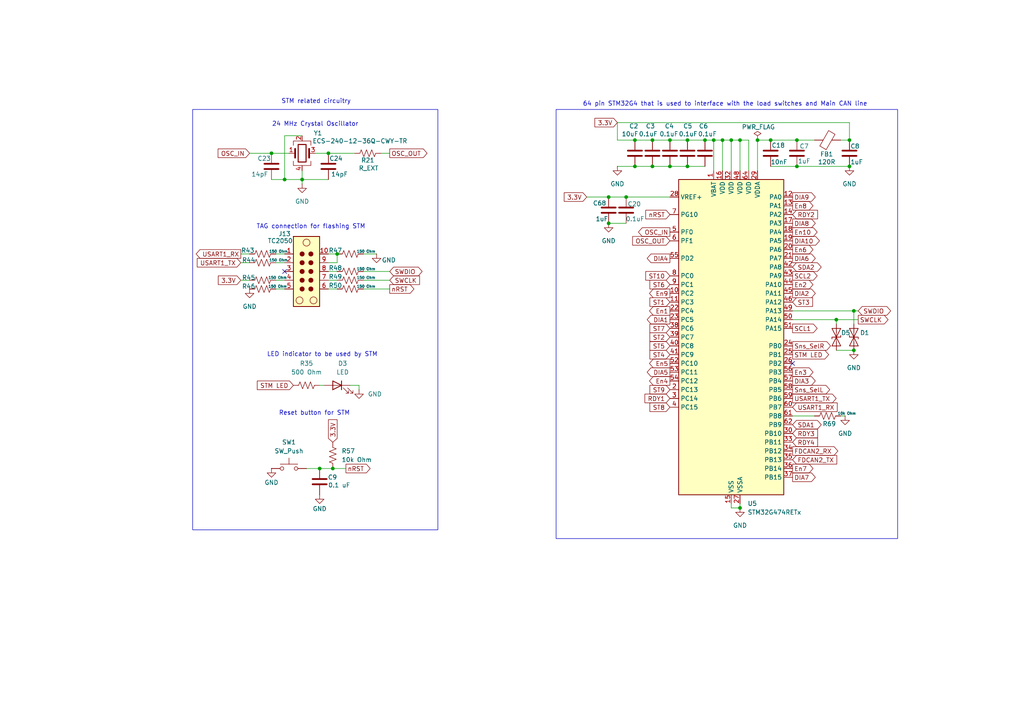
<source format=kicad_sch>
(kicad_sch
	(version 20250114)
	(generator "eeschema")
	(generator_version "9.0")
	(uuid "21501f8b-de24-46e9-8e8a-21d8ea1a4622")
	(paper "A4")
	(lib_symbols
		(symbol "Connector:TC2050"
			(exclude_from_sim no)
			(in_bom no)
			(on_board yes)
			(property "Reference" "J"
				(at 1.27 11.43 0)
				(effects
					(font
						(size 1.27 1.27)
					)
				)
			)
			(property "Value" "TC2050"
				(at 1.27 -11.43 0)
				(effects
					(font
						(size 1.27 1.27)
					)
				)
			)
			(property "Footprint" "Connector:Tag-Connect_TC2050-IDC-NL_2x05_P1.27mm_Vertical"
				(at 1.27 0 0)
				(effects
					(font
						(size 1.27 1.27)
					)
					(hide yes)
				)
			)
			(property "Datasheet" "https://www.tag-connect.com/wp-content/uploads/bsk-pdf-manager/TC2050-IDC-NL_Datasheet_8.pdf"
				(at 1.27 0 0)
				(effects
					(font
						(size 1.27 1.27)
					)
					(hide yes)
				)
			)
			(property "Description" "Tag-Connect’s 10-pins connector"
				(at 0 0 0)
				(effects
					(font
						(size 1.27 1.27)
					)
					(hide yes)
				)
			)
			(property "ki_keywords" "Debug plug-of-nails"
				(at 0 0 0)
				(effects
					(font
						(size 1.27 1.27)
					)
					(hide yes)
				)
			)
			(property "ki_fp_filters" "*TC2050*"
				(at 0 0 0)
				(effects
					(font
						(size 1.27 1.27)
					)
					(hide yes)
				)
			)
			(symbol "TC2050_1_1"
				(rectangle
					(start -2.54 10.16)
					(end 5.08 -10.16)
					(stroke
						(width 0.254)
						(type default)
					)
					(fill
						(type background)
					)
				)
				(circle
					(center -0.762 -8.382)
					(radius 1.016)
					(stroke
						(width 0)
						(type default)
					)
					(fill
						(type none)
					)
				)
				(circle
					(center 0 5.08)
					(radius 0.635)
					(stroke
						(width 0)
						(type default)
					)
					(fill
						(type outline)
					)
				)
				(circle
					(center 0 2.54)
					(radius 0.635)
					(stroke
						(width 0)
						(type default)
					)
					(fill
						(type outline)
					)
				)
				(circle
					(center 0 0)
					(radius 0.635)
					(stroke
						(width 0)
						(type default)
					)
					(fill
						(type outline)
					)
				)
				(circle
					(center 0 -2.54)
					(radius 0.635)
					(stroke
						(width 0)
						(type default)
					)
					(fill
						(type outline)
					)
				)
				(circle
					(center 0 -5.08)
					(radius 0.635)
					(stroke
						(width 0)
						(type default)
					)
					(fill
						(type outline)
					)
				)
				(circle
					(center 1.27 8.382)
					(radius 1.016)
					(stroke
						(width 0)
						(type default)
					)
					(fill
						(type none)
					)
				)
				(circle
					(center 2.54 5.08)
					(radius 0.635)
					(stroke
						(width 0)
						(type default)
					)
					(fill
						(type outline)
					)
				)
				(circle
					(center 2.54 2.54)
					(radius 0.635)
					(stroke
						(width 0)
						(type default)
					)
					(fill
						(type outline)
					)
				)
				(circle
					(center 2.54 0)
					(radius 0.635)
					(stroke
						(width 0)
						(type default)
					)
					(fill
						(type outline)
					)
				)
				(circle
					(center 2.54 -2.54)
					(radius 0.635)
					(stroke
						(width 0)
						(type default)
					)
					(fill
						(type outline)
					)
				)
				(circle
					(center 2.54 -5.08)
					(radius 0.635)
					(stroke
						(width 0)
						(type default)
					)
					(fill
						(type outline)
					)
				)
				(circle
					(center 3.302 -8.382)
					(radius 1.016)
					(stroke
						(width 0)
						(type default)
					)
					(fill
						(type none)
					)
				)
				(pin passive line
					(at -5.08 5.08 0)
					(length 2.54)
					(name "~"
						(effects
							(font
								(size 1.27 1.27)
							)
						)
					)
					(number "1"
						(effects
							(font
								(size 1.27 1.27)
							)
						)
					)
				)
				(pin passive line
					(at -5.08 2.54 0)
					(length 2.54)
					(name "~"
						(effects
							(font
								(size 1.27 1.27)
							)
						)
					)
					(number "2"
						(effects
							(font
								(size 1.27 1.27)
							)
						)
					)
				)
				(pin passive line
					(at -5.08 0 0)
					(length 2.54)
					(name "~"
						(effects
							(font
								(size 1.27 1.27)
							)
						)
					)
					(number "3"
						(effects
							(font
								(size 1.27 1.27)
							)
						)
					)
				)
				(pin passive line
					(at -5.08 -2.54 0)
					(length 2.54)
					(name "~"
						(effects
							(font
								(size 1.27 1.27)
							)
						)
					)
					(number "4"
						(effects
							(font
								(size 1.27 1.27)
							)
						)
					)
				)
				(pin passive line
					(at -5.08 -5.08 0)
					(length 2.54)
					(name "~"
						(effects
							(font
								(size 1.27 1.27)
							)
						)
					)
					(number "5"
						(effects
							(font
								(size 1.27 1.27)
							)
						)
					)
				)
				(pin passive line
					(at 7.62 5.08 180)
					(length 2.54)
					(name "~"
						(effects
							(font
								(size 1.27 1.27)
							)
						)
					)
					(number "10"
						(effects
							(font
								(size 1.27 1.27)
							)
						)
					)
				)
				(pin passive line
					(at 7.62 2.54 180)
					(length 2.54)
					(name "~"
						(effects
							(font
								(size 1.27 1.27)
							)
						)
					)
					(number "9"
						(effects
							(font
								(size 1.27 1.27)
							)
						)
					)
				)
				(pin passive line
					(at 7.62 0 180)
					(length 2.54)
					(name "~"
						(effects
							(font
								(size 1.27 1.27)
							)
						)
					)
					(number "8"
						(effects
							(font
								(size 1.27 1.27)
							)
						)
					)
				)
				(pin passive line
					(at 7.62 -2.54 180)
					(length 2.54)
					(name "~"
						(effects
							(font
								(size 1.27 1.27)
							)
						)
					)
					(number "7"
						(effects
							(font
								(size 1.27 1.27)
							)
						)
					)
				)
				(pin passive line
					(at 7.62 -5.08 180)
					(length 2.54)
					(name "~"
						(effects
							(font
								(size 1.27 1.27)
							)
						)
					)
					(number "6"
						(effects
							(font
								(size 1.27 1.27)
							)
						)
					)
				)
			)
			(embedded_fonts no)
		)
		(symbol "Device:C"
			(pin_numbers
				(hide yes)
			)
			(pin_names
				(offset 0.254)
			)
			(exclude_from_sim no)
			(in_bom yes)
			(on_board yes)
			(property "Reference" "C"
				(at 0.635 2.54 0)
				(effects
					(font
						(size 1.27 1.27)
					)
					(justify left)
				)
			)
			(property "Value" "C"
				(at 0.635 -2.54 0)
				(effects
					(font
						(size 1.27 1.27)
					)
					(justify left)
				)
			)
			(property "Footprint" ""
				(at 0.9652 -3.81 0)
				(effects
					(font
						(size 1.27 1.27)
					)
					(hide yes)
				)
			)
			(property "Datasheet" "~"
				(at 0 0 0)
				(effects
					(font
						(size 1.27 1.27)
					)
					(hide yes)
				)
			)
			(property "Description" "Unpolarized capacitor"
				(at 0 0 0)
				(effects
					(font
						(size 1.27 1.27)
					)
					(hide yes)
				)
			)
			(property "ki_keywords" "cap capacitor"
				(at 0 0 0)
				(effects
					(font
						(size 1.27 1.27)
					)
					(hide yes)
				)
			)
			(property "ki_fp_filters" "C_*"
				(at 0 0 0)
				(effects
					(font
						(size 1.27 1.27)
					)
					(hide yes)
				)
			)
			(symbol "C_0_1"
				(polyline
					(pts
						(xy -2.032 0.762) (xy 2.032 0.762)
					)
					(stroke
						(width 0.508)
						(type default)
					)
					(fill
						(type none)
					)
				)
				(polyline
					(pts
						(xy -2.032 -0.762) (xy 2.032 -0.762)
					)
					(stroke
						(width 0.508)
						(type default)
					)
					(fill
						(type none)
					)
				)
			)
			(symbol "C_1_1"
				(pin passive line
					(at 0 3.81 270)
					(length 2.794)
					(name "~"
						(effects
							(font
								(size 1.27 1.27)
							)
						)
					)
					(number "1"
						(effects
							(font
								(size 1.27 1.27)
							)
						)
					)
				)
				(pin passive line
					(at 0 -3.81 90)
					(length 2.794)
					(name "~"
						(effects
							(font
								(size 1.27 1.27)
							)
						)
					)
					(number "2"
						(effects
							(font
								(size 1.27 1.27)
							)
						)
					)
				)
			)
			(embedded_fonts no)
		)
		(symbol "Device:Crystal_GND24"
			(pin_names
				(offset 1.016)
				(hide yes)
			)
			(exclude_from_sim no)
			(in_bom yes)
			(on_board yes)
			(property "Reference" "Y"
				(at 3.175 5.08 0)
				(effects
					(font
						(size 1.27 1.27)
					)
					(justify left)
				)
			)
			(property "Value" "Crystal_GND24"
				(at 3.175 3.175 0)
				(effects
					(font
						(size 1.27 1.27)
					)
					(justify left)
				)
			)
			(property "Footprint" ""
				(at 0 0 0)
				(effects
					(font
						(size 1.27 1.27)
					)
					(hide yes)
				)
			)
			(property "Datasheet" "~"
				(at 0 0 0)
				(effects
					(font
						(size 1.27 1.27)
					)
					(hide yes)
				)
			)
			(property "Description" "Four pin crystal, GND on pins 2 and 4"
				(at 0 0 0)
				(effects
					(font
						(size 1.27 1.27)
					)
					(hide yes)
				)
			)
			(property "ki_keywords" "quartz ceramic resonator oscillator"
				(at 0 0 0)
				(effects
					(font
						(size 1.27 1.27)
					)
					(hide yes)
				)
			)
			(property "ki_fp_filters" "Crystal*"
				(at 0 0 0)
				(effects
					(font
						(size 1.27 1.27)
					)
					(hide yes)
				)
			)
			(symbol "Crystal_GND24_0_1"
				(polyline
					(pts
						(xy -2.54 2.286) (xy -2.54 3.556) (xy 2.54 3.556) (xy 2.54 2.286)
					)
					(stroke
						(width 0)
						(type default)
					)
					(fill
						(type none)
					)
				)
				(polyline
					(pts
						(xy -2.54 0) (xy -2.032 0)
					)
					(stroke
						(width 0)
						(type default)
					)
					(fill
						(type none)
					)
				)
				(polyline
					(pts
						(xy -2.54 -2.286) (xy -2.54 -3.556) (xy 2.54 -3.556) (xy 2.54 -2.286)
					)
					(stroke
						(width 0)
						(type default)
					)
					(fill
						(type none)
					)
				)
				(polyline
					(pts
						(xy -2.032 -1.27) (xy -2.032 1.27)
					)
					(stroke
						(width 0.508)
						(type default)
					)
					(fill
						(type none)
					)
				)
				(rectangle
					(start -1.143 2.54)
					(end 1.143 -2.54)
					(stroke
						(width 0.3048)
						(type default)
					)
					(fill
						(type none)
					)
				)
				(polyline
					(pts
						(xy 0 3.556) (xy 0 3.81)
					)
					(stroke
						(width 0)
						(type default)
					)
					(fill
						(type none)
					)
				)
				(polyline
					(pts
						(xy 0 -3.81) (xy 0 -3.556)
					)
					(stroke
						(width 0)
						(type default)
					)
					(fill
						(type none)
					)
				)
				(polyline
					(pts
						(xy 2.032 0) (xy 2.54 0)
					)
					(stroke
						(width 0)
						(type default)
					)
					(fill
						(type none)
					)
				)
				(polyline
					(pts
						(xy 2.032 -1.27) (xy 2.032 1.27)
					)
					(stroke
						(width 0.508)
						(type default)
					)
					(fill
						(type none)
					)
				)
			)
			(symbol "Crystal_GND24_1_1"
				(pin passive line
					(at -3.81 0 0)
					(length 1.27)
					(name "1"
						(effects
							(font
								(size 1.27 1.27)
							)
						)
					)
					(number "1"
						(effects
							(font
								(size 1.27 1.27)
							)
						)
					)
				)
				(pin passive line
					(at 0 5.08 270)
					(length 1.27)
					(name "2"
						(effects
							(font
								(size 1.27 1.27)
							)
						)
					)
					(number "2"
						(effects
							(font
								(size 1.27 1.27)
							)
						)
					)
				)
				(pin passive line
					(at 0 -5.08 90)
					(length 1.27)
					(name "4"
						(effects
							(font
								(size 1.27 1.27)
							)
						)
					)
					(number "4"
						(effects
							(font
								(size 1.27 1.27)
							)
						)
					)
				)
				(pin passive line
					(at 3.81 0 180)
					(length 1.27)
					(name "3"
						(effects
							(font
								(size 1.27 1.27)
							)
						)
					)
					(number "3"
						(effects
							(font
								(size 1.27 1.27)
							)
						)
					)
				)
			)
			(embedded_fonts no)
		)
		(symbol "Device:FerriteBead"
			(pin_numbers
				(hide yes)
			)
			(pin_names
				(offset 0)
			)
			(exclude_from_sim no)
			(in_bom yes)
			(on_board yes)
			(property "Reference" "FB"
				(at -3.81 0.635 90)
				(effects
					(font
						(size 1.27 1.27)
					)
				)
			)
			(property "Value" "FerriteBead"
				(at 3.81 0 90)
				(effects
					(font
						(size 1.27 1.27)
					)
				)
			)
			(property "Footprint" ""
				(at -1.778 0 90)
				(effects
					(font
						(size 1.27 1.27)
					)
					(hide yes)
				)
			)
			(property "Datasheet" "~"
				(at 0 0 0)
				(effects
					(font
						(size 1.27 1.27)
					)
					(hide yes)
				)
			)
			(property "Description" "Ferrite bead"
				(at 0 0 0)
				(effects
					(font
						(size 1.27 1.27)
					)
					(hide yes)
				)
			)
			(property "ki_keywords" "L ferrite bead inductor filter"
				(at 0 0 0)
				(effects
					(font
						(size 1.27 1.27)
					)
					(hide yes)
				)
			)
			(property "ki_fp_filters" "Inductor_* L_* *Ferrite*"
				(at 0 0 0)
				(effects
					(font
						(size 1.27 1.27)
					)
					(hide yes)
				)
			)
			(symbol "FerriteBead_0_1"
				(polyline
					(pts
						(xy -2.7686 0.4064) (xy -1.7018 2.2606) (xy 2.7686 -0.3048) (xy 1.6764 -2.159) (xy -2.7686 0.4064)
					)
					(stroke
						(width 0)
						(type default)
					)
					(fill
						(type none)
					)
				)
				(polyline
					(pts
						(xy 0 1.27) (xy 0 1.2954)
					)
					(stroke
						(width 0)
						(type default)
					)
					(fill
						(type none)
					)
				)
				(polyline
					(pts
						(xy 0 -1.27) (xy 0 -1.2192)
					)
					(stroke
						(width 0)
						(type default)
					)
					(fill
						(type none)
					)
				)
			)
			(symbol "FerriteBead_1_1"
				(pin passive line
					(at 0 3.81 270)
					(length 2.54)
					(name "~"
						(effects
							(font
								(size 1.27 1.27)
							)
						)
					)
					(number "1"
						(effects
							(font
								(size 1.27 1.27)
							)
						)
					)
				)
				(pin passive line
					(at 0 -3.81 90)
					(length 2.54)
					(name "~"
						(effects
							(font
								(size 1.27 1.27)
							)
						)
					)
					(number "2"
						(effects
							(font
								(size 1.27 1.27)
							)
						)
					)
				)
			)
			(embedded_fonts no)
		)
		(symbol "Device:LED"
			(pin_numbers
				(hide yes)
			)
			(pin_names
				(offset 1.016)
				(hide yes)
			)
			(exclude_from_sim no)
			(in_bom yes)
			(on_board yes)
			(property "Reference" "D"
				(at 0 2.54 0)
				(effects
					(font
						(size 1.27 1.27)
					)
				)
			)
			(property "Value" "LED"
				(at 0 -2.54 0)
				(effects
					(font
						(size 1.27 1.27)
					)
				)
			)
			(property "Footprint" ""
				(at 0 0 0)
				(effects
					(font
						(size 1.27 1.27)
					)
					(hide yes)
				)
			)
			(property "Datasheet" "~"
				(at 0 0 0)
				(effects
					(font
						(size 1.27 1.27)
					)
					(hide yes)
				)
			)
			(property "Description" "Light emitting diode"
				(at 0 0 0)
				(effects
					(font
						(size 1.27 1.27)
					)
					(hide yes)
				)
			)
			(property "Sim.Pins" "1=K 2=A"
				(at 0 0 0)
				(effects
					(font
						(size 1.27 1.27)
					)
					(hide yes)
				)
			)
			(property "ki_keywords" "LED diode"
				(at 0 0 0)
				(effects
					(font
						(size 1.27 1.27)
					)
					(hide yes)
				)
			)
			(property "ki_fp_filters" "LED* LED_SMD:* LED_THT:*"
				(at 0 0 0)
				(effects
					(font
						(size 1.27 1.27)
					)
					(hide yes)
				)
			)
			(symbol "LED_0_1"
				(polyline
					(pts
						(xy -3.048 -0.762) (xy -4.572 -2.286) (xy -3.81 -2.286) (xy -4.572 -2.286) (xy -4.572 -1.524)
					)
					(stroke
						(width 0)
						(type default)
					)
					(fill
						(type none)
					)
				)
				(polyline
					(pts
						(xy -1.778 -0.762) (xy -3.302 -2.286) (xy -2.54 -2.286) (xy -3.302 -2.286) (xy -3.302 -1.524)
					)
					(stroke
						(width 0)
						(type default)
					)
					(fill
						(type none)
					)
				)
				(polyline
					(pts
						(xy -1.27 0) (xy 1.27 0)
					)
					(stroke
						(width 0)
						(type default)
					)
					(fill
						(type none)
					)
				)
				(polyline
					(pts
						(xy -1.27 -1.27) (xy -1.27 1.27)
					)
					(stroke
						(width 0.254)
						(type default)
					)
					(fill
						(type none)
					)
				)
				(polyline
					(pts
						(xy 1.27 -1.27) (xy 1.27 1.27) (xy -1.27 0) (xy 1.27 -1.27)
					)
					(stroke
						(width 0.254)
						(type default)
					)
					(fill
						(type none)
					)
				)
			)
			(symbol "LED_1_1"
				(pin passive line
					(at -3.81 0 0)
					(length 2.54)
					(name "K"
						(effects
							(font
								(size 1.27 1.27)
							)
						)
					)
					(number "1"
						(effects
							(font
								(size 1.27 1.27)
							)
						)
					)
				)
				(pin passive line
					(at 3.81 0 180)
					(length 2.54)
					(name "A"
						(effects
							(font
								(size 1.27 1.27)
							)
						)
					)
					(number "2"
						(effects
							(font
								(size 1.27 1.27)
							)
						)
					)
				)
			)
			(embedded_fonts no)
		)
		(symbol "Device:R_US"
			(pin_numbers
				(hide yes)
			)
			(pin_names
				(offset 0)
			)
			(exclude_from_sim no)
			(in_bom yes)
			(on_board yes)
			(property "Reference" "R"
				(at 2.54 0 90)
				(effects
					(font
						(size 1.27 1.27)
					)
				)
			)
			(property "Value" "R_US"
				(at -2.54 0 90)
				(effects
					(font
						(size 1.27 1.27)
					)
				)
			)
			(property "Footprint" ""
				(at 1.016 -0.254 90)
				(effects
					(font
						(size 1.27 1.27)
					)
					(hide yes)
				)
			)
			(property "Datasheet" "~"
				(at 0 0 0)
				(effects
					(font
						(size 1.27 1.27)
					)
					(hide yes)
				)
			)
			(property "Description" "Resistor, US symbol"
				(at 0 0 0)
				(effects
					(font
						(size 1.27 1.27)
					)
					(hide yes)
				)
			)
			(property "ki_keywords" "R res resistor"
				(at 0 0 0)
				(effects
					(font
						(size 1.27 1.27)
					)
					(hide yes)
				)
			)
			(property "ki_fp_filters" "R_*"
				(at 0 0 0)
				(effects
					(font
						(size 1.27 1.27)
					)
					(hide yes)
				)
			)
			(symbol "R_US_0_1"
				(polyline
					(pts
						(xy 0 2.286) (xy 0 2.54)
					)
					(stroke
						(width 0)
						(type default)
					)
					(fill
						(type none)
					)
				)
				(polyline
					(pts
						(xy 0 2.286) (xy 1.016 1.905) (xy 0 1.524) (xy -1.016 1.143) (xy 0 0.762)
					)
					(stroke
						(width 0)
						(type default)
					)
					(fill
						(type none)
					)
				)
				(polyline
					(pts
						(xy 0 0.762) (xy 1.016 0.381) (xy 0 0) (xy -1.016 -0.381) (xy 0 -0.762)
					)
					(stroke
						(width 0)
						(type default)
					)
					(fill
						(type none)
					)
				)
				(polyline
					(pts
						(xy 0 -0.762) (xy 1.016 -1.143) (xy 0 -1.524) (xy -1.016 -1.905) (xy 0 -2.286)
					)
					(stroke
						(width 0)
						(type default)
					)
					(fill
						(type none)
					)
				)
				(polyline
					(pts
						(xy 0 -2.286) (xy 0 -2.54)
					)
					(stroke
						(width 0)
						(type default)
					)
					(fill
						(type none)
					)
				)
			)
			(symbol "R_US_1_1"
				(pin passive line
					(at 0 3.81 270)
					(length 1.27)
					(name "~"
						(effects
							(font
								(size 1.27 1.27)
							)
						)
					)
					(number "1"
						(effects
							(font
								(size 1.27 1.27)
							)
						)
					)
				)
				(pin passive line
					(at 0 -3.81 90)
					(length 1.27)
					(name "~"
						(effects
							(font
								(size 1.27 1.27)
							)
						)
					)
					(number "2"
						(effects
							(font
								(size 1.27 1.27)
							)
						)
					)
				)
			)
			(embedded_fonts no)
		)
		(symbol "Diode:ESD9B3.3ST5G"
			(pin_numbers
				(hide yes)
			)
			(pin_names
				(offset 1.016)
				(hide yes)
			)
			(exclude_from_sim no)
			(in_bom yes)
			(on_board yes)
			(property "Reference" "D"
				(at 0 2.54 0)
				(effects
					(font
						(size 1.27 1.27)
					)
				)
			)
			(property "Value" "ESD9B3.3ST5G"
				(at 0 -2.54 0)
				(effects
					(font
						(size 1.27 1.27)
					)
				)
			)
			(property "Footprint" "Diode_SMD:D_SOD-923"
				(at 0 0 0)
				(effects
					(font
						(size 1.27 1.27)
					)
					(hide yes)
				)
			)
			(property "Datasheet" "https://www.onsemi.com/pub/Collateral/ESD9B-D.PDF"
				(at 0 0 0)
				(effects
					(font
						(size 1.27 1.27)
					)
					(hide yes)
				)
			)
			(property "Description" "ESD protection diode, 3.3Vrwm, SOD-923"
				(at 0 0 0)
				(effects
					(font
						(size 1.27 1.27)
					)
					(hide yes)
				)
			)
			(property "ki_keywords" "diode TVS ESD"
				(at 0 0 0)
				(effects
					(font
						(size 1.27 1.27)
					)
					(hide yes)
				)
			)
			(property "ki_fp_filters" "D*SOD?923*"
				(at 0 0 0)
				(effects
					(font
						(size 1.27 1.27)
					)
					(hide yes)
				)
			)
			(symbol "ESD9B3.3ST5G_0_1"
				(polyline
					(pts
						(xy -2.54 -1.27) (xy 0 0) (xy -2.54 1.27) (xy -2.54 -1.27)
					)
					(stroke
						(width 0.2032)
						(type default)
					)
					(fill
						(type none)
					)
				)
				(polyline
					(pts
						(xy 0.508 1.27) (xy 0 1.27) (xy 0 -1.27) (xy -0.508 -1.27)
					)
					(stroke
						(width 0.2032)
						(type default)
					)
					(fill
						(type none)
					)
				)
				(polyline
					(pts
						(xy 1.27 0) (xy -1.27 0)
					)
					(stroke
						(width 0)
						(type default)
					)
					(fill
						(type none)
					)
				)
				(polyline
					(pts
						(xy 2.54 1.27) (xy 2.54 -1.27) (xy 0 0) (xy 2.54 1.27)
					)
					(stroke
						(width 0.2032)
						(type default)
					)
					(fill
						(type none)
					)
				)
			)
			(symbol "ESD9B3.3ST5G_1_1"
				(pin passive line
					(at -3.81 0 0)
					(length 2.54)
					(name "A1"
						(effects
							(font
								(size 1.27 1.27)
							)
						)
					)
					(number "1"
						(effects
							(font
								(size 1.27 1.27)
							)
						)
					)
				)
				(pin passive line
					(at 3.81 0 180)
					(length 2.54)
					(name "A2"
						(effects
							(font
								(size 1.27 1.27)
							)
						)
					)
					(number "2"
						(effects
							(font
								(size 1.27 1.27)
							)
						)
					)
				)
			)
			(embedded_fonts no)
		)
		(symbol "MCU_ST_STM32G4:STM32G474RETx"
			(exclude_from_sim no)
			(in_bom yes)
			(on_board yes)
			(property "Reference" "U"
				(at -15.24 46.99 0)
				(effects
					(font
						(size 1.27 1.27)
					)
					(justify left)
				)
			)
			(property "Value" "STM32G474RETx"
				(at 10.16 46.99 0)
				(effects
					(font
						(size 1.27 1.27)
					)
					(justify left)
				)
			)
			(property "Footprint" "Package_QFP:LQFP-64_10x10mm_P0.5mm"
				(at -15.24 -45.72 0)
				(effects
					(font
						(size 1.27 1.27)
					)
					(justify right)
					(hide yes)
				)
			)
			(property "Datasheet" "https://www.st.com/resource/en/datasheet/stm32g474re.pdf"
				(at 0 0 0)
				(effects
					(font
						(size 1.27 1.27)
					)
					(hide yes)
				)
			)
			(property "Description" "STMicroelectronics Arm Cortex-M4 MCU, 512KB flash, 128KB RAM, 170 MHz, 1.71-3.6V, 52 GPIO, LQFP64"
				(at 0 0 0)
				(effects
					(font
						(size 1.27 1.27)
					)
					(hide yes)
				)
			)
			(property "ki_keywords" "Arm Cortex-M4 STM32G4 STM32G4x4"
				(at 0 0 0)
				(effects
					(font
						(size 1.27 1.27)
					)
					(hide yes)
				)
			)
			(property "ki_fp_filters" "LQFP*10x10mm*P0.5mm*"
				(at 0 0 0)
				(effects
					(font
						(size 1.27 1.27)
					)
					(hide yes)
				)
			)
			(symbol "STM32G474RETx_0_1"
				(rectangle
					(start -15.24 -45.72)
					(end 15.24 45.72)
					(stroke
						(width 0.254)
						(type default)
					)
					(fill
						(type background)
					)
				)
			)
			(symbol "STM32G474RETx_1_1"
				(pin input line
					(at -17.78 40.64 0)
					(length 2.54)
					(name "VREF+"
						(effects
							(font
								(size 1.27 1.27)
							)
						)
					)
					(number "28"
						(effects
							(font
								(size 1.27 1.27)
							)
						)
					)
					(alternate "VREFBUF_OUT" bidirectional line)
				)
				(pin bidirectional line
					(at -17.78 35.56 0)
					(length 2.54)
					(name "PG10"
						(effects
							(font
								(size 1.27 1.27)
							)
						)
					)
					(number "7"
						(effects
							(font
								(size 1.27 1.27)
							)
						)
					)
					(alternate "DAC1_EXTI10" bidirectional line)
					(alternate "DAC2_EXTI10" bidirectional line)
					(alternate "DAC3_EXTI10" bidirectional line)
					(alternate "DAC4_EXTI10" bidirectional line)
					(alternate "RCC_MCO" bidirectional line)
				)
				(pin bidirectional line
					(at -17.78 30.48 0)
					(length 2.54)
					(name "PF0"
						(effects
							(font
								(size 1.27 1.27)
							)
						)
					)
					(number "5"
						(effects
							(font
								(size 1.27 1.27)
							)
						)
					)
					(alternate "ADC1_IN10" bidirectional line)
					(alternate "I2C2_SDA" bidirectional line)
					(alternate "I2S2_WS" bidirectional line)
					(alternate "RCC_OSC_IN" bidirectional line)
					(alternate "SPI2_NSS" bidirectional line)
					(alternate "TIM1_CH3N" bidirectional line)
				)
				(pin bidirectional line
					(at -17.78 27.94 0)
					(length 2.54)
					(name "PF1"
						(effects
							(font
								(size 1.27 1.27)
							)
						)
					)
					(number "6"
						(effects
							(font
								(size 1.27 1.27)
							)
						)
					)
					(alternate "ADC2_IN10" bidirectional line)
					(alternate "COMP3_INM" bidirectional line)
					(alternate "I2S2_CK" bidirectional line)
					(alternate "RCC_OSC_OUT" bidirectional line)
					(alternate "SPI2_SCK" bidirectional line)
				)
				(pin bidirectional line
					(at -17.78 22.86 0)
					(length 2.54)
					(name "PD2"
						(effects
							(font
								(size 1.27 1.27)
							)
						)
					)
					(number "55"
						(effects
							(font
								(size 1.27 1.27)
							)
						)
					)
					(alternate "ADC3_EXTI2" bidirectional line)
					(alternate "ADC4_EXTI2" bidirectional line)
					(alternate "ADC5_EXTI2" bidirectional line)
					(alternate "TIM3_ETR" bidirectional line)
					(alternate "TIM8_BKIN" bidirectional line)
					(alternate "UART5_RX" bidirectional line)
				)
				(pin bidirectional line
					(at -17.78 17.78 0)
					(length 2.54)
					(name "PC0"
						(effects
							(font
								(size 1.27 1.27)
							)
						)
					)
					(number "8"
						(effects
							(font
								(size 1.27 1.27)
							)
						)
					)
					(alternate "ADC1_IN6" bidirectional line)
					(alternate "ADC2_IN6" bidirectional line)
					(alternate "COMP3_INM" bidirectional line)
					(alternate "LPTIM1_IN1" bidirectional line)
					(alternate "LPUART1_RX" bidirectional line)
					(alternate "TIM1_CH1" bidirectional line)
				)
				(pin bidirectional line
					(at -17.78 15.24 0)
					(length 2.54)
					(name "PC1"
						(effects
							(font
								(size 1.27 1.27)
							)
						)
					)
					(number "9"
						(effects
							(font
								(size 1.27 1.27)
							)
						)
					)
					(alternate "ADC1_IN7" bidirectional line)
					(alternate "ADC2_IN7" bidirectional line)
					(alternate "COMP3_INP" bidirectional line)
					(alternate "LPTIM1_OUT" bidirectional line)
					(alternate "LPUART1_TX" bidirectional line)
					(alternate "QUADSPI1_BK2_IO0" bidirectional line)
					(alternate "SAI1_SD_A" bidirectional line)
					(alternate "TIM1_CH2" bidirectional line)
				)
				(pin bidirectional line
					(at -17.78 12.7 0)
					(length 2.54)
					(name "PC2"
						(effects
							(font
								(size 1.27 1.27)
							)
						)
					)
					(number "10"
						(effects
							(font
								(size 1.27 1.27)
							)
						)
					)
					(alternate "ADC1_IN8" bidirectional line)
					(alternate "ADC2_IN8" bidirectional line)
					(alternate "ADC3_EXTI2" bidirectional line)
					(alternate "ADC4_EXTI2" bidirectional line)
					(alternate "ADC5_EXTI2" bidirectional line)
					(alternate "COMP3_OUT" bidirectional line)
					(alternate "LPTIM1_IN2" bidirectional line)
					(alternate "QUADSPI1_BK2_IO1" bidirectional line)
					(alternate "TIM1_CH3" bidirectional line)
					(alternate "TIM20_CH2" bidirectional line)
				)
				(pin bidirectional line
					(at -17.78 10.16 0)
					(length 2.54)
					(name "PC3"
						(effects
							(font
								(size 1.27 1.27)
							)
						)
					)
					(number "11"
						(effects
							(font
								(size 1.27 1.27)
							)
						)
					)
					(alternate "ADC1_IN9" bidirectional line)
					(alternate "ADC2_IN9" bidirectional line)
					(alternate "ADC3_EXTI3" bidirectional line)
					(alternate "ADC4_EXTI3" bidirectional line)
					(alternate "ADC5_EXTI3" bidirectional line)
					(alternate "LPTIM1_ETR" bidirectional line)
					(alternate "OPAMP5_VINP" bidirectional line)
					(alternate "OPAMP5_VINP_SEC" bidirectional line)
					(alternate "QUADSPI1_BK2_IO2" bidirectional line)
					(alternate "SAI1_D1" bidirectional line)
					(alternate "SAI1_SD_A" bidirectional line)
					(alternate "TIM1_BKIN2" bidirectional line)
					(alternate "TIM1_CH4" bidirectional line)
				)
				(pin bidirectional line
					(at -17.78 7.62 0)
					(length 2.54)
					(name "PC4"
						(effects
							(font
								(size 1.27 1.27)
							)
						)
					)
					(number "22"
						(effects
							(font
								(size 1.27 1.27)
							)
						)
					)
					(alternate "ADC2_IN5" bidirectional line)
					(alternate "I2C2_SCL" bidirectional line)
					(alternate "QUADSPI1_BK2_IO3" bidirectional line)
					(alternate "TIM1_ETR" bidirectional line)
					(alternate "USART1_TX" bidirectional line)
				)
				(pin bidirectional line
					(at -17.78 5.08 0)
					(length 2.54)
					(name "PC5"
						(effects
							(font
								(size 1.27 1.27)
							)
						)
					)
					(number "23"
						(effects
							(font
								(size 1.27 1.27)
							)
						)
					)
					(alternate "ADC2_IN11" bidirectional line)
					(alternate "HRTIM1_EEV10" bidirectional line)
					(alternate "OPAMP1_VINM" bidirectional line)
					(alternate "OPAMP1_VINM1" bidirectional line)
					(alternate "OPAMP1_VINM_SEC" bidirectional line)
					(alternate "OPAMP2_VINM" bidirectional line)
					(alternate "OPAMP2_VINM1" bidirectional line)
					(alternate "OPAMP2_VINM_SEC" bidirectional line)
					(alternate "SAI1_D3" bidirectional line)
					(alternate "SYS_WKUP5" bidirectional line)
					(alternate "TIM15_BKIN" bidirectional line)
					(alternate "TIM1_CH4N" bidirectional line)
					(alternate "USART1_RX" bidirectional line)
				)
				(pin bidirectional line
					(at -17.78 2.54 0)
					(length 2.54)
					(name "PC6"
						(effects
							(font
								(size 1.27 1.27)
							)
						)
					)
					(number "38"
						(effects
							(font
								(size 1.27 1.27)
							)
						)
					)
					(alternate "COMP6_OUT" bidirectional line)
					(alternate "HRTIM1_CHF1" bidirectional line)
					(alternate "HRTIM1_EEV10" bidirectional line)
					(alternate "I2C4_SCL" bidirectional line)
					(alternate "I2S2_MCK" bidirectional line)
					(alternate "TIM3_CH1" bidirectional line)
					(alternate "TIM8_CH1" bidirectional line)
				)
				(pin bidirectional line
					(at -17.78 0 0)
					(length 2.54)
					(name "PC7"
						(effects
							(font
								(size 1.27 1.27)
							)
						)
					)
					(number "39"
						(effects
							(font
								(size 1.27 1.27)
							)
						)
					)
					(alternate "COMP5_OUT" bidirectional line)
					(alternate "HRTIM1_CHF2" bidirectional line)
					(alternate "HRTIM1_FLT5" bidirectional line)
					(alternate "I2C4_SDA" bidirectional line)
					(alternate "I2S3_MCK" bidirectional line)
					(alternate "TIM3_CH2" bidirectional line)
					(alternate "TIM8_CH2" bidirectional line)
				)
				(pin bidirectional line
					(at -17.78 -2.54 0)
					(length 2.54)
					(name "PC8"
						(effects
							(font
								(size 1.27 1.27)
							)
						)
					)
					(number "40"
						(effects
							(font
								(size 1.27 1.27)
							)
						)
					)
					(alternate "COMP7_OUT" bidirectional line)
					(alternate "HRTIM1_CHE1" bidirectional line)
					(alternate "I2C3_SCL" bidirectional line)
					(alternate "TIM20_CH3" bidirectional line)
					(alternate "TIM3_CH3" bidirectional line)
					(alternate "TIM8_CH3" bidirectional line)
				)
				(pin bidirectional line
					(at -17.78 -5.08 0)
					(length 2.54)
					(name "PC9"
						(effects
							(font
								(size 1.27 1.27)
							)
						)
					)
					(number "41"
						(effects
							(font
								(size 1.27 1.27)
							)
						)
					)
					(alternate "DAC1_EXTI9" bidirectional line)
					(alternate "DAC2_EXTI9" bidirectional line)
					(alternate "DAC3_EXTI9" bidirectional line)
					(alternate "DAC4_EXTI9" bidirectional line)
					(alternate "HRTIM1_CHE2" bidirectional line)
					(alternate "I2C3_SDA" bidirectional line)
					(alternate "I2S_CKIN" bidirectional line)
					(alternate "TIM3_CH4" bidirectional line)
					(alternate "TIM8_BKIN2" bidirectional line)
					(alternate "TIM8_CH4" bidirectional line)
				)
				(pin bidirectional line
					(at -17.78 -7.62 0)
					(length 2.54)
					(name "PC10"
						(effects
							(font
								(size 1.27 1.27)
							)
						)
					)
					(number "52"
						(effects
							(font
								(size 1.27 1.27)
							)
						)
					)
					(alternate "DAC1_EXTI10" bidirectional line)
					(alternate "DAC2_EXTI10" bidirectional line)
					(alternate "DAC3_EXTI10" bidirectional line)
					(alternate "DAC4_EXTI10" bidirectional line)
					(alternate "HRTIM1_FLT6" bidirectional line)
					(alternate "I2S3_CK" bidirectional line)
					(alternate "SPI3_SCK" bidirectional line)
					(alternate "TIM8_CH1N" bidirectional line)
					(alternate "UART4_TX" bidirectional line)
					(alternate "USART3_TX" bidirectional line)
				)
				(pin bidirectional line
					(at -17.78 -10.16 0)
					(length 2.54)
					(name "PC11"
						(effects
							(font
								(size 1.27 1.27)
							)
						)
					)
					(number "53"
						(effects
							(font
								(size 1.27 1.27)
							)
						)
					)
					(alternate "ADC1_EXTI11" bidirectional line)
					(alternate "ADC2_EXTI11" bidirectional line)
					(alternate "HRTIM1_EEV2" bidirectional line)
					(alternate "I2C3_SDA" bidirectional line)
					(alternate "SPI3_MISO" bidirectional line)
					(alternate "TIM8_CH2N" bidirectional line)
					(alternate "UART4_RX" bidirectional line)
					(alternate "USART3_RX" bidirectional line)
				)
				(pin bidirectional line
					(at -17.78 -12.7 0)
					(length 2.54)
					(name "PC12"
						(effects
							(font
								(size 1.27 1.27)
							)
						)
					)
					(number "54"
						(effects
							(font
								(size 1.27 1.27)
							)
						)
					)
					(alternate "HRTIM1_EEV1" bidirectional line)
					(alternate "I2S3_SD" bidirectional line)
					(alternate "SPI3_MOSI" bidirectional line)
					(alternate "TIM5_CH2" bidirectional line)
					(alternate "TIM8_CH3N" bidirectional line)
					(alternate "UART5_TX" bidirectional line)
					(alternate "UCPD1_FRSTX1" bidirectional line)
					(alternate "UCPD1_FRSTX2" bidirectional line)
					(alternate "USART3_CK" bidirectional line)
				)
				(pin bidirectional line
					(at -17.78 -15.24 0)
					(length 2.54)
					(name "PC13"
						(effects
							(font
								(size 1.27 1.27)
							)
						)
					)
					(number "2"
						(effects
							(font
								(size 1.27 1.27)
							)
						)
					)
					(alternate "RTC_OUT1" bidirectional line)
					(alternate "RTC_TAMP1" bidirectional line)
					(alternate "RTC_TS" bidirectional line)
					(alternate "SYS_WKUP2" bidirectional line)
					(alternate "TIM1_BKIN" bidirectional line)
					(alternate "TIM1_CH1N" bidirectional line)
					(alternate "TIM8_CH4N" bidirectional line)
				)
				(pin bidirectional line
					(at -17.78 -17.78 0)
					(length 2.54)
					(name "PC14"
						(effects
							(font
								(size 1.27 1.27)
							)
						)
					)
					(number "3"
						(effects
							(font
								(size 1.27 1.27)
							)
						)
					)
					(alternate "RCC_OSC32_IN" bidirectional line)
				)
				(pin bidirectional line
					(at -17.78 -20.32 0)
					(length 2.54)
					(name "PC15"
						(effects
							(font
								(size 1.27 1.27)
							)
						)
					)
					(number "4"
						(effects
							(font
								(size 1.27 1.27)
							)
						)
					)
					(alternate "ADC1_EXTI15" bidirectional line)
					(alternate "ADC2_EXTI15" bidirectional line)
					(alternate "RCC_OSC32_OUT" bidirectional line)
				)
				(pin power_in line
					(at -5.08 48.26 270)
					(length 2.54)
					(name "VBAT"
						(effects
							(font
								(size 1.27 1.27)
							)
						)
					)
					(number "1"
						(effects
							(font
								(size 1.27 1.27)
							)
						)
					)
				)
				(pin power_in line
					(at -2.54 48.26 270)
					(length 2.54)
					(name "VDD"
						(effects
							(font
								(size 1.27 1.27)
							)
						)
					)
					(number "16"
						(effects
							(font
								(size 1.27 1.27)
							)
						)
					)
				)
				(pin power_in line
					(at 0 48.26 270)
					(length 2.54)
					(name "VDD"
						(effects
							(font
								(size 1.27 1.27)
							)
						)
					)
					(number "32"
						(effects
							(font
								(size 1.27 1.27)
							)
						)
					)
				)
				(pin power_in line
					(at 0 -48.26 90)
					(length 2.54)
					(name "VSS"
						(effects
							(font
								(size 1.27 1.27)
							)
						)
					)
					(number "15"
						(effects
							(font
								(size 1.27 1.27)
							)
						)
					)
				)
				(pin passive line
					(at 0 -48.26 90)
					(length 2.54)
					(hide yes)
					(name "VSS"
						(effects
							(font
								(size 1.27 1.27)
							)
						)
					)
					(number "31"
						(effects
							(font
								(size 1.27 1.27)
							)
						)
					)
				)
				(pin passive line
					(at 0 -48.26 90)
					(length 2.54)
					(hide yes)
					(name "VSS"
						(effects
							(font
								(size 1.27 1.27)
							)
						)
					)
					(number "47"
						(effects
							(font
								(size 1.27 1.27)
							)
						)
					)
				)
				(pin passive line
					(at 0 -48.26 90)
					(length 2.54)
					(hide yes)
					(name "VSS"
						(effects
							(font
								(size 1.27 1.27)
							)
						)
					)
					(number "63"
						(effects
							(font
								(size 1.27 1.27)
							)
						)
					)
				)
				(pin power_in line
					(at 2.54 48.26 270)
					(length 2.54)
					(name "VDD"
						(effects
							(font
								(size 1.27 1.27)
							)
						)
					)
					(number "48"
						(effects
							(font
								(size 1.27 1.27)
							)
						)
					)
				)
				(pin power_in line
					(at 2.54 -48.26 90)
					(length 2.54)
					(name "VSSA"
						(effects
							(font
								(size 1.27 1.27)
							)
						)
					)
					(number "27"
						(effects
							(font
								(size 1.27 1.27)
							)
						)
					)
				)
				(pin power_in line
					(at 5.08 48.26 270)
					(length 2.54)
					(name "VDD"
						(effects
							(font
								(size 1.27 1.27)
							)
						)
					)
					(number "64"
						(effects
							(font
								(size 1.27 1.27)
							)
						)
					)
				)
				(pin power_in line
					(at 7.62 48.26 270)
					(length 2.54)
					(name "VDDA"
						(effects
							(font
								(size 1.27 1.27)
							)
						)
					)
					(number "29"
						(effects
							(font
								(size 1.27 1.27)
							)
						)
					)
				)
				(pin bidirectional line
					(at 17.78 40.64 180)
					(length 2.54)
					(name "PA0"
						(effects
							(font
								(size 1.27 1.27)
							)
						)
					)
					(number "12"
						(effects
							(font
								(size 1.27 1.27)
							)
						)
					)
					(alternate "ADC1_IN1" bidirectional line)
					(alternate "ADC2_IN1" bidirectional line)
					(alternate "COMP1_INM" bidirectional line)
					(alternate "COMP1_OUT" bidirectional line)
					(alternate "COMP3_INP" bidirectional line)
					(alternate "RTC_TAMP2" bidirectional line)
					(alternate "SYS_WKUP1" bidirectional line)
					(alternate "TIM2_CH1" bidirectional line)
					(alternate "TIM2_ETR" bidirectional line)
					(alternate "TIM5_CH1" bidirectional line)
					(alternate "TIM8_BKIN" bidirectional line)
					(alternate "TIM8_ETR" bidirectional line)
					(alternate "USART2_CTS" bidirectional line)
					(alternate "USART2_NSS" bidirectional line)
				)
				(pin bidirectional line
					(at 17.78 38.1 180)
					(length 2.54)
					(name "PA1"
						(effects
							(font
								(size 1.27 1.27)
							)
						)
					)
					(number "13"
						(effects
							(font
								(size 1.27 1.27)
							)
						)
					)
					(alternate "ADC1_IN2" bidirectional line)
					(alternate "ADC2_IN2" bidirectional line)
					(alternate "COMP1_INP" bidirectional line)
					(alternate "OPAMP1_VINP" bidirectional line)
					(alternate "OPAMP1_VINP_SEC" bidirectional line)
					(alternate "OPAMP3_VINP" bidirectional line)
					(alternate "OPAMP3_VINP_SEC" bidirectional line)
					(alternate "OPAMP6_VINM" bidirectional line)
					(alternate "OPAMP6_VINM0" bidirectional line)
					(alternate "OPAMP6_VINM_SEC" bidirectional line)
					(alternate "RTC_REFIN" bidirectional line)
					(alternate "TIM15_CH1N" bidirectional line)
					(alternate "TIM2_CH2" bidirectional line)
					(alternate "TIM5_CH2" bidirectional line)
					(alternate "USART2_DE" bidirectional line)
					(alternate "USART2_RTS" bidirectional line)
				)
				(pin bidirectional line
					(at 17.78 35.56 180)
					(length 2.54)
					(name "PA2"
						(effects
							(font
								(size 1.27 1.27)
							)
						)
					)
					(number "14"
						(effects
							(font
								(size 1.27 1.27)
							)
						)
					)
					(alternate "ADC1_IN3" bidirectional line)
					(alternate "ADC3_EXTI2" bidirectional line)
					(alternate "ADC4_EXTI2" bidirectional line)
					(alternate "ADC5_EXTI2" bidirectional line)
					(alternate "COMP2_INM" bidirectional line)
					(alternate "COMP2_OUT" bidirectional line)
					(alternate "LPUART1_TX" bidirectional line)
					(alternate "OPAMP1_VOUT" bidirectional line)
					(alternate "QUADSPI1_BK1_NCS" bidirectional line)
					(alternate "RCC_LSCO" bidirectional line)
					(alternate "SYS_WKUP4" bidirectional line)
					(alternate "TIM15_CH1" bidirectional line)
					(alternate "TIM2_CH3" bidirectional line)
					(alternate "TIM5_CH3" bidirectional line)
					(alternate "UCPD1_FRSTX1" bidirectional line)
					(alternate "UCPD1_FRSTX2" bidirectional line)
					(alternate "USART2_TX" bidirectional line)
				)
				(pin bidirectional line
					(at 17.78 33.02 180)
					(length 2.54)
					(name "PA3"
						(effects
							(font
								(size 1.27 1.27)
							)
						)
					)
					(number "17"
						(effects
							(font
								(size 1.27 1.27)
							)
						)
					)
					(alternate "ADC1_IN4" bidirectional line)
					(alternate "ADC3_EXTI3" bidirectional line)
					(alternate "ADC4_EXTI3" bidirectional line)
					(alternate "ADC5_EXTI3" bidirectional line)
					(alternate "COMP2_INP" bidirectional line)
					(alternate "LPUART1_RX" bidirectional line)
					(alternate "OPAMP1_VINM" bidirectional line)
					(alternate "OPAMP1_VINM0" bidirectional line)
					(alternate "OPAMP1_VINM_SEC" bidirectional line)
					(alternate "OPAMP1_VINP" bidirectional line)
					(alternate "OPAMP1_VINP_SEC" bidirectional line)
					(alternate "OPAMP5_VINM" bidirectional line)
					(alternate "OPAMP5_VINM1" bidirectional line)
					(alternate "OPAMP5_VINM_SEC" bidirectional line)
					(alternate "QUADSPI1_CLK" bidirectional line)
					(alternate "SAI1_CK1" bidirectional line)
					(alternate "SAI1_MCLK_A" bidirectional line)
					(alternate "TIM15_CH2" bidirectional line)
					(alternate "TIM2_CH4" bidirectional line)
					(alternate "TIM5_CH4" bidirectional line)
					(alternate "USART2_RX" bidirectional line)
				)
				(pin bidirectional line
					(at 17.78 30.48 180)
					(length 2.54)
					(name "PA4"
						(effects
							(font
								(size 1.27 1.27)
							)
						)
					)
					(number "18"
						(effects
							(font
								(size 1.27 1.27)
							)
						)
					)
					(alternate "ADC2_IN17" bidirectional line)
					(alternate "COMP1_INM" bidirectional line)
					(alternate "DAC1_OUT1" bidirectional line)
					(alternate "I2S3_WS" bidirectional line)
					(alternate "SAI1_FS_B" bidirectional line)
					(alternate "SPI1_NSS" bidirectional line)
					(alternate "SPI3_NSS" bidirectional line)
					(alternate "TIM3_CH2" bidirectional line)
					(alternate "USART2_CK" bidirectional line)
				)
				(pin bidirectional line
					(at 17.78 27.94 180)
					(length 2.54)
					(name "PA5"
						(effects
							(font
								(size 1.27 1.27)
							)
						)
					)
					(number "19"
						(effects
							(font
								(size 1.27 1.27)
							)
						)
					)
					(alternate "ADC2_IN13" bidirectional line)
					(alternate "COMP2_INM" bidirectional line)
					(alternate "DAC1_OUT2" bidirectional line)
					(alternate "OPAMP2_VINM" bidirectional line)
					(alternate "OPAMP2_VINM0" bidirectional line)
					(alternate "OPAMP2_VINM_SEC" bidirectional line)
					(alternate "SPI1_SCK" bidirectional line)
					(alternate "TIM2_CH1" bidirectional line)
					(alternate "TIM2_ETR" bidirectional line)
					(alternate "UCPD1_FRSTX1" bidirectional line)
					(alternate "UCPD1_FRSTX2" bidirectional line)
				)
				(pin bidirectional line
					(at 17.78 25.4 180)
					(length 2.54)
					(name "PA6"
						(effects
							(font
								(size 1.27 1.27)
							)
						)
					)
					(number "20"
						(effects
							(font
								(size 1.27 1.27)
							)
						)
					)
					(alternate "ADC2_IN3" bidirectional line)
					(alternate "COMP1_OUT" bidirectional line)
					(alternate "DAC2_OUT1" bidirectional line)
					(alternate "LPUART1_CTS" bidirectional line)
					(alternate "OPAMP2_VOUT" bidirectional line)
					(alternate "QUADSPI1_BK1_IO3" bidirectional line)
					(alternate "SPI1_MISO" bidirectional line)
					(alternate "TIM16_CH1" bidirectional line)
					(alternate "TIM1_BKIN" bidirectional line)
					(alternate "TIM3_CH1" bidirectional line)
					(alternate "TIM8_BKIN" bidirectional line)
				)
				(pin bidirectional line
					(at 17.78 22.86 180)
					(length 2.54)
					(name "PA7"
						(effects
							(font
								(size 1.27 1.27)
							)
						)
					)
					(number "21"
						(effects
							(font
								(size 1.27 1.27)
							)
						)
					)
					(alternate "ADC2_IN4" bidirectional line)
					(alternate "COMP2_INP" bidirectional line)
					(alternate "COMP2_OUT" bidirectional line)
					(alternate "OPAMP1_VINP" bidirectional line)
					(alternate "OPAMP1_VINP_SEC" bidirectional line)
					(alternate "OPAMP2_VINP" bidirectional line)
					(alternate "OPAMP2_VINP_SEC" bidirectional line)
					(alternate "QUADSPI1_BK1_IO2" bidirectional line)
					(alternate "SPI1_MOSI" bidirectional line)
					(alternate "TIM17_CH1" bidirectional line)
					(alternate "TIM1_CH1N" bidirectional line)
					(alternate "TIM3_CH2" bidirectional line)
					(alternate "TIM8_CH1N" bidirectional line)
					(alternate "UCPD1_FRSTX1" bidirectional line)
					(alternate "UCPD1_FRSTX2" bidirectional line)
				)
				(pin bidirectional line
					(at 17.78 20.32 180)
					(length 2.54)
					(name "PA8"
						(effects
							(font
								(size 1.27 1.27)
							)
						)
					)
					(number "42"
						(effects
							(font
								(size 1.27 1.27)
							)
						)
					)
					(alternate "ADC5_IN1" bidirectional line)
					(alternate "COMP7_OUT" bidirectional line)
					(alternate "FDCAN3_RX" bidirectional line)
					(alternate "HRTIM1_CHA1" bidirectional line)
					(alternate "I2C2_SDA" bidirectional line)
					(alternate "I2C3_SCL" bidirectional line)
					(alternate "I2S2_MCK" bidirectional line)
					(alternate "OPAMP5_VOUT" bidirectional line)
					(alternate "RCC_MCO" bidirectional line)
					(alternate "SAI1_CK2" bidirectional line)
					(alternate "SAI1_SCK_A" bidirectional line)
					(alternate "TIM1_CH1" bidirectional line)
					(alternate "TIM4_ETR" bidirectional line)
					(alternate "USART1_CK" bidirectional line)
				)
				(pin bidirectional line
					(at 17.78 17.78 180)
					(length 2.54)
					(name "PA9"
						(effects
							(font
								(size 1.27 1.27)
							)
						)
					)
					(number "43"
						(effects
							(font
								(size 1.27 1.27)
							)
						)
					)
					(alternate "ADC5_IN2" bidirectional line)
					(alternate "COMP5_OUT" bidirectional line)
					(alternate "DAC1_EXTI9" bidirectional line)
					(alternate "DAC2_EXTI9" bidirectional line)
					(alternate "DAC3_EXTI9" bidirectional line)
					(alternate "DAC4_EXTI9" bidirectional line)
					(alternate "HRTIM1_CHA2" bidirectional line)
					(alternate "I2C2_SCL" bidirectional line)
					(alternate "I2C3_SMBA" bidirectional line)
					(alternate "I2S3_MCK" bidirectional line)
					(alternate "SAI1_FS_A" bidirectional line)
					(alternate "TIM15_BKIN" bidirectional line)
					(alternate "TIM1_CH2" bidirectional line)
					(alternate "TIM2_CH3" bidirectional line)
					(alternate "UCPD1_DBCC1" bidirectional line)
					(alternate "USART1_TX" bidirectional line)
				)
				(pin bidirectional line
					(at 17.78 15.24 180)
					(length 2.54)
					(name "PA10"
						(effects
							(font
								(size 1.27 1.27)
							)
						)
					)
					(number "44"
						(effects
							(font
								(size 1.27 1.27)
							)
						)
					)
					(alternate "COMP6_OUT" bidirectional line)
					(alternate "CRS_SYNC" bidirectional line)
					(alternate "DAC1_EXTI10" bidirectional line)
					(alternate "DAC2_EXTI10" bidirectional line)
					(alternate "DAC3_EXTI10" bidirectional line)
					(alternate "DAC4_EXTI10" bidirectional line)
					(alternate "HRTIM1_CHB1" bidirectional line)
					(alternate "I2C2_SMBA" bidirectional line)
					(alternate "SAI1_D1" bidirectional line)
					(alternate "SAI1_SD_A" bidirectional line)
					(alternate "SPI2_MISO" bidirectional line)
					(alternate "TIM17_BKIN" bidirectional line)
					(alternate "TIM1_CH3" bidirectional line)
					(alternate "TIM2_CH4" bidirectional line)
					(alternate "TIM8_BKIN" bidirectional line)
					(alternate "UCPD1_DBCC2" bidirectional line)
					(alternate "USART1_RX" bidirectional line)
				)
				(pin bidirectional line
					(at 17.78 12.7 180)
					(length 2.54)
					(name "PA11"
						(effects
							(font
								(size 1.27 1.27)
							)
						)
					)
					(number "45"
						(effects
							(font
								(size 1.27 1.27)
							)
						)
					)
					(alternate "ADC1_EXTI11" bidirectional line)
					(alternate "ADC2_EXTI11" bidirectional line)
					(alternate "COMP1_OUT" bidirectional line)
					(alternate "FDCAN1_RX" bidirectional line)
					(alternate "HRTIM1_CHB2" bidirectional line)
					(alternate "I2S2_SD" bidirectional line)
					(alternate "SPI2_MOSI" bidirectional line)
					(alternate "TIM1_BKIN2" bidirectional line)
					(alternate "TIM1_CH1N" bidirectional line)
					(alternate "TIM1_CH4" bidirectional line)
					(alternate "TIM4_CH1" bidirectional line)
					(alternate "USART1_CTS" bidirectional line)
					(alternate "USART1_NSS" bidirectional line)
					(alternate "USB_DM" bidirectional line)
				)
				(pin bidirectional line
					(at 17.78 10.16 180)
					(length 2.54)
					(name "PA12"
						(effects
							(font
								(size 1.27 1.27)
							)
						)
					)
					(number "46"
						(effects
							(font
								(size 1.27 1.27)
							)
						)
					)
					(alternate "COMP2_OUT" bidirectional line)
					(alternate "FDCAN1_TX" bidirectional line)
					(alternate "HRTIM1_FLT1" bidirectional line)
					(alternate "I2S_CKIN" bidirectional line)
					(alternate "TIM16_CH1" bidirectional line)
					(alternate "TIM1_CH2N" bidirectional line)
					(alternate "TIM1_ETR" bidirectional line)
					(alternate "TIM4_CH2" bidirectional line)
					(alternate "USART1_DE" bidirectional line)
					(alternate "USART1_RTS" bidirectional line)
					(alternate "USB_DP" bidirectional line)
				)
				(pin bidirectional line
					(at 17.78 7.62 180)
					(length 2.54)
					(name "PA13"
						(effects
							(font
								(size 1.27 1.27)
							)
						)
					)
					(number "49"
						(effects
							(font
								(size 1.27 1.27)
							)
						)
					)
					(alternate "I2C1_SCL" bidirectional line)
					(alternate "I2C4_SCL" bidirectional line)
					(alternate "IR_OUT" bidirectional line)
					(alternate "SAI1_SD_B" bidirectional line)
					(alternate "SYS_JTMS-SWDIO" bidirectional line)
					(alternate "TIM16_CH1N" bidirectional line)
					(alternate "TIM4_CH3" bidirectional line)
					(alternate "USART3_CTS" bidirectional line)
					(alternate "USART3_NSS" bidirectional line)
				)
				(pin bidirectional line
					(at 17.78 5.08 180)
					(length 2.54)
					(name "PA14"
						(effects
							(font
								(size 1.27 1.27)
							)
						)
					)
					(number "50"
						(effects
							(font
								(size 1.27 1.27)
							)
						)
					)
					(alternate "I2C1_SDA" bidirectional line)
					(alternate "I2C4_SMBA" bidirectional line)
					(alternate "LPTIM1_OUT" bidirectional line)
					(alternate "SAI1_FS_B" bidirectional line)
					(alternate "SYS_JTCK-SWCLK" bidirectional line)
					(alternate "TIM1_BKIN" bidirectional line)
					(alternate "TIM8_CH2" bidirectional line)
					(alternate "USART2_TX" bidirectional line)
				)
				(pin bidirectional line
					(at 17.78 2.54 180)
					(length 2.54)
					(name "PA15"
						(effects
							(font
								(size 1.27 1.27)
							)
						)
					)
					(number "51"
						(effects
							(font
								(size 1.27 1.27)
							)
						)
					)
					(alternate "ADC1_EXTI15" bidirectional line)
					(alternate "ADC2_EXTI15" bidirectional line)
					(alternate "FDCAN3_TX" bidirectional line)
					(alternate "HRTIM1_FLT2" bidirectional line)
					(alternate "I2C1_SCL" bidirectional line)
					(alternate "I2S3_WS" bidirectional line)
					(alternate "SPI1_NSS" bidirectional line)
					(alternate "SPI3_NSS" bidirectional line)
					(alternate "SYS_JTDI" bidirectional line)
					(alternate "TIM1_BKIN" bidirectional line)
					(alternate "TIM2_CH1" bidirectional line)
					(alternate "TIM2_ETR" bidirectional line)
					(alternate "TIM8_CH1" bidirectional line)
					(alternate "UART4_DE" bidirectional line)
					(alternate "UART4_RTS" bidirectional line)
					(alternate "USART2_RX" bidirectional line)
				)
				(pin bidirectional line
					(at 17.78 -2.54 180)
					(length 2.54)
					(name "PB0"
						(effects
							(font
								(size 1.27 1.27)
							)
						)
					)
					(number "24"
						(effects
							(font
								(size 1.27 1.27)
							)
						)
					)
					(alternate "ADC1_IN15" bidirectional line)
					(alternate "ADC3_IN12" bidirectional line)
					(alternate "COMP4_INP" bidirectional line)
					(alternate "HRTIM1_FLT5" bidirectional line)
					(alternate "OPAMP2_VINP" bidirectional line)
					(alternate "OPAMP2_VINP_SEC" bidirectional line)
					(alternate "OPAMP3_VINP" bidirectional line)
					(alternate "OPAMP3_VINP_SEC" bidirectional line)
					(alternate "QUADSPI1_BK1_IO1" bidirectional line)
					(alternate "TIM1_CH2N" bidirectional line)
					(alternate "TIM3_CH3" bidirectional line)
					(alternate "TIM8_CH2N" bidirectional line)
					(alternate "UCPD1_FRSTX1" bidirectional line)
					(alternate "UCPD1_FRSTX2" bidirectional line)
				)
				(pin bidirectional line
					(at 17.78 -5.08 180)
					(length 2.54)
					(name "PB1"
						(effects
							(font
								(size 1.27 1.27)
							)
						)
					)
					(number "25"
						(effects
							(font
								(size 1.27 1.27)
							)
						)
					)
					(alternate "ADC1_IN12" bidirectional line)
					(alternate "ADC3_IN1" bidirectional line)
					(alternate "COMP1_INP" bidirectional line)
					(alternate "COMP4_OUT" bidirectional line)
					(alternate "HRTIM1_SCOUT" bidirectional line)
					(alternate "LPUART1_DE" bidirectional line)
					(alternate "LPUART1_RTS" bidirectional line)
					(alternate "OPAMP3_VOUT" bidirectional line)
					(alternate "OPAMP6_VINM" bidirectional line)
					(alternate "OPAMP6_VINM1" bidirectional line)
					(alternate "OPAMP6_VINM_SEC" bidirectional line)
					(alternate "QUADSPI1_BK1_IO0" bidirectional line)
					(alternate "TIM1_CH3N" bidirectional line)
					(alternate "TIM3_CH4" bidirectional line)
					(alternate "TIM8_CH3N" bidirectional line)
				)
				(pin bidirectional line
					(at 17.78 -7.62 180)
					(length 2.54)
					(name "PB2"
						(effects
							(font
								(size 1.27 1.27)
							)
						)
					)
					(number "26"
						(effects
							(font
								(size 1.27 1.27)
							)
						)
					)
					(alternate "ADC2_IN12" bidirectional line)
					(alternate "ADC3_EXTI2" bidirectional line)
					(alternate "ADC4_EXTI2" bidirectional line)
					(alternate "ADC5_EXTI2" bidirectional line)
					(alternate "COMP4_INM" bidirectional line)
					(alternate "HRTIM1_SCIN" bidirectional line)
					(alternate "I2C3_SMBA" bidirectional line)
					(alternate "LPTIM1_OUT" bidirectional line)
					(alternate "OPAMP3_VINM" bidirectional line)
					(alternate "OPAMP3_VINM0" bidirectional line)
					(alternate "OPAMP3_VINM_SEC" bidirectional line)
					(alternate "QUADSPI1_BK2_IO1" bidirectional line)
					(alternate "RTC_OUT2" bidirectional line)
					(alternate "TIM20_CH1" bidirectional line)
					(alternate "TIM5_CH1" bidirectional line)
				)
				(pin bidirectional line
					(at 17.78 -10.16 180)
					(length 2.54)
					(name "PB3"
						(effects
							(font
								(size 1.27 1.27)
							)
						)
					)
					(number "56"
						(effects
							(font
								(size 1.27 1.27)
							)
						)
					)
					(alternate "ADC3_EXTI3" bidirectional line)
					(alternate "ADC4_EXTI3" bidirectional line)
					(alternate "ADC5_EXTI3" bidirectional line)
					(alternate "CRS_SYNC" bidirectional line)
					(alternate "FDCAN3_RX" bidirectional line)
					(alternate "HRTIM1_EEV9" bidirectional line)
					(alternate "HRTIM1_SCOUT" bidirectional line)
					(alternate "I2S3_CK" bidirectional line)
					(alternate "SAI1_SCK_B" bidirectional line)
					(alternate "SPI1_SCK" bidirectional line)
					(alternate "SPI3_SCK" bidirectional line)
					(alternate "SYS_JTDO-SWO" bidirectional line)
					(alternate "TIM2_CH2" bidirectional line)
					(alternate "TIM3_ETR" bidirectional line)
					(alternate "TIM4_ETR" bidirectional line)
					(alternate "TIM8_CH1N" bidirectional line)
					(alternate "USART2_TX" bidirectional line)
				)
				(pin bidirectional line
					(at 17.78 -12.7 180)
					(length 2.54)
					(name "PB4"
						(effects
							(font
								(size 1.27 1.27)
							)
						)
					)
					(number "57"
						(effects
							(font
								(size 1.27 1.27)
							)
						)
					)
					(alternate "FDCAN3_TX" bidirectional line)
					(alternate "HRTIM1_EEV7" bidirectional line)
					(alternate "SAI1_MCLK_B" bidirectional line)
					(alternate "SPI1_MISO" bidirectional line)
					(alternate "SPI3_MISO" bidirectional line)
					(alternate "SYS_JTRST" bidirectional line)
					(alternate "TIM16_CH1" bidirectional line)
					(alternate "TIM17_BKIN" bidirectional line)
					(alternate "TIM3_CH1" bidirectional line)
					(alternate "TIM8_CH2N" bidirectional line)
					(alternate "UART5_DE" bidirectional line)
					(alternate "UART5_RTS" bidirectional line)
					(alternate "UCPD1_CC2" bidirectional line)
					(alternate "USART2_RX" bidirectional line)
				)
				(pin bidirectional line
					(at 17.78 -15.24 180)
					(length 2.54)
					(name "PB5"
						(effects
							(font
								(size 1.27 1.27)
							)
						)
					)
					(number "58"
						(effects
							(font
								(size 1.27 1.27)
							)
						)
					)
					(alternate "FDCAN2_RX" bidirectional line)
					(alternate "HRTIM1_EEV6" bidirectional line)
					(alternate "I2C1_SMBA" bidirectional line)
					(alternate "I2C3_SDA" bidirectional line)
					(alternate "I2S3_SD" bidirectional line)
					(alternate "LPTIM1_IN1" bidirectional line)
					(alternate "SAI1_SD_B" bidirectional line)
					(alternate "SPI1_MOSI" bidirectional line)
					(alternate "SPI3_MOSI" bidirectional line)
					(alternate "TIM16_BKIN" bidirectional line)
					(alternate "TIM17_CH1" bidirectional line)
					(alternate "TIM3_CH2" bidirectional line)
					(alternate "TIM8_CH3N" bidirectional line)
					(alternate "UART5_CTS" bidirectional line)
					(alternate "USART2_CK" bidirectional line)
				)
				(pin bidirectional line
					(at 17.78 -17.78 180)
					(length 2.54)
					(name "PB6"
						(effects
							(font
								(size 1.27 1.27)
							)
						)
					)
					(number "59"
						(effects
							(font
								(size 1.27 1.27)
							)
						)
					)
					(alternate "COMP4_OUT" bidirectional line)
					(alternate "FDCAN2_TX" bidirectional line)
					(alternate "HRTIM1_EEV4" bidirectional line)
					(alternate "HRTIM1_SCIN" bidirectional line)
					(alternate "LPTIM1_ETR" bidirectional line)
					(alternate "SAI1_FS_B" bidirectional line)
					(alternate "TIM16_CH1N" bidirectional line)
					(alternate "TIM4_CH1" bidirectional line)
					(alternate "TIM8_BKIN2" bidirectional line)
					(alternate "TIM8_CH1" bidirectional line)
					(alternate "TIM8_ETR" bidirectional line)
					(alternate "UCPD1_CC1" bidirectional line)
					(alternate "USART1_TX" bidirectional line)
				)
				(pin bidirectional line
					(at 17.78 -20.32 180)
					(length 2.54)
					(name "PB7"
						(effects
							(font
								(size 1.27 1.27)
							)
						)
					)
					(number "60"
						(effects
							(font
								(size 1.27 1.27)
							)
						)
					)
					(alternate "COMP3_OUT" bidirectional line)
					(alternate "HRTIM1_EEV3" bidirectional line)
					(alternate "I2C1_SDA" bidirectional line)
					(alternate "I2C4_SDA" bidirectional line)
					(alternate "LPTIM1_IN2" bidirectional line)
					(alternate "SYS_PVD_IN" bidirectional line)
					(alternate "TIM17_CH1N" bidirectional line)
					(alternate "TIM3_CH4" bidirectional line)
					(alternate "TIM4_CH2" bidirectional line)
					(alternate "TIM8_BKIN" bidirectional line)
					(alternate "UART4_CTS" bidirectional line)
					(alternate "USART1_RX" bidirectional line)
				)
				(pin bidirectional line
					(at 17.78 -22.86 180)
					(length 2.54)
					(name "PB8"
						(effects
							(font
								(size 1.27 1.27)
							)
						)
					)
					(number "61"
						(effects
							(font
								(size 1.27 1.27)
							)
						)
					)
					(alternate "COMP1_OUT" bidirectional line)
					(alternate "FDCAN1_RX" bidirectional line)
					(alternate "HRTIM1_EEV8" bidirectional line)
					(alternate "I2C1_SCL" bidirectional line)
					(alternate "SAI1_CK1" bidirectional line)
					(alternate "SAI1_MCLK_A" bidirectional line)
					(alternate "TIM16_CH1" bidirectional line)
					(alternate "TIM1_BKIN" bidirectional line)
					(alternate "TIM4_CH3" bidirectional line)
					(alternate "TIM8_CH2" bidirectional line)
					(alternate "USART3_RX" bidirectional line)
				)
				(pin bidirectional line
					(at 17.78 -25.4 180)
					(length 2.54)
					(name "PB9"
						(effects
							(font
								(size 1.27 1.27)
							)
						)
					)
					(number "62"
						(effects
							(font
								(size 1.27 1.27)
							)
						)
					)
					(alternate "COMP2_OUT" bidirectional line)
					(alternate "DAC1_EXTI9" bidirectional line)
					(alternate "DAC2_EXTI9" bidirectional line)
					(alternate "DAC3_EXTI9" bidirectional line)
					(alternate "DAC4_EXTI9" bidirectional line)
					(alternate "FDCAN1_TX" bidirectional line)
					(alternate "HRTIM1_EEV5" bidirectional line)
					(alternate "I2C1_SDA" bidirectional line)
					(alternate "IR_OUT" bidirectional line)
					(alternate "SAI1_D2" bidirectional line)
					(alternate "SAI1_FS_A" bidirectional line)
					(alternate "TIM17_CH1" bidirectional line)
					(alternate "TIM1_CH3N" bidirectional line)
					(alternate "TIM4_CH4" bidirectional line)
					(alternate "TIM8_CH3" bidirectional line)
					(alternate "USART3_TX" bidirectional line)
				)
				(pin bidirectional line
					(at 17.78 -27.94 180)
					(length 2.54)
					(name "PB10"
						(effects
							(font
								(size 1.27 1.27)
							)
						)
					)
					(number "30"
						(effects
							(font
								(size 1.27 1.27)
							)
						)
					)
					(alternate "COMP5_INM" bidirectional line)
					(alternate "DAC1_EXTI10" bidirectional line)
					(alternate "DAC2_EXTI10" bidirectional line)
					(alternate "DAC3_EXTI10" bidirectional line)
					(alternate "DAC4_EXTI10" bidirectional line)
					(alternate "HRTIM1_FLT3" bidirectional line)
					(alternate "LPUART1_RX" bidirectional line)
					(alternate "OPAMP3_VINM" bidirectional line)
					(alternate "OPAMP3_VINM1" bidirectional line)
					(alternate "OPAMP3_VINM_SEC" bidirectional line)
					(alternate "OPAMP4_VINM" bidirectional line)
					(alternate "OPAMP4_VINM0" bidirectional line)
					(alternate "OPAMP4_VINM_SEC" bidirectional line)
					(alternate "QUADSPI1_CLK" bidirectional line)
					(alternate "SAI1_SCK_A" bidirectional line)
					(alternate "TIM1_BKIN" bidirectional line)
					(alternate "TIM2_CH3" bidirectional line)
					(alternate "USART3_TX" bidirectional line)
				)
				(pin bidirectional line
					(at 17.78 -30.48 180)
					(length 2.54)
					(name "PB11"
						(effects
							(font
								(size 1.27 1.27)
							)
						)
					)
					(number "33"
						(effects
							(font
								(size 1.27 1.27)
							)
						)
					)
					(alternate "ADC1_EXTI11" bidirectional line)
					(alternate "ADC1_IN14" bidirectional line)
					(alternate "ADC2_EXTI11" bidirectional line)
					(alternate "ADC2_IN14" bidirectional line)
					(alternate "COMP6_INP" bidirectional line)
					(alternate "HRTIM1_FLT4" bidirectional line)
					(alternate "LPUART1_TX" bidirectional line)
					(alternate "OPAMP4_VINP" bidirectional line)
					(alternate "OPAMP4_VINP_SEC" bidirectional line)
					(alternate "OPAMP6_VOUT" bidirectional line)
					(alternate "QUADSPI1_BK1_NCS" bidirectional line)
					(alternate "TIM2_CH4" bidirectional line)
					(alternate "USART3_RX" bidirectional line)
				)
				(pin bidirectional line
					(at 17.78 -33.02 180)
					(length 2.54)
					(name "PB12"
						(effects
							(font
								(size 1.27 1.27)
							)
						)
					)
					(number "34"
						(effects
							(font
								(size 1.27 1.27)
							)
						)
					)
					(alternate "ADC1_IN11" bidirectional line)
					(alternate "ADC4_IN3" bidirectional line)
					(alternate "COMP7_INM" bidirectional line)
					(alternate "FDCAN2_RX" bidirectional line)
					(alternate "HRTIM1_CHC1" bidirectional line)
					(alternate "I2C2_SMBA" bidirectional line)
					(alternate "I2S2_WS" bidirectional line)
					(alternate "LPUART1_DE" bidirectional line)
					(alternate "LPUART1_RTS" bidirectional line)
					(alternate "OPAMP4_VOUT" bidirectional line)
					(alternate "OPAMP6_VINP" bidirectional line)
					(alternate "OPAMP6_VINP_SEC" bidirectional line)
					(alternate "SPI2_NSS" bidirectional line)
					(alternate "TIM1_BKIN" bidirectional line)
					(alternate "TIM5_ETR" bidirectional line)
					(alternate "USART3_CK" bidirectional line)
				)
				(pin bidirectional line
					(at 17.78 -35.56 180)
					(length 2.54)
					(name "PB13"
						(effects
							(font
								(size 1.27 1.27)
							)
						)
					)
					(number "35"
						(effects
							(font
								(size 1.27 1.27)
							)
						)
					)
					(alternate "ADC3_IN5" bidirectional line)
					(alternate "COMP5_INP" bidirectional line)
					(alternate "FDCAN2_TX" bidirectional line)
					(alternate "HRTIM1_CHC2" bidirectional line)
					(alternate "I2S2_CK" bidirectional line)
					(alternate "LPUART1_CTS" bidirectional line)
					(alternate "OPAMP3_VINP" bidirectional line)
					(alternate "OPAMP3_VINP_SEC" bidirectional line)
					(alternate "OPAMP4_VINP" bidirectional line)
					(alternate "OPAMP4_VINP_SEC" bidirectional line)
					(alternate "OPAMP6_VINP" bidirectional line)
					(alternate "OPAMP6_VINP_SEC" bidirectional line)
					(alternate "SPI2_SCK" bidirectional line)
					(alternate "TIM1_CH1N" bidirectional line)
					(alternate "USART3_CTS" bidirectional line)
					(alternate "USART3_NSS" bidirectional line)
				)
				(pin bidirectional line
					(at 17.78 -38.1 180)
					(length 2.54)
					(name "PB14"
						(effects
							(font
								(size 1.27 1.27)
							)
						)
					)
					(number "36"
						(effects
							(font
								(size 1.27 1.27)
							)
						)
					)
					(alternate "ADC1_IN5" bidirectional line)
					(alternate "ADC4_IN4" bidirectional line)
					(alternate "COMP4_OUT" bidirectional line)
					(alternate "COMP7_INP" bidirectional line)
					(alternate "HRTIM1_CHD1" bidirectional line)
					(alternate "OPAMP2_VINP" bidirectional line)
					(alternate "OPAMP2_VINP_SEC" bidirectional line)
					(alternate "OPAMP5_VINP" bidirectional line)
					(alternate "OPAMP5_VINP_SEC" bidirectional line)
					(alternate "SPI2_MISO" bidirectional line)
					(alternate "TIM15_CH1" bidirectional line)
					(alternate "TIM1_CH2N" bidirectional line)
					(alternate "USART3_DE" bidirectional line)
					(alternate "USART3_RTS" bidirectional line)
				)
				(pin bidirectional line
					(at 17.78 -40.64 180)
					(length 2.54)
					(name "PB15"
						(effects
							(font
								(size 1.27 1.27)
							)
						)
					)
					(number "37"
						(effects
							(font
								(size 1.27 1.27)
							)
						)
					)
					(alternate "ADC1_EXTI15" bidirectional line)
					(alternate "ADC2_EXTI15" bidirectional line)
					(alternate "ADC2_IN15" bidirectional line)
					(alternate "ADC4_IN5" bidirectional line)
					(alternate "COMP3_OUT" bidirectional line)
					(alternate "COMP6_INM" bidirectional line)
					(alternate "HRTIM1_CHD2" bidirectional line)
					(alternate "I2S2_SD" bidirectional line)
					(alternate "OPAMP5_VINM" bidirectional line)
					(alternate "OPAMP5_VINM0" bidirectional line)
					(alternate "OPAMP5_VINM_SEC" bidirectional line)
					(alternate "RTC_REFIN" bidirectional line)
					(alternate "SPI2_MOSI" bidirectional line)
					(alternate "TIM15_CH1N" bidirectional line)
					(alternate "TIM15_CH2" bidirectional line)
					(alternate "TIM1_CH3N" bidirectional line)
				)
			)
			(embedded_fonts no)
		)
		(symbol "Switch:SW_Omron_B3FS"
			(pin_numbers
				(hide yes)
			)
			(pin_names
				(offset 1.016)
				(hide yes)
			)
			(exclude_from_sim no)
			(in_bom yes)
			(on_board yes)
			(property "Reference" "SW"
				(at 1.27 2.54 0)
				(effects
					(font
						(size 1.27 1.27)
					)
					(justify left)
				)
			)
			(property "Value" "SW_Omron_B3FS"
				(at 0 -1.524 0)
				(effects
					(font
						(size 1.27 1.27)
					)
				)
			)
			(property "Footprint" ""
				(at 0 5.08 0)
				(effects
					(font
						(size 1.27 1.27)
					)
					(hide yes)
				)
			)
			(property "Datasheet" "https://omronfs.omron.com/en_US/ecb/products/pdf/en-b3fs.pdf"
				(at 0 5.08 0)
				(effects
					(font
						(size 1.27 1.27)
					)
					(hide yes)
				)
			)
			(property "Description" "Omron B3FS 6x6mm single pole normally-open tactile switch"
				(at 0 0 0)
				(effects
					(font
						(size 1.27 1.27)
					)
					(hide yes)
				)
			)
			(property "ki_keywords" "switch normally-open pushbutton push-button"
				(at 0 0 0)
				(effects
					(font
						(size 1.27 1.27)
					)
					(hide yes)
				)
			)
			(property "ki_fp_filters" "SW*Omron*B3FS*"
				(at 0 0 0)
				(effects
					(font
						(size 1.27 1.27)
					)
					(hide yes)
				)
			)
			(symbol "SW_Omron_B3FS_0_1"
				(circle
					(center -2.032 0)
					(radius 0.508)
					(stroke
						(width 0)
						(type default)
					)
					(fill
						(type none)
					)
				)
				(polyline
					(pts
						(xy 0 1.27) (xy 0 3.048)
					)
					(stroke
						(width 0)
						(type default)
					)
					(fill
						(type none)
					)
				)
				(circle
					(center 2.032 0)
					(radius 0.508)
					(stroke
						(width 0)
						(type default)
					)
					(fill
						(type none)
					)
				)
				(polyline
					(pts
						(xy 2.54 1.27) (xy -2.54 1.27)
					)
					(stroke
						(width 0)
						(type default)
					)
					(fill
						(type none)
					)
				)
				(pin passive line
					(at -5.08 0 0)
					(length 2.54)
					(name "1"
						(effects
							(font
								(size 1.27 1.27)
							)
						)
					)
					(number "1"
						(effects
							(font
								(size 1.27 1.27)
							)
						)
					)
				)
				(pin passive line
					(at 5.08 0 180)
					(length 2.54)
					(name "2"
						(effects
							(font
								(size 1.27 1.27)
							)
						)
					)
					(number "2"
						(effects
							(font
								(size 1.27 1.27)
							)
						)
					)
				)
			)
			(embedded_fonts no)
		)
		(symbol "power:GND"
			(power)
			(pin_numbers
				(hide yes)
			)
			(pin_names
				(offset 0)
				(hide yes)
			)
			(exclude_from_sim no)
			(in_bom yes)
			(on_board yes)
			(property "Reference" "#PWR"
				(at 0 -6.35 0)
				(effects
					(font
						(size 1.27 1.27)
					)
					(hide yes)
				)
			)
			(property "Value" "GND"
				(at 0 -3.81 0)
				(effects
					(font
						(size 1.27 1.27)
					)
				)
			)
			(property "Footprint" ""
				(at 0 0 0)
				(effects
					(font
						(size 1.27 1.27)
					)
					(hide yes)
				)
			)
			(property "Datasheet" ""
				(at 0 0 0)
				(effects
					(font
						(size 1.27 1.27)
					)
					(hide yes)
				)
			)
			(property "Description" "Power symbol creates a global label with name \"GND\" , ground"
				(at 0 0 0)
				(effects
					(font
						(size 1.27 1.27)
					)
					(hide yes)
				)
			)
			(property "ki_keywords" "global power"
				(at 0 0 0)
				(effects
					(font
						(size 1.27 1.27)
					)
					(hide yes)
				)
			)
			(symbol "GND_0_1"
				(polyline
					(pts
						(xy 0 0) (xy 0 -1.27) (xy 1.27 -1.27) (xy 0 -2.54) (xy -1.27 -1.27) (xy 0 -1.27)
					)
					(stroke
						(width 0)
						(type default)
					)
					(fill
						(type none)
					)
				)
			)
			(symbol "GND_1_1"
				(pin power_in line
					(at 0 0 270)
					(length 0)
					(name "~"
						(effects
							(font
								(size 1.27 1.27)
							)
						)
					)
					(number "1"
						(effects
							(font
								(size 1.27 1.27)
							)
						)
					)
				)
			)
			(embedded_fonts no)
		)
		(symbol "power:PWR_FLAG"
			(power)
			(pin_numbers
				(hide yes)
			)
			(pin_names
				(offset 0)
				(hide yes)
			)
			(exclude_from_sim no)
			(in_bom yes)
			(on_board yes)
			(property "Reference" "#FLG"
				(at 0 1.905 0)
				(effects
					(font
						(size 1.27 1.27)
					)
					(hide yes)
				)
			)
			(property "Value" "PWR_FLAG"
				(at 0 3.81 0)
				(effects
					(font
						(size 1.27 1.27)
					)
				)
			)
			(property "Footprint" ""
				(at 0 0 0)
				(effects
					(font
						(size 1.27 1.27)
					)
					(hide yes)
				)
			)
			(property "Datasheet" "~"
				(at 0 0 0)
				(effects
					(font
						(size 1.27 1.27)
					)
					(hide yes)
				)
			)
			(property "Description" "Special symbol for telling ERC where power comes from"
				(at 0 0 0)
				(effects
					(font
						(size 1.27 1.27)
					)
					(hide yes)
				)
			)
			(property "ki_keywords" "flag power"
				(at 0 0 0)
				(effects
					(font
						(size 1.27 1.27)
					)
					(hide yes)
				)
			)
			(symbol "PWR_FLAG_0_0"
				(pin power_out line
					(at 0 0 90)
					(length 0)
					(name "~"
						(effects
							(font
								(size 1.27 1.27)
							)
						)
					)
					(number "1"
						(effects
							(font
								(size 1.27 1.27)
							)
						)
					)
				)
			)
			(symbol "PWR_FLAG_0_1"
				(polyline
					(pts
						(xy 0 0) (xy 0 1.27) (xy -1.016 1.905) (xy 0 2.54) (xy 1.016 1.905) (xy 0 1.27)
					)
					(stroke
						(width 0)
						(type default)
					)
					(fill
						(type none)
					)
				)
			)
			(embedded_fonts no)
		)
	)
	(rectangle
		(start 161.29 31.75)
		(end 260.35 156.21)
		(stroke
			(width 0)
			(type default)
		)
		(fill
			(type none)
		)
		(uuid db5d22d0-f886-493f-b901-da0133fe5f0a)
	)
	(rectangle
		(start 55.88 31.75)
		(end 127 153.67)
		(stroke
			(width 0)
			(type solid)
		)
		(fill
			(type none)
		)
		(uuid f49833ba-6be4-49a1-893a-64867cd287e1)
	)
	(text "TAG connection for flashing STM"
		(exclude_from_sim no)
		(at 90.17 65.786 0)
		(effects
			(font
				(size 1.27 1.27)
			)
		)
		(uuid "63bc2c8e-272e-4969-bade-6b82de42f635")
	)
	(text "24 MHz Crystal Oscillator"
		(exclude_from_sim no)
		(at 91.44 36.068 0)
		(effects
			(font
				(size 1.27 1.27)
			)
		)
		(uuid "8aacdf35-2068-4a23-91e9-08b82528a26b")
	)
	(text "STM related circuitry"
		(exclude_from_sim no)
		(at 91.694 29.464 0)
		(effects
			(font
				(size 1.27 1.27)
			)
		)
		(uuid "ade4748a-0441-41a5-998f-bd8b15e55523")
	)
	(text "Reset button for STM\n"
		(exclude_from_sim no)
		(at 91.186 119.888 0)
		(effects
			(font
				(size 1.27 1.27)
			)
		)
		(uuid "c5ebabb2-6c19-48e0-a657-1ab758e188b9")
	)
	(text "64 pin STM32G4 that is used to interface with the load switches and Main CAN line\n"
		(exclude_from_sim no)
		(at 210.312 30.226 0)
		(effects
			(font
				(size 1.27 1.27)
			)
		)
		(uuid "e86e9557-46e4-41cd-8753-f0727a445d36")
	)
	(text "LED indicator to be used by STM\n"
		(exclude_from_sim no)
		(at 93.472 102.87 0)
		(effects
			(font
				(size 1.27 1.27)
			)
		)
		(uuid "e8dcdbf8-2d03-49df-93a6-336131223adf")
	)
	(junction
		(at 194.31 48.26)
		(diameter 0)
		(color 0 0 0 0)
		(uuid "0c3976a7-d068-4823-8d72-14fc08701a95")
	)
	(junction
		(at 214.63 147.32)
		(diameter 0)
		(color 0 0 0 0)
		(uuid "34722df8-6389-4f92-9190-b5952cd2c707")
	)
	(junction
		(at 78.74 44.45)
		(diameter 0)
		(color 0 0 0 0)
		(uuid "4408b136-17c9-4a37-8147-7ff34ab0fc67")
	)
	(junction
		(at 189.23 48.26)
		(diameter 0)
		(color 0 0 0 0)
		(uuid "47b6f068-545d-4bbd-81c1-1b7d0d32bddd")
	)
	(junction
		(at 219.71 40.64)
		(diameter 0)
		(color 0 0 0 0)
		(uuid "47f21c9f-729c-425b-8c10-ddfa34665293")
	)
	(junction
		(at 181.61 57.15)
		(diameter 0)
		(color 0 0 0 0)
		(uuid "5d2b1538-9c04-4b1b-bb60-1d70432fdde2")
	)
	(junction
		(at 242.57 92.71)
		(diameter 0)
		(color 0 0 0 0)
		(uuid "6b3627a7-c376-4f68-866d-4f8adc49a1c6")
	)
	(junction
		(at 212.09 40.64)
		(diameter 0)
		(color 0 0 0 0)
		(uuid "6d3d51ce-a5ef-4a78-94bc-afe0e20a9b54")
	)
	(junction
		(at 95.25 44.45)
		(diameter 0)
		(color 0 0 0 0)
		(uuid "6f284b5e-5515-4c52-8ab5-79502c1dda19")
	)
	(junction
		(at 223.52 40.64)
		(diameter 0)
		(color 0 0 0 0)
		(uuid "74457f8b-33fe-4fae-8677-e2b8bd3b1684")
	)
	(junction
		(at 209.55 40.64)
		(diameter 0)
		(color 0 0 0 0)
		(uuid "75d12687-415e-4277-806e-a9c26c8c512d")
	)
	(junction
		(at 231.14 40.64)
		(diameter 0)
		(color 0 0 0 0)
		(uuid "8447c140-8156-4104-948e-f48ff95383d5")
	)
	(junction
		(at 246.38 48.26)
		(diameter 0)
		(color 0 0 0 0)
		(uuid "85454183-8ed0-42d0-8def-b4bc187d0fa1")
	)
	(junction
		(at 184.15 40.64)
		(diameter 0)
		(color 0 0 0 0)
		(uuid "8c7e3653-105a-448b-b325-4f768b9a1f90")
	)
	(junction
		(at 231.14 48.26)
		(diameter 0)
		(color 0 0 0 0)
		(uuid "8ddac459-e4f3-4f40-9753-05a1e9f2270c")
	)
	(junction
		(at 87.63 52.07)
		(diameter 0)
		(color 0 0 0 0)
		(uuid "978568b9-cc9d-48b2-a0cf-b2ec6fb8a054")
	)
	(junction
		(at 247.65 101.6)
		(diameter 0)
		(color 0 0 0 0)
		(uuid "979db0ce-7e33-427d-9b41-6e0ab6bfe42c")
	)
	(junction
		(at 92.71 135.89)
		(diameter 0)
		(color 0 0 0 0)
		(uuid "a08cb155-1cb8-4bf0-8e0d-f5236c0ee826")
	)
	(junction
		(at 184.15 48.26)
		(diameter 0)
		(color 0 0 0 0)
		(uuid "ad3d1fc5-face-4bc4-9092-df178506a07b")
	)
	(junction
		(at 247.65 90.17)
		(diameter 0)
		(color 0 0 0 0)
		(uuid "ae327f12-dc1a-4f0e-894b-0c6841db9893")
	)
	(junction
		(at 176.53 64.77)
		(diameter 0)
		(color 0 0 0 0)
		(uuid "b2b26f91-c23a-4a4c-8d1e-ca1a08dcc75b")
	)
	(junction
		(at 97.79 73.66)
		(diameter 0)
		(color 0 0 0 0)
		(uuid "c0b8e60b-322e-42b5-907c-f87bc156683c")
	)
	(junction
		(at 189.23 40.64)
		(diameter 0)
		(color 0 0 0 0)
		(uuid "c2447e47-c2b1-4e8f-9d7e-86dbbd2bfb97")
	)
	(junction
		(at 204.47 40.64)
		(diameter 0)
		(color 0 0 0 0)
		(uuid "c7bdef43-34f0-4ef4-9587-7a4f0081eddd")
	)
	(junction
		(at 199.39 48.26)
		(diameter 0)
		(color 0 0 0 0)
		(uuid "c8c86451-277d-4ee7-a6b0-9a46e599e8d4")
	)
	(junction
		(at 246.38 40.64)
		(diameter 0)
		(color 0 0 0 0)
		(uuid "ca5af75a-9b3d-40cb-8237-7d2cc858a74d")
	)
	(junction
		(at 207.01 40.64)
		(diameter 0)
		(color 0 0 0 0)
		(uuid "cb30a213-968f-46fe-8b9f-7815941a5a15")
	)
	(junction
		(at 176.53 57.15)
		(diameter 0)
		(color 0 0 0 0)
		(uuid "d125cad3-8bb8-40c9-8bb0-d7206c506aae")
	)
	(junction
		(at 82.55 52.07)
		(diameter 0)
		(color 0 0 0 0)
		(uuid "e07165b1-2d88-4635-ba7e-6a1569a80ce9")
	)
	(junction
		(at 194.31 40.64)
		(diameter 0)
		(color 0 0 0 0)
		(uuid "e7cd6a95-60b3-431d-8593-c04b757028a6")
	)
	(junction
		(at 199.39 40.64)
		(diameter 0)
		(color 0 0 0 0)
		(uuid "e9406bb5-de01-4224-8c4a-3b0ea26d18c5")
	)
	(junction
		(at 214.63 40.64)
		(diameter 0)
		(color 0 0 0 0)
		(uuid "e96eeeb1-1da7-4f28-b3be-e66fd1570eec")
	)
	(junction
		(at 96.52 135.89)
		(diameter 0)
		(color 0 0 0 0)
		(uuid "f24e6b5e-4e59-4a72-9f6e-0453a756502b")
	)
	(no_connect
		(at 82.55 78.74)
		(uuid "47a6ebba-50a6-40d1-be23-c064ab5e0a94")
	)
	(no_connect
		(at 229.87 105.41)
		(uuid "4c400232-1ed3-404e-8e61-794e83476538")
	)
	(wire
		(pts
			(xy 181.61 57.15) (xy 194.31 57.15)
		)
		(stroke
			(width 0)
			(type default)
		)
		(uuid "004d525e-7e68-4b90-b9f1-1ee5a168f64f")
	)
	(wire
		(pts
			(xy 105.41 81.28) (xy 113.03 81.28)
		)
		(stroke
			(width 0)
			(type default)
		)
		(uuid "00fa99c8-aa02-4d95-98bc-b8b66ab2edb8")
	)
	(wire
		(pts
			(xy 229.87 90.17) (xy 247.65 90.17)
		)
		(stroke
			(width 0)
			(type default)
		)
		(uuid "0594c7f2-9504-4a83-a1df-013840a4e659")
	)
	(wire
		(pts
			(xy 87.63 49.53) (xy 87.63 52.07)
		)
		(stroke
			(width 0)
			(type default)
		)
		(uuid "07ed9a1b-cfa7-454e-89de-088bca862f68")
	)
	(wire
		(pts
			(xy 170.18 57.15) (xy 176.53 57.15)
		)
		(stroke
			(width 0)
			(type default)
		)
		(uuid "0f576715-be02-4063-8bff-8de5564bd72e")
	)
	(wire
		(pts
			(xy 105.41 78.74) (xy 113.03 78.74)
		)
		(stroke
			(width 0)
			(type default)
		)
		(uuid "13c77a53-3d81-40e0-9de2-51ab20ec9766")
	)
	(wire
		(pts
			(xy 243.84 40.64) (xy 246.38 40.64)
		)
		(stroke
			(width 0)
			(type default)
		)
		(uuid "1774cdd6-ebcc-4675-a4e4-3b6bd8153c15")
	)
	(wire
		(pts
			(xy 212.09 40.64) (xy 212.09 49.53)
		)
		(stroke
			(width 0)
			(type default)
		)
		(uuid "196ebe65-2c6e-4558-a941-17dc1a9c5a24")
	)
	(wire
		(pts
			(xy 92.71 111.76) (xy 93.98 111.76)
		)
		(stroke
			(width 0)
			(type default)
		)
		(uuid "198b57a2-5fbf-4802-af1a-f91df75eca70")
	)
	(wire
		(pts
			(xy 91.44 44.45) (xy 95.25 44.45)
		)
		(stroke
			(width 0)
			(type default)
		)
		(uuid "19c5c4b6-59a1-4845-84d7-5c9ced6c15a5")
	)
	(wire
		(pts
			(xy 189.23 40.64) (xy 194.31 40.64)
		)
		(stroke
			(width 0)
			(type default)
		)
		(uuid "1b646e9f-fe6d-4154-852a-d684cf8b9047")
	)
	(wire
		(pts
			(xy 72.39 44.45) (xy 78.74 44.45)
		)
		(stroke
			(width 0)
			(type default)
		)
		(uuid "1b89f07f-17af-4cbe-9b5c-fd601e61f4f9")
	)
	(wire
		(pts
			(xy 229.87 92.71) (xy 242.57 92.71)
		)
		(stroke
			(width 0)
			(type default)
		)
		(uuid "1ca5815e-5929-40ce-9736-1febff5b737e")
	)
	(wire
		(pts
			(xy 207.01 40.64) (xy 209.55 40.64)
		)
		(stroke
			(width 0)
			(type default)
		)
		(uuid "1f132999-a556-4dee-a1d4-b3ec136ae9c5")
	)
	(wire
		(pts
			(xy 231.14 48.26) (xy 246.38 48.26)
		)
		(stroke
			(width 0)
			(type default)
		)
		(uuid "2512bf86-cb76-4382-beaf-6df3e9a6bf00")
	)
	(wire
		(pts
			(xy 214.63 40.64) (xy 217.17 40.64)
		)
		(stroke
			(width 0)
			(type default)
		)
		(uuid "2bb03967-941e-40c2-aed5-2e17456d9f7b")
	)
	(wire
		(pts
			(xy 95.25 76.2) (xy 97.79 76.2)
		)
		(stroke
			(width 0)
			(type default)
		)
		(uuid "2cffbb84-1ee9-4874-8157-d71f9f8202a4")
	)
	(wire
		(pts
			(xy 189.23 48.26) (xy 194.31 48.26)
		)
		(stroke
			(width 0)
			(type default)
		)
		(uuid "2d65672e-dcd3-4a3d-b4bd-1730f3e31c49")
	)
	(wire
		(pts
			(xy 80.01 83.82) (xy 82.55 83.82)
		)
		(stroke
			(width 0)
			(type default)
		)
		(uuid "2dc05e1c-9cd1-4519-bc92-0d9a10771955")
	)
	(wire
		(pts
			(xy 179.07 48.26) (xy 184.15 48.26)
		)
		(stroke
			(width 0)
			(type default)
		)
		(uuid "2f90fbbf-a66b-4e21-95ef-2821c16cef93")
	)
	(wire
		(pts
			(xy 209.55 40.64) (xy 209.55 49.53)
		)
		(stroke
			(width 0)
			(type default)
		)
		(uuid "30d74f25-27a0-4c71-8b55-75f326e2983b")
	)
	(wire
		(pts
			(xy 223.52 48.26) (xy 231.14 48.26)
		)
		(stroke
			(width 0)
			(type default)
		)
		(uuid "31aab3b7-d1c5-44da-ba3b-c49a04192c85")
	)
	(wire
		(pts
			(xy 217.17 40.64) (xy 217.17 49.53)
		)
		(stroke
			(width 0)
			(type default)
		)
		(uuid "32c7b519-4ad6-428a-8be5-4b8700b5846c")
	)
	(wire
		(pts
			(xy 179.07 35.56) (xy 246.38 35.56)
		)
		(stroke
			(width 0)
			(type default)
		)
		(uuid "33ed0572-1b77-47b1-b455-b415693be067")
	)
	(wire
		(pts
			(xy 212.09 146.05) (xy 212.09 147.32)
		)
		(stroke
			(width 0)
			(type default)
		)
		(uuid "3545630f-0408-4daa-9473-0b8b3e06a93c")
	)
	(wire
		(pts
			(xy 97.79 83.82) (xy 95.25 83.82)
		)
		(stroke
			(width 0)
			(type default)
		)
		(uuid "3717c804-f051-4a17-ba59-994985e83e4e")
	)
	(wire
		(pts
			(xy 87.63 39.37) (xy 82.55 39.37)
		)
		(stroke
			(width 0)
			(type default)
		)
		(uuid "3eab9637-fc94-410a-9f74-ba0da7a3b451")
	)
	(wire
		(pts
			(xy 236.22 120.65) (xy 229.87 120.65)
		)
		(stroke
			(width 0)
			(type default)
		)
		(uuid "433f21ec-16fb-497d-b00f-134a407a8e07")
	)
	(wire
		(pts
			(xy 82.55 52.07) (xy 87.63 52.07)
		)
		(stroke
			(width 0)
			(type default)
		)
		(uuid "48a361ff-b267-4498-92dc-cbc9d01a26b9")
	)
	(wire
		(pts
			(xy 87.63 52.07) (xy 87.63 53.34)
		)
		(stroke
			(width 0)
			(type default)
		)
		(uuid "4d749e51-8075-4484-a0b6-99c8074df64f")
	)
	(wire
		(pts
			(xy 204.47 40.64) (xy 207.01 40.64)
		)
		(stroke
			(width 0)
			(type default)
		)
		(uuid "4faf7a1c-18ba-4ff7-9607-85856fce2219")
	)
	(wire
		(pts
			(xy 82.55 39.37) (xy 82.55 52.07)
		)
		(stroke
			(width 0)
			(type default)
		)
		(uuid "52c99f26-f876-42c2-88cc-ea6c31da1c8b")
	)
	(wire
		(pts
			(xy 104.14 111.76) (xy 101.6 111.76)
		)
		(stroke
			(width 0)
			(type default)
		)
		(uuid "542bba4e-1b6f-48b9-91c5-816384ac09f2")
	)
	(wire
		(pts
			(xy 242.57 101.6) (xy 247.65 101.6)
		)
		(stroke
			(width 0)
			(type default)
		)
		(uuid "59bad198-b604-4686-854e-ad125ee08879")
	)
	(wire
		(pts
			(xy 80.01 81.28) (xy 82.55 81.28)
		)
		(stroke
			(width 0)
			(type default)
		)
		(uuid "5bd72464-7354-4dc4-828e-add26d026cca")
	)
	(wire
		(pts
			(xy 95.25 44.45) (xy 102.87 44.45)
		)
		(stroke
			(width 0)
			(type default)
		)
		(uuid "5ea8101d-43bf-43df-9de8-fe1cc272b691")
	)
	(wire
		(pts
			(xy 69.85 76.2) (xy 72.39 76.2)
		)
		(stroke
			(width 0)
			(type default)
		)
		(uuid "600e0420-daa3-4fdb-9d98-08ed1f6d9e19")
	)
	(wire
		(pts
			(xy 97.79 78.74) (xy 95.25 78.74)
		)
		(stroke
			(width 0)
			(type default)
		)
		(uuid "604c588b-831d-4264-86ef-6870004a0c9e")
	)
	(wire
		(pts
			(xy 179.07 40.64) (xy 184.15 40.64)
		)
		(stroke
			(width 0)
			(type default)
		)
		(uuid "6109335f-a9b0-4972-b0c5-db643ec09e3b")
	)
	(wire
		(pts
			(xy 176.53 57.15) (xy 181.61 57.15)
		)
		(stroke
			(width 0)
			(type default)
		)
		(uuid "6165eb54-97fc-428a-9499-e52a6f0c7e70")
	)
	(wire
		(pts
			(xy 69.85 81.28) (xy 72.39 81.28)
		)
		(stroke
			(width 0)
			(type default)
		)
		(uuid "64bc9519-1b94-4626-8e8c-ee81c752d6db")
	)
	(wire
		(pts
			(xy 242.57 92.71) (xy 248.92 92.71)
		)
		(stroke
			(width 0)
			(type default)
		)
		(uuid "64e7a9a5-56b7-496e-bf81-fbb604aec98f")
	)
	(wire
		(pts
			(xy 88.9 135.89) (xy 92.71 135.89)
		)
		(stroke
			(width 0)
			(type default)
		)
		(uuid "68b16a00-0c4b-417c-8c9a-12d26142e0c6")
	)
	(wire
		(pts
			(xy 179.07 35.56) (xy 179.07 40.64)
		)
		(stroke
			(width 0)
			(type default)
		)
		(uuid "6b5b040c-0a1f-4412-9129-4d4ba367f1a7")
	)
	(wire
		(pts
			(xy 78.74 44.45) (xy 83.82 44.45)
		)
		(stroke
			(width 0)
			(type default)
		)
		(uuid "748a78a5-9e05-4885-8bb7-1cf7d257f503")
	)
	(wire
		(pts
			(xy 223.52 40.64) (xy 231.14 40.64)
		)
		(stroke
			(width 0)
			(type default)
		)
		(uuid "765f27e8-a0d6-472f-847b-e6c3cda029ea")
	)
	(wire
		(pts
			(xy 246.38 35.56) (xy 246.38 40.64)
		)
		(stroke
			(width 0)
			(type default)
		)
		(uuid "77de31d9-f5cc-4e09-af64-dfd8ed2e640f")
	)
	(wire
		(pts
			(xy 105.41 83.82) (xy 113.03 83.82)
		)
		(stroke
			(width 0)
			(type default)
		)
		(uuid "7de7948b-19bf-4493-8098-7b813508a635")
	)
	(wire
		(pts
			(xy 87.63 52.07) (xy 95.25 52.07)
		)
		(stroke
			(width 0)
			(type default)
		)
		(uuid "851ba138-15bb-4a29-9ef8-35a03b4b7e01")
	)
	(wire
		(pts
			(xy 113.03 44.45) (xy 110.49 44.45)
		)
		(stroke
			(width 0)
			(type default)
		)
		(uuid "87e60b6b-87ff-499c-b679-4f5cb7b76e31")
	)
	(wire
		(pts
			(xy 194.31 40.64) (xy 199.39 40.64)
		)
		(stroke
			(width 0)
			(type default)
		)
		(uuid "939e0d90-4669-480e-851a-9b32d6393071")
	)
	(wire
		(pts
			(xy 78.74 52.07) (xy 82.55 52.07)
		)
		(stroke
			(width 0)
			(type default)
		)
		(uuid "94b7f0be-4ff9-4601-bb3c-d1dc0c3b871b")
	)
	(wire
		(pts
			(xy 104.14 113.03) (xy 104.14 111.76)
		)
		(stroke
			(width 0)
			(type default)
		)
		(uuid "95766fda-05e1-4bd1-8124-cd028a944a6c")
	)
	(wire
		(pts
			(xy 176.53 64.77) (xy 181.61 64.77)
		)
		(stroke
			(width 0)
			(type default)
		)
		(uuid "95781253-ef6b-4842-8d03-eb6999fcda91")
	)
	(wire
		(pts
			(xy 194.31 48.26) (xy 199.39 48.26)
		)
		(stroke
			(width 0)
			(type default)
		)
		(uuid "97e08090-7154-4292-9fa0-1c4db5c81520")
	)
	(wire
		(pts
			(xy 209.55 40.64) (xy 212.09 40.64)
		)
		(stroke
			(width 0)
			(type default)
		)
		(uuid "9928a916-8c97-42dd-95e5-c250910bb75d")
	)
	(wire
		(pts
			(xy 97.79 73.66) (xy 95.25 73.66)
		)
		(stroke
			(width 0)
			(type default)
		)
		(uuid "9fbbcecf-b39a-4a59-89d7-53c92f6087ea")
	)
	(wire
		(pts
			(xy 199.39 48.26) (xy 204.47 48.26)
		)
		(stroke
			(width 0)
			(type default)
		)
		(uuid "a269f35b-fe8a-46fd-a8f9-05c1929d3d0d")
	)
	(wire
		(pts
			(xy 247.65 90.17) (xy 247.65 93.98)
		)
		(stroke
			(width 0)
			(type default)
		)
		(uuid "a418dab8-9b5d-40b8-a7df-9d73540aa8b8")
	)
	(wire
		(pts
			(xy 245.11 120.65) (xy 243.84 120.65)
		)
		(stroke
			(width 0)
			(type default)
		)
		(uuid "a8bcc897-6859-48f4-9c5a-a6f3877d831a")
	)
	(wire
		(pts
			(xy 242.57 93.98) (xy 242.57 92.71)
		)
		(stroke
			(width 0)
			(type default)
		)
		(uuid "ac51332d-efba-4236-8a1b-dc1a40ecd99f")
	)
	(wire
		(pts
			(xy 214.63 147.32) (xy 212.09 147.32)
		)
		(stroke
			(width 0)
			(type default)
		)
		(uuid "afd1036f-e757-42be-a4bb-08a649c9c62b")
	)
	(wire
		(pts
			(xy 231.14 40.64) (xy 236.22 40.64)
		)
		(stroke
			(width 0)
			(type default)
		)
		(uuid "b5baf295-5c60-48d1-8d5d-7e3052831133")
	)
	(wire
		(pts
			(xy 105.41 73.66) (xy 109.22 73.66)
		)
		(stroke
			(width 0)
			(type default)
		)
		(uuid "c20853fb-bd67-4827-8e04-f2aedfa1cf82")
	)
	(wire
		(pts
			(xy 219.71 40.64) (xy 219.71 49.53)
		)
		(stroke
			(width 0)
			(type default)
		)
		(uuid "cb9a6e27-c049-4e68-af6c-5d3dea5ea957")
	)
	(wire
		(pts
			(xy 212.09 40.64) (xy 214.63 40.64)
		)
		(stroke
			(width 0)
			(type default)
		)
		(uuid "d0516a31-f96f-4297-b0f0-ce0fd238a948")
	)
	(wire
		(pts
			(xy 184.15 48.26) (xy 189.23 48.26)
		)
		(stroke
			(width 0)
			(type default)
		)
		(uuid "d638a8f4-9ade-4f79-8793-b3860b23877a")
	)
	(wire
		(pts
			(xy 97.79 81.28) (xy 95.25 81.28)
		)
		(stroke
			(width 0)
			(type default)
		)
		(uuid "d7d9c6da-fb5e-463a-bb11-4fd233f55e0a")
	)
	(wire
		(pts
			(xy 214.63 40.64) (xy 214.63 49.53)
		)
		(stroke
			(width 0)
			(type default)
		)
		(uuid "d99af111-2b48-4f11-89bb-6e53469294f1")
	)
	(wire
		(pts
			(xy 80.01 76.2) (xy 82.55 76.2)
		)
		(stroke
			(width 0)
			(type default)
		)
		(uuid "db53e59b-25c0-45d9-922a-1762c0b292f4")
	)
	(wire
		(pts
			(xy 80.01 73.66) (xy 82.55 73.66)
		)
		(stroke
			(width 0)
			(type default)
		)
		(uuid "dffe9bec-fdc7-4490-81a5-5299b4bf9590")
	)
	(wire
		(pts
			(xy 247.65 90.17) (xy 248.92 90.17)
		)
		(stroke
			(width 0)
			(type default)
		)
		(uuid "e1310463-f550-4337-899f-87913eebd721")
	)
	(wire
		(pts
			(xy 100.33 135.89) (xy 96.52 135.89)
		)
		(stroke
			(width 0)
			(type default)
		)
		(uuid "e1417e13-5c8e-4ab0-b9e6-5b770912f50b")
	)
	(wire
		(pts
			(xy 97.79 76.2) (xy 97.79 73.66)
		)
		(stroke
			(width 0)
			(type default)
		)
		(uuid "e21fb826-948e-48cc-af41-59d79c21e800")
	)
	(wire
		(pts
			(xy 207.01 40.64) (xy 207.01 49.53)
		)
		(stroke
			(width 0)
			(type default)
		)
		(uuid "e380e771-afdb-4b41-a06f-e4b1342257bd")
	)
	(wire
		(pts
			(xy 199.39 40.64) (xy 204.47 40.64)
		)
		(stroke
			(width 0)
			(type default)
		)
		(uuid "e6cd2c65-cfa0-4cae-8ed8-0d3a1f4d5540")
	)
	(wire
		(pts
			(xy 214.63 146.05) (xy 214.63 147.32)
		)
		(stroke
			(width 0)
			(type default)
		)
		(uuid "e73a413e-43d0-47ef-905a-7bcff0fcb73d")
	)
	(wire
		(pts
			(xy 69.85 73.66) (xy 72.39 73.66)
		)
		(stroke
			(width 0)
			(type default)
		)
		(uuid "edc8cff3-b5f7-4deb-99b1-4d971c467805")
	)
	(wire
		(pts
			(xy 96.52 135.89) (xy 92.71 135.89)
		)
		(stroke
			(width 0)
			(type default)
		)
		(uuid "ee4c8c65-7bfa-4b84-a903-bba9f1f83804")
	)
	(wire
		(pts
			(xy 219.71 40.64) (xy 223.52 40.64)
		)
		(stroke
			(width 0)
			(type default)
		)
		(uuid "fc650591-6e02-4db2-a497-6f3772074820")
	)
	(wire
		(pts
			(xy 184.15 40.64) (xy 189.23 40.64)
		)
		(stroke
			(width 0)
			(type default)
		)
		(uuid "fc8d3c6c-6ecd-435a-a39f-2de54d00b6ce")
	)
	(global_label "ST4"
		(shape input)
		(at 194.31 102.87 180)
		(fields_autoplaced yes)
		(effects
			(font
				(size 1.27 1.27)
			)
			(justify right)
		)
		(uuid "024a8b92-9ceb-4599-a313-6723fda309a4")
		(property "Intersheetrefs" "${INTERSHEET_REFS}"
			(at 187.9382 102.87 0)
			(effects
				(font
					(size 1.27 1.27)
				)
				(justify right)
				(hide yes)
			)
		)
	)
	(global_label "En2"
		(shape output)
		(at 229.87 82.55 0)
		(fields_autoplaced yes)
		(effects
			(font
				(size 1.27 1.27)
			)
			(justify left)
		)
		(uuid "047f0871-7fbf-4504-8ebd-f32cfea2c169")
		(property "Intersheetrefs" "${INTERSHEET_REFS}"
			(at 236.3627 82.55 0)
			(effects
				(font
					(size 1.27 1.27)
				)
				(justify left)
				(hide yes)
			)
		)
	)
	(global_label "ST10"
		(shape input)
		(at 194.31 80.01 180)
		(fields_autoplaced yes)
		(effects
			(font
				(size 1.27 1.27)
			)
			(justify right)
		)
		(uuid "056c886b-4902-4aa4-ba87-4fa5d59dd5c4")
		(property "Intersheetrefs" "${INTERSHEET_REFS}"
			(at 186.7287 80.01 0)
			(effects
				(font
					(size 1.27 1.27)
				)
				(justify right)
				(hide yes)
			)
		)
	)
	(global_label "ST6"
		(shape input)
		(at 194.31 82.55 180)
		(fields_autoplaced yes)
		(effects
			(font
				(size 1.27 1.27)
			)
			(justify right)
		)
		(uuid "05967a5b-5414-4dc0-b65f-01690207b60e")
		(property "Intersheetrefs" "${INTERSHEET_REFS}"
			(at 187.9382 82.55 0)
			(effects
				(font
					(size 1.27 1.27)
				)
				(justify right)
				(hide yes)
			)
		)
	)
	(global_label "nRST"
		(shape output)
		(at 100.33 135.89 0)
		(fields_autoplaced yes)
		(effects
			(font
				(size 1.27 1.27)
			)
			(justify left)
		)
		(uuid "06f6cf48-1a2c-4c8d-9a6c-cc046f70227c")
		(property "Intersheetrefs" "${INTERSHEET_REFS}"
			(at 107.9113 135.89 0)
			(effects
				(font
					(size 1.27 1.27)
				)
				(justify left)
				(hide yes)
			)
		)
	)
	(global_label "SWDIO"
		(shape bidirectional)
		(at 113.03 78.74 0)
		(fields_autoplaced yes)
		(effects
			(font
				(size 1.27 1.27)
			)
			(justify left)
		)
		(uuid "06ff93c4-ff76-4c49-8c03-2f1ba26104c5")
		(property "Intersheetrefs" "${INTERSHEET_REFS}"
			(at 122.9927 78.74 0)
			(effects
				(font
					(size 1.27 1.27)
				)
				(justify left)
				(hide yes)
			)
		)
	)
	(global_label "FDCAN2_TX"
		(shape input)
		(at 229.87 133.35 0)
		(fields_autoplaced yes)
		(effects
			(font
				(size 1.27 1.27)
			)
			(justify left)
		)
		(uuid "08d063dd-d547-4c99-95a1-e0ae0485ebca")
		(property "Intersheetrefs" "${INTERSHEET_REFS}"
			(at 243.2571 133.35 0)
			(effects
				(font
					(size 1.27 1.27)
				)
				(justify left)
				(hide yes)
			)
		)
	)
	(global_label "FDCAN2_RX"
		(shape output)
		(at 229.87 130.81 0)
		(fields_autoplaced yes)
		(effects
			(font
				(size 1.27 1.27)
			)
			(justify left)
		)
		(uuid "09b9dff4-af2c-4acf-9e50-5b9614e3df47")
		(property "Intersheetrefs" "${INTERSHEET_REFS}"
			(at 243.5595 130.81 0)
			(effects
				(font
					(size 1.27 1.27)
				)
				(justify left)
				(hide yes)
			)
		)
	)
	(global_label "RDY3"
		(shape input)
		(at 229.87 125.73 0)
		(fields_autoplaced yes)
		(effects
			(font
				(size 1.27 1.27)
			)
			(justify left)
		)
		(uuid "09f9fe7e-a49e-4c6c-b8f6-464ce7df8e66")
		(property "Intersheetrefs" "${INTERSHEET_REFS}"
			(at 237.6933 125.73 0)
			(effects
				(font
					(size 1.27 1.27)
				)
				(justify left)
				(hide yes)
			)
		)
	)
	(global_label "ST9"
		(shape input)
		(at 194.31 113.03 180)
		(fields_autoplaced yes)
		(effects
			(font
				(size 1.27 1.27)
			)
			(justify right)
		)
		(uuid "0c95bf1c-bc10-47f5-aace-cbc7147cf8a4")
		(property "Intersheetrefs" "${INTERSHEET_REFS}"
			(at 187.9382 113.03 0)
			(effects
				(font
					(size 1.27 1.27)
				)
				(justify right)
				(hide yes)
			)
		)
	)
	(global_label "ST2"
		(shape input)
		(at 194.31 97.79 180)
		(fields_autoplaced yes)
		(effects
			(font
				(size 1.27 1.27)
			)
			(justify right)
		)
		(uuid "18c47daa-b764-4588-84e5-b2a6c9c9950e")
		(property "Intersheetrefs" "${INTERSHEET_REFS}"
			(at 187.9382 97.79 0)
			(effects
				(font
					(size 1.27 1.27)
				)
				(justify right)
				(hide yes)
			)
		)
	)
	(global_label "STM LED"
		(shape input)
		(at 85.09 111.76 180)
		(fields_autoplaced yes)
		(effects
			(font
				(size 1.27 1.27)
			)
			(justify right)
		)
		(uuid "22898706-c1a1-4b4d-a843-50385336634d")
		(property "Intersheetrefs" "${INTERSHEET_REFS}"
			(at 74.0616 111.76 0)
			(effects
				(font
					(size 1.27 1.27)
				)
				(justify right)
				(hide yes)
			)
		)
	)
	(global_label "SWCLK"
		(shape input)
		(at 113.03 81.28 0)
		(fields_autoplaced yes)
		(effects
			(font
				(size 1.27 1.27)
			)
			(justify left)
		)
		(uuid "2cc390f6-f65d-4bef-8abb-01ab1586fdf4")
		(property "Intersheetrefs" "${INTERSHEET_REFS}"
			(at 122.2442 81.28 0)
			(effects
				(font
					(size 1.27 1.27)
				)
				(justify left)
				(hide yes)
			)
		)
	)
	(global_label "RDY1"
		(shape input)
		(at 194.31 115.57 180)
		(fields_autoplaced yes)
		(effects
			(font
				(size 1.27 1.27)
			)
			(justify right)
		)
		(uuid "2d55be56-a12f-4ff6-9f0d-b531d69851a0")
		(property "Intersheetrefs" "${INTERSHEET_REFS}"
			(at 186.4867 115.57 0)
			(effects
				(font
					(size 1.27 1.27)
				)
				(justify right)
				(hide yes)
			)
		)
	)
	(global_label "nRST"
		(shape input)
		(at 194.31 62.23 180)
		(fields_autoplaced yes)
		(effects
			(font
				(size 1.27 1.27)
			)
			(justify right)
		)
		(uuid "2df9dc3c-4dc9-450f-a66a-eee4b3ecfd4f")
		(property "Intersheetrefs" "${INTERSHEET_REFS}"
			(at 186.7287 62.23 0)
			(effects
				(font
					(size 1.27 1.27)
				)
				(justify right)
				(hide yes)
			)
		)
	)
	(global_label "En1"
		(shape output)
		(at 194.31 90.17 180)
		(fields_autoplaced yes)
		(effects
			(font
				(size 1.27 1.27)
			)
			(justify right)
		)
		(uuid "3623134b-908f-41f0-86c3-e77e53faf295")
		(property "Intersheetrefs" "${INTERSHEET_REFS}"
			(at 187.8173 90.17 0)
			(effects
				(font
					(size 1.27 1.27)
				)
				(justify right)
				(hide yes)
			)
		)
	)
	(global_label "ST3"
		(shape input)
		(at 229.87 87.63 0)
		(fields_autoplaced yes)
		(effects
			(font
				(size 1.27 1.27)
			)
			(justify left)
		)
		(uuid "38564724-e681-4754-be2e-a032d39f931a")
		(property "Intersheetrefs" "${INTERSHEET_REFS}"
			(at 236.2418 87.63 0)
			(effects
				(font
					(size 1.27 1.27)
				)
				(justify left)
				(hide yes)
			)
		)
	)
	(global_label "SWDIO"
		(shape bidirectional)
		(at 248.92 90.17 0)
		(fields_autoplaced yes)
		(effects
			(font
				(size 1.27 1.27)
			)
			(justify left)
		)
		(uuid "3f9017a3-3ef1-47f4-8552-de53c060d82d")
		(property "Intersheetrefs" "${INTERSHEET_REFS}"
			(at 258.8827 90.17 0)
			(effects
				(font
					(size 1.27 1.27)
				)
				(justify left)
				(hide yes)
			)
		)
	)
	(global_label "DIA5"
		(shape output)
		(at 194.31 107.95 180)
		(fields_autoplaced yes)
		(effects
			(font
				(size 1.27 1.27)
			)
			(justify right)
		)
		(uuid "430b452c-7f50-47e6-b99b-c1ee0ee72843")
		(property "Intersheetrefs" "${INTERSHEET_REFS}"
			(at 187.1519 107.95 0)
			(effects
				(font
					(size 1.27 1.27)
				)
				(justify right)
				(hide yes)
			)
		)
	)
	(global_label "3.3V"
		(shape input)
		(at 69.85 81.28 180)
		(fields_autoplaced yes)
		(effects
			(font
				(size 1.27 1.27)
			)
			(justify right)
		)
		(uuid "4b0b79c2-52a8-4fba-af8e-2552f5829094")
		(property "Intersheetrefs" "${INTERSHEET_REFS}"
			(at 62.7524 81.28 0)
			(effects
				(font
					(size 1.27 1.27)
				)
				(justify right)
				(hide yes)
			)
		)
	)
	(global_label "En9"
		(shape output)
		(at 194.31 85.09 180)
		(fields_autoplaced yes)
		(effects
			(font
				(size 1.27 1.27)
			)
			(justify right)
		)
		(uuid "4bf4987d-f1e3-4135-90c5-7adfa5f233ca")
		(property "Intersheetrefs" "${INTERSHEET_REFS}"
			(at 187.8173 85.09 0)
			(effects
				(font
					(size 1.27 1.27)
				)
				(justify right)
				(hide yes)
			)
		)
	)
	(global_label "USART1_TX"
		(shape input)
		(at 69.85 76.2 180)
		(fields_autoplaced yes)
		(effects
			(font
				(size 1.27 1.27)
			)
			(justify right)
		)
		(uuid "4de0905e-d2b9-4e49-affb-84cef4848e81")
		(property "Intersheetrefs" "${INTERSHEET_REFS}"
			(at 56.6444 76.2 0)
			(effects
				(font
					(size 1.27 1.27)
				)
				(justify right)
				(hide yes)
			)
		)
	)
	(global_label "SDA2"
		(shape bidirectional)
		(at 229.87 77.47 0)
		(fields_autoplaced yes)
		(effects
			(font
				(size 1.27 1.27)
			)
			(justify left)
		)
		(uuid "4fbfff85-d0be-45d8-92a0-e80246b25002")
		(property "Intersheetrefs" "${INTERSHEET_REFS}"
			(at 238.7441 77.47 0)
			(effects
				(font
					(size 1.27 1.27)
				)
				(justify left)
				(hide yes)
			)
		)
	)
	(global_label "En10"
		(shape output)
		(at 229.87 67.31 0)
		(fields_autoplaced yes)
		(effects
			(font
				(size 1.27 1.27)
			)
			(justify left)
		)
		(uuid "4fc5446d-3d6e-4566-872c-27d19378b771")
		(property "Intersheetrefs" "${INTERSHEET_REFS}"
			(at 237.5722 67.31 0)
			(effects
				(font
					(size 1.27 1.27)
				)
				(justify left)
				(hide yes)
			)
		)
	)
	(global_label "OSC_OUT"
		(shape output)
		(at 113.03 44.45 0)
		(fields_autoplaced yes)
		(effects
			(font
				(size 1.27 1.27)
			)
			(justify left)
		)
		(uuid "52c9872b-9ffb-42fd-b483-cc10137ff057")
		(property "Intersheetrefs" "${INTERSHEET_REFS}"
			(at 124.4214 44.45 0)
			(effects
				(font
					(size 1.27 1.27)
				)
				(justify left)
				(hide yes)
			)
		)
	)
	(global_label "OSC_OUT"
		(shape input)
		(at 194.31 69.85 180)
		(fields_autoplaced yes)
		(effects
			(font
				(size 1.27 1.27)
			)
			(justify right)
		)
		(uuid "55ed2c8f-a4fc-4187-bb29-f432ef17e163")
		(property "Intersheetrefs" "${INTERSHEET_REFS}"
			(at 182.9186 69.85 0)
			(effects
				(font
					(size 1.27 1.27)
				)
				(justify right)
				(hide yes)
			)
		)
	)
	(global_label "ST5"
		(shape input)
		(at 194.31 100.33 180)
		(fields_autoplaced yes)
		(effects
			(font
				(size 1.27 1.27)
			)
			(justify right)
		)
		(uuid "5689861e-f45b-47a5-81ed-96ea98c6fe88")
		(property "Intersheetrefs" "${INTERSHEET_REFS}"
			(at 187.9382 100.33 0)
			(effects
				(font
					(size 1.27 1.27)
				)
				(justify right)
				(hide yes)
			)
		)
	)
	(global_label "STM LED"
		(shape output)
		(at 229.87 102.87 0)
		(fields_autoplaced yes)
		(effects
			(font
				(size 1.27 1.27)
			)
			(justify left)
		)
		(uuid "5694cc60-a9f4-4daa-8e24-846c86e3e61f")
		(property "Intersheetrefs" "${INTERSHEET_REFS}"
			(at 240.8984 102.87 0)
			(effects
				(font
					(size 1.27 1.27)
				)
				(justify left)
				(hide yes)
			)
		)
	)
	(global_label "SDA1"
		(shape bidirectional)
		(at 229.87 123.19 0)
		(fields_autoplaced yes)
		(effects
			(font
				(size 1.27 1.27)
			)
			(justify left)
		)
		(uuid "58a76172-cfe7-4fcc-ab3a-5ee24c345f54")
		(property "Intersheetrefs" "${INTERSHEET_REFS}"
			(at 238.7441 123.19 0)
			(effects
				(font
					(size 1.27 1.27)
				)
				(justify left)
				(hide yes)
			)
		)
	)
	(global_label "DIA8"
		(shape output)
		(at 229.87 64.77 0)
		(fields_autoplaced yes)
		(effects
			(font
				(size 1.27 1.27)
			)
			(justify left)
		)
		(uuid "599e0623-7628-4161-97d0-c7d509719eed")
		(property "Intersheetrefs" "${INTERSHEET_REFS}"
			(at 237.0281 64.77 0)
			(effects
				(font
					(size 1.27 1.27)
				)
				(justify left)
				(hide yes)
			)
		)
	)
	(global_label "3.3V"
		(shape input)
		(at 179.07 35.56 180)
		(fields_autoplaced yes)
		(effects
			(font
				(size 1.27 1.27)
			)
			(justify right)
		)
		(uuid "61536267-24b8-4b0b-b03c-01154e2dc89f")
		(property "Intersheetrefs" "${INTERSHEET_REFS}"
			(at 171.9724 35.56 0)
			(effects
				(font
					(size 1.27 1.27)
				)
				(justify right)
				(hide yes)
			)
		)
	)
	(global_label "DIA10"
		(shape output)
		(at 229.87 69.85 0)
		(fields_autoplaced yes)
		(effects
			(font
				(size 1.27 1.27)
			)
			(justify left)
		)
		(uuid "61908292-b5f3-4607-a87f-9aed8d4ff0ef")
		(property "Intersheetrefs" "${INTERSHEET_REFS}"
			(at 238.2376 69.85 0)
			(effects
				(font
					(size 1.27 1.27)
				)
				(justify left)
				(hide yes)
			)
		)
	)
	(global_label "Sns_SelR"
		(shape output)
		(at 229.87 100.33 0)
		(fields_autoplaced yes)
		(effects
			(font
				(size 1.27 1.27)
			)
			(justify left)
		)
		(uuid "625469fa-05a4-44b1-ab39-92c7e299054d")
		(property "Intersheetrefs" "${INTERSHEET_REFS}"
			(at 241.4427 100.33 0)
			(effects
				(font
					(size 1.27 1.27)
				)
				(justify left)
				(hide yes)
			)
		)
	)
	(global_label "SCL2"
		(shape output)
		(at 229.87 80.01 0)
		(fields_autoplaced yes)
		(effects
			(font
				(size 1.27 1.27)
			)
			(justify left)
		)
		(uuid "7590ee54-c554-403b-b621-09b1388442d9")
		(property "Intersheetrefs" "${INTERSHEET_REFS}"
			(at 237.5723 80.01 0)
			(effects
				(font
					(size 1.27 1.27)
				)
				(justify left)
				(hide yes)
			)
		)
	)
	(global_label "SCL1"
		(shape output)
		(at 229.87 95.25 0)
		(fields_autoplaced yes)
		(effects
			(font
				(size 1.27 1.27)
			)
			(justify left)
		)
		(uuid "767f71ff-2b0d-4796-b225-b81fdd7e0f14")
		(property "Intersheetrefs" "${INTERSHEET_REFS}"
			(at 237.5723 95.25 0)
			(effects
				(font
					(size 1.27 1.27)
				)
				(justify left)
				(hide yes)
			)
		)
	)
	(global_label "USART1_TX"
		(shape output)
		(at 229.87 115.57 0)
		(fields_autoplaced yes)
		(effects
			(font
				(size 1.27 1.27)
			)
			(justify left)
		)
		(uuid "7bbb46b3-3d49-451d-927b-ecd1d80c0491")
		(property "Intersheetrefs" "${INTERSHEET_REFS}"
			(at 243.0756 115.57 0)
			(effects
				(font
					(size 1.27 1.27)
				)
				(justify left)
				(hide yes)
			)
		)
	)
	(global_label "ST8"
		(shape input)
		(at 194.31 118.11 180)
		(fields_autoplaced yes)
		(effects
			(font
				(size 1.27 1.27)
			)
			(justify right)
		)
		(uuid "7ee6509f-c0e1-45ce-b191-eb22be535f35")
		(property "Intersheetrefs" "${INTERSHEET_REFS}"
			(at 187.9382 118.11 0)
			(effects
				(font
					(size 1.27 1.27)
				)
				(justify right)
				(hide yes)
			)
		)
	)
	(global_label "nRST"
		(shape output)
		(at 113.03 83.82 0)
		(fields_autoplaced yes)
		(effects
			(font
				(size 1.27 1.27)
			)
			(justify left)
		)
		(uuid "7fd72df9-bd3e-4662-81ec-bb7e0e513ab1")
		(property "Intersheetrefs" "${INTERSHEET_REFS}"
			(at 120.6113 83.82 0)
			(effects
				(font
					(size 1.27 1.27)
				)
				(justify left)
				(hide yes)
			)
		)
	)
	(global_label "En3"
		(shape output)
		(at 229.87 107.95 0)
		(fields_autoplaced yes)
		(effects
			(font
				(size 1.27 1.27)
			)
			(justify left)
		)
		(uuid "839ff03d-cb16-49da-ab5c-4fda0ea60a3b")
		(property "Intersheetrefs" "${INTERSHEET_REFS}"
			(at 236.3627 107.95 0)
			(effects
				(font
					(size 1.27 1.27)
				)
				(justify left)
				(hide yes)
			)
		)
	)
	(global_label "DIA7"
		(shape output)
		(at 229.87 138.43 0)
		(fields_autoplaced yes)
		(effects
			(font
				(size 1.27 1.27)
			)
			(justify left)
		)
		(uuid "85ca375e-9649-4e4b-86bd-c168ada342e4")
		(property "Intersheetrefs" "${INTERSHEET_REFS}"
			(at 237.0281 138.43 0)
			(effects
				(font
					(size 1.27 1.27)
				)
				(justify left)
				(hide yes)
			)
		)
	)
	(global_label "ST7"
		(shape input)
		(at 194.31 95.25 180)
		(fields_autoplaced yes)
		(effects
			(font
				(size 1.27 1.27)
			)
			(justify right)
		)
		(uuid "8e2965e6-8732-4f47-880a-9d9e7488e7c4")
		(property "Intersheetrefs" "${INTERSHEET_REFS}"
			(at 187.9382 95.25 0)
			(effects
				(font
					(size 1.27 1.27)
				)
				(justify right)
				(hide yes)
			)
		)
	)
	(global_label "USART1_RX"
		(shape input)
		(at 229.87 118.11 0)
		(fields_autoplaced yes)
		(effects
			(font
				(size 1.27 1.27)
			)
			(justify left)
		)
		(uuid "918efd50-70d8-494f-aa54-2ed8c04e75d6")
		(property "Intersheetrefs" "${INTERSHEET_REFS}"
			(at 243.378 118.11 0)
			(effects
				(font
					(size 1.27 1.27)
				)
				(justify left)
				(hide yes)
			)
		)
	)
	(global_label "USART1_RX"
		(shape output)
		(at 69.85 73.66 180)
		(fields_autoplaced yes)
		(effects
			(font
				(size 1.27 1.27)
			)
			(justify right)
		)
		(uuid "94df0903-72be-4a03-8127-ea100749b64e")
		(property "Intersheetrefs" "${INTERSHEET_REFS}"
			(at 56.342 73.66 0)
			(effects
				(font
					(size 1.27 1.27)
				)
				(justify right)
				(hide yes)
			)
		)
	)
	(global_label "OSC_IN"
		(shape input)
		(at 72.39 44.45 180)
		(fields_autoplaced yes)
		(effects
			(font
				(size 1.27 1.27)
			)
			(justify right)
		)
		(uuid "abcfc79e-5b55-48fd-9274-556ae8d83ef5")
		(property "Intersheetrefs" "${INTERSHEET_REFS}"
			(at 62.6919 44.45 0)
			(effects
				(font
					(size 1.27 1.27)
				)
				(justify right)
				(hide yes)
			)
		)
	)
	(global_label "DIA3"
		(shape output)
		(at 229.87 110.49 0)
		(fields_autoplaced yes)
		(effects
			(font
				(size 1.27 1.27)
			)
			(justify left)
		)
		(uuid "ad0ee786-2161-4214-bb94-a7717ac48413")
		(property "Intersheetrefs" "${INTERSHEET_REFS}"
			(at 237.0281 110.49 0)
			(effects
				(font
					(size 1.27 1.27)
				)
				(justify left)
				(hide yes)
			)
		)
	)
	(global_label "En5"
		(shape output)
		(at 194.31 105.41 180)
		(fields_autoplaced yes)
		(effects
			(font
				(size 1.27 1.27)
			)
			(justify right)
		)
		(uuid "baffa2f5-1a1b-4277-b4ff-109c80b93973")
		(property "Intersheetrefs" "${INTERSHEET_REFS}"
			(at 187.8173 105.41 0)
			(effects
				(font
					(size 1.27 1.27)
				)
				(justify right)
				(hide yes)
			)
		)
	)
	(global_label "RDY4"
		(shape input)
		(at 229.87 128.27 0)
		(fields_autoplaced yes)
		(effects
			(font
				(size 1.27 1.27)
			)
			(justify left)
		)
		(uuid "be08a53b-812e-40ae-a97c-ec9e45ed07e1")
		(property "Intersheetrefs" "${INTERSHEET_REFS}"
			(at 237.6933 128.27 0)
			(effects
				(font
					(size 1.27 1.27)
				)
				(justify left)
				(hide yes)
			)
		)
	)
	(global_label "DIA1"
		(shape output)
		(at 194.31 92.71 180)
		(fields_autoplaced yes)
		(effects
			(font
				(size 1.27 1.27)
			)
			(justify right)
		)
		(uuid "ca1eacbf-72e7-4772-8b26-da76f25bb1f1")
		(property "Intersheetrefs" "${INTERSHEET_REFS}"
			(at 187.1519 92.71 0)
			(effects
				(font
					(size 1.27 1.27)
				)
				(justify right)
				(hide yes)
			)
		)
	)
	(global_label "En8"
		(shape output)
		(at 229.87 59.69 0)
		(fields_autoplaced yes)
		(effects
			(font
				(size 1.27 1.27)
			)
			(justify left)
		)
		(uuid "cbf54e16-7a1c-4c40-b9cd-becd29c7ab79")
		(property "Intersheetrefs" "${INTERSHEET_REFS}"
			(at 236.3627 59.69 0)
			(effects
				(font
					(size 1.27 1.27)
				)
				(justify left)
				(hide yes)
			)
		)
	)
	(global_label "ST1"
		(shape input)
		(at 194.31 87.63 180)
		(fields_autoplaced yes)
		(effects
			(font
				(size 1.27 1.27)
			)
			(justify right)
		)
		(uuid "d2504b46-711f-4453-83d1-6d80d13560d5")
		(property "Intersheetrefs" "${INTERSHEET_REFS}"
			(at 187.9382 87.63 0)
			(effects
				(font
					(size 1.27 1.27)
				)
				(justify right)
				(hide yes)
			)
		)
	)
	(global_label "En4"
		(shape output)
		(at 194.31 110.49 180)
		(fields_autoplaced yes)
		(effects
			(font
				(size 1.27 1.27)
			)
			(justify right)
		)
		(uuid "d2cbfb18-5ea9-4559-8585-254c6f4420b2")
		(property "Intersheetrefs" "${INTERSHEET_REFS}"
			(at 187.8173 110.49 0)
			(effects
				(font
					(size 1.27 1.27)
				)
				(justify right)
				(hide yes)
			)
		)
	)
	(global_label "Sns_SelL"
		(shape output)
		(at 229.87 113.03 0)
		(fields_autoplaced yes)
		(effects
			(font
				(size 1.27 1.27)
			)
			(justify left)
		)
		(uuid "d3c0e21c-d0f1-428a-bd69-bcbd0e3be106")
		(property "Intersheetrefs" "${INTERSHEET_REFS}"
			(at 241.2008 113.03 0)
			(effects
				(font
					(size 1.27 1.27)
				)
				(justify left)
				(hide yes)
			)
		)
	)
	(global_label "DIA4"
		(shape output)
		(at 194.31 74.93 180)
		(fields_autoplaced yes)
		(effects
			(font
				(size 1.27 1.27)
			)
			(justify right)
		)
		(uuid "d7d58624-86e6-431b-a2b5-06e6c742fb30")
		(property "Intersheetrefs" "${INTERSHEET_REFS}"
			(at 187.1519 74.93 0)
			(effects
				(font
					(size 1.27 1.27)
				)
				(justify right)
				(hide yes)
			)
		)
	)
	(global_label "En6"
		(shape output)
		(at 229.87 72.39 0)
		(fields_autoplaced yes)
		(effects
			(font
				(size 1.27 1.27)
			)
			(justify left)
		)
		(uuid "df88e878-78e3-4843-b4e6-3295867c3b42")
		(property "Intersheetrefs" "${INTERSHEET_REFS}"
			(at 236.3627 72.39 0)
			(effects
				(font
					(size 1.27 1.27)
				)
				(justify left)
				(hide yes)
			)
		)
	)
	(global_label "3.3V"
		(shape input)
		(at 96.52 128.27 90)
		(fields_autoplaced yes)
		(effects
			(font
				(size 1.27 1.27)
			)
			(justify left)
		)
		(uuid "e109e183-f619-405e-8956-d51d9b8966cf")
		(property "Intersheetrefs" "${INTERSHEET_REFS}"
			(at 96.52 121.1724 90)
			(effects
				(font
					(size 1.27 1.27)
				)
				(justify left)
				(hide yes)
			)
		)
	)
	(global_label "En7"
		(shape output)
		(at 229.87 135.89 0)
		(fields_autoplaced yes)
		(effects
			(font
				(size 1.27 1.27)
			)
			(justify left)
		)
		(uuid "e4868e11-6a88-4a7f-a580-f35394a1cdf6")
		(property "Intersheetrefs" "${INTERSHEET_REFS}"
			(at 236.3627 135.89 0)
			(effects
				(font
					(size 1.27 1.27)
				)
				(justify left)
				(hide yes)
			)
		)
	)
	(global_label "DIA2"
		(shape output)
		(at 229.87 85.09 0)
		(fields_autoplaced yes)
		(effects
			(font
				(size 1.27 1.27)
			)
			(justify left)
		)
		(uuid "f37b8b08-790e-4ea1-869e-89e118643ce7")
		(property "Intersheetrefs" "${INTERSHEET_REFS}"
			(at 237.0281 85.09 0)
			(effects
				(font
					(size 1.27 1.27)
				)
				(justify left)
				(hide yes)
			)
		)
	)
	(global_label "DIA6"
		(shape output)
		(at 229.87 74.93 0)
		(fields_autoplaced yes)
		(effects
			(font
				(size 1.27 1.27)
			)
			(justify left)
		)
		(uuid "f545af78-1a7b-47db-9782-8d3bbb8a299e")
		(property "Intersheetrefs" "${INTERSHEET_REFS}"
			(at 237.0281 74.93 0)
			(effects
				(font
					(size 1.27 1.27)
				)
				(justify left)
				(hide yes)
			)
		)
	)
	(global_label "RDY2"
		(shape input)
		(at 229.87 62.23 0)
		(fields_autoplaced yes)
		(effects
			(font
				(size 1.27 1.27)
			)
			(justify left)
		)
		(uuid "f5cbad91-cb52-4633-a064-dcbf67a11dec")
		(property "Intersheetrefs" "${INTERSHEET_REFS}"
			(at 237.6933 62.23 0)
			(effects
				(font
					(size 1.27 1.27)
				)
				(justify left)
				(hide yes)
			)
		)
	)
	(global_label "DIA9"
		(shape output)
		(at 229.87 57.15 0)
		(fields_autoplaced yes)
		(effects
			(font
				(size 1.27 1.27)
			)
			(justify left)
		)
		(uuid "f6670fb5-03bd-4170-8c90-80ba353ce339")
		(property "Intersheetrefs" "${INTERSHEET_REFS}"
			(at 237.0281 57.15 0)
			(effects
				(font
					(size 1.27 1.27)
				)
				(justify left)
				(hide yes)
			)
		)
	)
	(global_label "3.3V"
		(shape input)
		(at 170.18 57.15 180)
		(fields_autoplaced yes)
		(effects
			(font
				(size 1.27 1.27)
			)
			(justify right)
		)
		(uuid "fd59e853-ea83-4c04-a49f-3a53e5921730")
		(property "Intersheetrefs" "${INTERSHEET_REFS}"
			(at 163.0824 57.15 0)
			(effects
				(font
					(size 1.27 1.27)
				)
				(justify right)
				(hide yes)
			)
		)
	)
	(global_label "OSC_IN"
		(shape output)
		(at 194.31 67.31 180)
		(fields_autoplaced yes)
		(effects
			(font
				(size 1.27 1.27)
			)
			(justify right)
		)
		(uuid "fe0e3a13-9ca3-4878-9cab-936d4e1120c3")
		(property "Intersheetrefs" "${INTERSHEET_REFS}"
			(at 184.6119 67.31 0)
			(effects
				(font
					(size 1.27 1.27)
				)
				(justify right)
				(hide yes)
			)
		)
	)
	(global_label "SWCLK"
		(shape output)
		(at 248.92 92.71 0)
		(fields_autoplaced yes)
		(effects
			(font
				(size 1.27 1.27)
			)
			(justify left)
		)
		(uuid "fe117651-6b82-4b33-95ee-df3b3cd62970")
		(property "Intersheetrefs" "${INTERSHEET_REFS}"
			(at 258.1342 92.71 0)
			(effects
				(font
					(size 1.27 1.27)
				)
				(justify left)
				(hide yes)
			)
		)
	)
	(symbol
		(lib_id "Device:C")
		(at 223.52 44.45 180)
		(unit 1)
		(exclude_from_sim no)
		(in_bom yes)
		(on_board yes)
		(dnp no)
		(uuid "00dd6ab0-bca7-494e-bb24-cdc95f45f1e4")
		(property "Reference" "C18"
			(at 223.774 42.164 0)
			(effects
				(font
					(size 1.27 1.27)
				)
				(justify right)
			)
		)
		(property "Value" "10nF"
			(at 223.52 46.99 0)
			(effects
				(font
					(size 1.27 1.27)
				)
				(justify right)
			)
		)
		(property "Footprint" "Capacitor_SMD:C_0603_1608Metric"
			(at 222.5548 40.64 0)
			(effects
				(font
					(size 1.27 1.27)
				)
				(hide yes)
			)
		)
		(property "Datasheet" "~"
			(at 223.52 44.45 0)
			(effects
				(font
					(size 1.27 1.27)
				)
				(hide yes)
			)
		)
		(property "Description" "Unpolarized capacitor"
			(at 223.52 44.45 0)
			(effects
				(font
					(size 1.27 1.27)
				)
				(hide yes)
			)
		)
		(property "DigiKey_Part_Number" ""
			(at 223.52 44.45 0)
			(effects
				(font
					(size 1.27 1.27)
				)
				(hide yes)
			)
		)
		(pin "1"
			(uuid "08a85c83-630d-4227-a82e-4294321e1d6d")
		)
		(pin "2"
			(uuid "5ec024fc-010b-4d0a-a885-9e9d9fc6c743")
		)
		(instances
			(project "POCAN"
				(path "/d46bcc44-f9c6-4279-a08a-290443f8d729/13103689-c01d-450b-a893-9d064baf9efc"
					(reference "C18")
					(unit 1)
				)
			)
		)
	)
	(symbol
		(lib_id "power:GND")
		(at 246.38 48.26 0)
		(unit 1)
		(exclude_from_sim no)
		(in_bom yes)
		(on_board yes)
		(dnp no)
		(fields_autoplaced yes)
		(uuid "02fc5e1b-748e-432a-98fe-5eb3142fd5cc")
		(property "Reference" "#PWR012"
			(at 246.38 54.61 0)
			(effects
				(font
					(size 1.27 1.27)
				)
				(hide yes)
			)
		)
		(property "Value" "GND"
			(at 246.38 53.34 0)
			(effects
				(font
					(size 1.27 1.27)
				)
			)
		)
		(property "Footprint" ""
			(at 246.38 48.26 0)
			(effects
				(font
					(size 1.27 1.27)
				)
				(hide yes)
			)
		)
		(property "Datasheet" ""
			(at 246.38 48.26 0)
			(effects
				(font
					(size 1.27 1.27)
				)
				(hide yes)
			)
		)
		(property "Description" "Power symbol creates a global label with name \"GND\" , ground"
			(at 246.38 48.26 0)
			(effects
				(font
					(size 1.27 1.27)
				)
				(hide yes)
			)
		)
		(pin "1"
			(uuid "1251da91-8d23-4d8b-b4dd-23ae522c292d")
		)
		(instances
			(project "POCAN"
				(path "/d46bcc44-f9c6-4279-a08a-290443f8d729/13103689-c01d-450b-a893-9d064baf9efc"
					(reference "#PWR012")
					(unit 1)
				)
			)
		)
	)
	(symbol
		(lib_id "Device:R_US")
		(at 88.9 111.76 270)
		(unit 1)
		(exclude_from_sim no)
		(in_bom yes)
		(on_board yes)
		(dnp no)
		(fields_autoplaced yes)
		(uuid "0e39fc35-d9d2-4415-a667-e6a690a492bc")
		(property "Reference" "R35"
			(at 88.9 105.41 90)
			(effects
				(font
					(size 1.27 1.27)
				)
			)
		)
		(property "Value" "500 Ohm"
			(at 88.9 107.95 90)
			(effects
				(font
					(size 1.27 1.27)
				)
			)
		)
		(property "Footprint" "Resistor_SMD:R_0603_1608Metric"
			(at 88.646 112.776 90)
			(effects
				(font
					(size 1.27 1.27)
				)
				(hide yes)
			)
		)
		(property "Datasheet" "~"
			(at 88.9 111.76 0)
			(effects
				(font
					(size 1.27 1.27)
				)
				(hide yes)
			)
		)
		(property "Description" "Resistor, US symbol"
			(at 88.9 111.76 0)
			(effects
				(font
					(size 1.27 1.27)
				)
				(hide yes)
			)
		)
		(property "DigiKey_Part_Number" ""
			(at 88.9 111.76 90)
			(effects
				(font
					(size 1.27 1.27)
				)
				(hide yes)
			)
		)
		(pin "2"
			(uuid "fa8d45d2-1289-4e43-b8b1-17408aef8bf0")
		)
		(pin "1"
			(uuid "f85cf7ac-9e6b-43d7-8a0b-7a6949cf2e4f")
		)
		(instances
			(project "POCAN"
				(path "/d46bcc44-f9c6-4279-a08a-290443f8d729/13103689-c01d-450b-a893-9d064baf9efc"
					(reference "R35")
					(unit 1)
				)
			)
		)
	)
	(symbol
		(lib_id "power:GND")
		(at 214.63 147.32 0)
		(unit 1)
		(exclude_from_sim no)
		(in_bom yes)
		(on_board yes)
		(dnp no)
		(fields_autoplaced yes)
		(uuid "127fb1f6-fbae-4482-84fb-1aa8cd6e1754")
		(property "Reference" "#PWR02"
			(at 214.63 153.67 0)
			(effects
				(font
					(size 1.27 1.27)
				)
				(hide yes)
			)
		)
		(property "Value" "GND"
			(at 214.63 152.4 0)
			(effects
				(font
					(size 1.27 1.27)
				)
			)
		)
		(property "Footprint" ""
			(at 214.63 147.32 0)
			(effects
				(font
					(size 1.27 1.27)
				)
				(hide yes)
			)
		)
		(property "Datasheet" ""
			(at 214.63 147.32 0)
			(effects
				(font
					(size 1.27 1.27)
				)
				(hide yes)
			)
		)
		(property "Description" "Power symbol creates a global label with name \"GND\" , ground"
			(at 214.63 147.32 0)
			(effects
				(font
					(size 1.27 1.27)
				)
				(hide yes)
			)
		)
		(pin "1"
			(uuid "0defe6fe-8b73-46ae-b404-cbe47a960a76")
		)
		(instances
			(project "POCAN"
				(path "/d46bcc44-f9c6-4279-a08a-290443f8d729/13103689-c01d-450b-a893-9d064baf9efc"
					(reference "#PWR02")
					(unit 1)
				)
			)
		)
	)
	(symbol
		(lib_id "power:GND")
		(at 179.07 48.26 0)
		(unit 1)
		(exclude_from_sim no)
		(in_bom yes)
		(on_board yes)
		(dnp no)
		(fields_autoplaced yes)
		(uuid "15072658-fbf3-44ed-afaf-7050ad3f43dc")
		(property "Reference" "#PWR080"
			(at 179.07 54.61 0)
			(effects
				(font
					(size 1.27 1.27)
				)
				(hide yes)
			)
		)
		(property "Value" "GND"
			(at 179.07 53.34 0)
			(effects
				(font
					(size 1.27 1.27)
				)
			)
		)
		(property "Footprint" ""
			(at 179.07 48.26 0)
			(effects
				(font
					(size 1.27 1.27)
				)
				(hide yes)
			)
		)
		(property "Datasheet" ""
			(at 179.07 48.26 0)
			(effects
				(font
					(size 1.27 1.27)
				)
				(hide yes)
			)
		)
		(property "Description" "Power symbol creates a global label with name \"GND\" , ground"
			(at 179.07 48.26 0)
			(effects
				(font
					(size 1.27 1.27)
				)
				(hide yes)
			)
		)
		(pin "1"
			(uuid "78f395f7-9acb-4ad5-b31b-6b6441265395")
		)
		(instances
			(project "POCAN"
				(path "/d46bcc44-f9c6-4279-a08a-290443f8d729/13103689-c01d-450b-a893-9d064baf9efc"
					(reference "#PWR080")
					(unit 1)
				)
			)
		)
	)
	(symbol
		(lib_id "power:GND")
		(at 176.53 64.77 0)
		(unit 1)
		(exclude_from_sim no)
		(in_bom yes)
		(on_board yes)
		(dnp no)
		(fields_autoplaced yes)
		(uuid "17222132-578c-4b9d-8670-3ebb3623345a")
		(property "Reference" "#PWR081"
			(at 176.53 71.12 0)
			(effects
				(font
					(size 1.27 1.27)
				)
				(hide yes)
			)
		)
		(property "Value" "GND"
			(at 176.53 69.85 0)
			(effects
				(font
					(size 1.27 1.27)
				)
			)
		)
		(property "Footprint" ""
			(at 176.53 64.77 0)
			(effects
				(font
					(size 1.27 1.27)
				)
				(hide yes)
			)
		)
		(property "Datasheet" ""
			(at 176.53 64.77 0)
			(effects
				(font
					(size 1.27 1.27)
				)
				(hide yes)
			)
		)
		(property "Description" "Power symbol creates a global label with name \"GND\" , ground"
			(at 176.53 64.77 0)
			(effects
				(font
					(size 1.27 1.27)
				)
				(hide yes)
			)
		)
		(pin "1"
			(uuid "5251c9af-f2eb-499b-b003-39e3dae09569")
		)
		(instances
			(project "POCAN"
				(path "/d46bcc44-f9c6-4279-a08a-290443f8d729/13103689-c01d-450b-a893-9d064baf9efc"
					(reference "#PWR081")
					(unit 1)
				)
			)
		)
	)
	(symbol
		(lib_id "Connector:TC2050")
		(at 87.63 78.74 0)
		(unit 1)
		(exclude_from_sim no)
		(in_bom no)
		(on_board yes)
		(dnp no)
		(uuid "1a665f07-0d85-4824-a01b-afbb15879e3a")
		(property "Reference" "J13"
			(at 82.55 67.818 0)
			(effects
				(font
					(size 1.27 1.27)
				)
			)
		)
		(property "Value" "TC2050"
			(at 81.28 69.85 0)
			(effects
				(font
					(size 1.27 1.27)
				)
			)
		)
		(property "Footprint" "Connector:Tag-Connect_TC2050-IDC-FP_2x05_P1.27mm_Vertical"
			(at 88.9 78.74 0)
			(effects
				(font
					(size 1.27 1.27)
				)
				(hide yes)
			)
		)
		(property "Datasheet" "https://www.tag-connect.com/wp-content/uploads/bsk-pdf-manager/TC2050-IDC-NL_Datasheet_8.pdf"
			(at 88.9 78.74 0)
			(effects
				(font
					(size 1.27 1.27)
				)
				(hide yes)
			)
		)
		(property "Description" "Tag-Connect’s 10-pins connector"
			(at 87.63 78.74 0)
			(effects
				(font
					(size 1.27 1.27)
				)
				(hide yes)
			)
		)
		(property "DigiKey_Part_Number" ""
			(at 87.63 78.74 0)
			(effects
				(font
					(size 1.27 1.27)
				)
				(hide yes)
			)
		)
		(pin "1"
			(uuid "94ad7438-4717-4dcf-bd83-87b4ae37b59d")
		)
		(pin "2"
			(uuid "d6a9d59f-1219-4ea0-bf45-23956d8ec835")
		)
		(pin "3"
			(uuid "16b06fa0-b62a-4827-a1a0-934f559eab72")
		)
		(pin "10"
			(uuid "215756b4-3370-4360-9578-4d4e84012d1f")
		)
		(pin "9"
			(uuid "681b2bcd-1cb8-4f85-a913-91432c450ed5")
		)
		(pin "5"
			(uuid "2ab4fa58-ca76-4d4b-acc2-f29c777c2e3f")
		)
		(pin "4"
			(uuid "4f4839ae-3280-4ebf-881a-691e3a71f883")
		)
		(pin "6"
			(uuid "0786dd95-d9ca-43e4-92e2-0bf989d6d110")
		)
		(pin "8"
			(uuid "487b966e-8675-493c-aa99-66f39cdbdcdc")
		)
		(pin "7"
			(uuid "1745b9e9-3fed-4bd3-b534-21cd0361b252")
		)
		(instances
			(project "POCAN"
				(path "/d46bcc44-f9c6-4279-a08a-290443f8d729/13103689-c01d-450b-a893-9d064baf9efc"
					(reference "J13")
					(unit 1)
				)
			)
		)
	)
	(symbol
		(lib_id "Device:C")
		(at 176.53 60.96 180)
		(unit 1)
		(exclude_from_sim no)
		(in_bom yes)
		(on_board yes)
		(dnp no)
		(uuid "1ac12473-a4b2-4fd5-8ccf-b087c187bf57")
		(property "Reference" "C68"
			(at 171.958 58.928 0)
			(effects
				(font
					(size 1.27 1.27)
				)
				(justify right)
			)
		)
		(property "Value" "1uF"
			(at 172.72 63.5 0)
			(effects
				(font
					(size 1.27 1.27)
				)
				(justify right)
			)
		)
		(property "Footprint" "Capacitor_SMD:C_0603_1608Metric"
			(at 175.5648 57.15 0)
			(effects
				(font
					(size 1.27 1.27)
				)
				(hide yes)
			)
		)
		(property "Datasheet" "~"
			(at 176.53 60.96 0)
			(effects
				(font
					(size 1.27 1.27)
				)
				(hide yes)
			)
		)
		(property "Description" "Unpolarized capacitor"
			(at 176.53 60.96 0)
			(effects
				(font
					(size 1.27 1.27)
				)
				(hide yes)
			)
		)
		(property "DigiKey_Part_Number" ""
			(at 176.53 60.96 0)
			(effects
				(font
					(size 1.27 1.27)
				)
				(hide yes)
			)
		)
		(pin "1"
			(uuid "0a857924-ac1b-41e2-8216-9c7cea9dbaad")
		)
		(pin "2"
			(uuid "db25244f-b459-420a-b72b-b9e41f3893a1")
		)
		(instances
			(project "POCAN"
				(path "/d46bcc44-f9c6-4279-a08a-290443f8d729/13103689-c01d-450b-a893-9d064baf9efc"
					(reference "C68")
					(unit 1)
				)
			)
		)
	)
	(symbol
		(lib_id "Device:C")
		(at 95.25 48.26 0)
		(unit 1)
		(exclude_from_sim no)
		(in_bom yes)
		(on_board yes)
		(dnp no)
		(uuid "2661c317-4fa1-48bf-9bac-398c8f80bc07")
		(property "Reference" "C24"
			(at 95.504 45.974 0)
			(effects
				(font
					(size 1.27 1.27)
				)
				(justify left)
			)
		)
		(property "Value" "14pF"
			(at 96.012 50.546 0)
			(effects
				(font
					(size 1.27 1.27)
				)
				(justify left)
			)
		)
		(property "Footprint" "Capacitor_SMD:C_0603_1608Metric"
			(at 96.2152 52.07 0)
			(effects
				(font
					(size 1.27 1.27)
				)
				(hide yes)
			)
		)
		(property "Datasheet" "~"
			(at 95.25 48.26 0)
			(effects
				(font
					(size 1.27 1.27)
				)
				(hide yes)
			)
		)
		(property "Description" "Unpolarized capacitor"
			(at 95.25 48.26 0)
			(effects
				(font
					(size 1.27 1.27)
				)
				(hide yes)
			)
		)
		(property "DigiKey_Part_Number" ""
			(at 95.25 48.26 0)
			(effects
				(font
					(size 1.27 1.27)
				)
				(hide yes)
			)
		)
		(pin "1"
			(uuid "fc9333cf-e13d-4c27-8943-ff6afcd8c1f4")
		)
		(pin "2"
			(uuid "3a2217e3-8b0b-4ce8-ab39-36e1f27e5b31")
		)
		(instances
			(project "POCAN"
				(path "/d46bcc44-f9c6-4279-a08a-290443f8d729/13103689-c01d-450b-a893-9d064baf9efc"
					(reference "C24")
					(unit 1)
				)
			)
		)
	)
	(symbol
		(lib_id "power:GND")
		(at 92.71 143.51 0)
		(unit 1)
		(exclude_from_sim no)
		(in_bom yes)
		(on_board yes)
		(dnp no)
		(uuid "28d4004e-c252-4cdd-90e5-28a0a074b4c3")
		(property "Reference" "#PWR0112"
			(at 92.71 149.86 0)
			(effects
				(font
					(size 1.27 1.27)
				)
				(hide yes)
			)
		)
		(property "Value" "GND"
			(at 92.71 147.574 0)
			(effects
				(font
					(size 1.27 1.27)
				)
			)
		)
		(property "Footprint" ""
			(at 92.71 143.51 0)
			(effects
				(font
					(size 1.27 1.27)
				)
				(hide yes)
			)
		)
		(property "Datasheet" ""
			(at 92.71 143.51 0)
			(effects
				(font
					(size 1.27 1.27)
				)
				(hide yes)
			)
		)
		(property "Description" "Power symbol creates a global label with name \"GND\" , ground"
			(at 92.71 143.51 0)
			(effects
				(font
					(size 1.27 1.27)
				)
				(hide yes)
			)
		)
		(pin "1"
			(uuid "ece3ee7b-5a64-4a92-9f1d-64925e7d49ac")
		)
		(instances
			(project "POCAN"
				(path "/d46bcc44-f9c6-4279-a08a-290443f8d729/13103689-c01d-450b-a893-9d064baf9efc"
					(reference "#PWR0112")
					(unit 1)
				)
			)
		)
	)
	(symbol
		(lib_id "Device:C")
		(at 199.39 44.45 180)
		(unit 1)
		(exclude_from_sim no)
		(in_bom yes)
		(on_board yes)
		(dnp no)
		(uuid "2e8b99b0-18f8-48f3-9def-f6c05c5616bd")
		(property "Reference" "C5"
			(at 198.12 36.576 0)
			(effects
				(font
					(size 1.27 1.27)
				)
				(justify right)
			)
		)
		(property "Value" "0.1uF"
			(at 196.85 38.862 0)
			(effects
				(font
					(size 1.27 1.27)
				)
				(justify right)
			)
		)
		(property "Footprint" "Capacitor_SMD:C_0603_1608Metric"
			(at 198.4248 40.64 0)
			(effects
				(font
					(size 1.27 1.27)
				)
				(hide yes)
			)
		)
		(property "Datasheet" "~"
			(at 199.39 44.45 0)
			(effects
				(font
					(size 1.27 1.27)
				)
				(hide yes)
			)
		)
		(property "Description" "Unpolarized capacitor"
			(at 199.39 44.45 0)
			(effects
				(font
					(size 1.27 1.27)
				)
				(hide yes)
			)
		)
		(property "DigiKey_Part_Number" ""
			(at 199.39 44.45 0)
			(effects
				(font
					(size 1.27 1.27)
				)
				(hide yes)
			)
		)
		(pin "1"
			(uuid "7e917837-c2f3-434f-9092-4fc3e9595bdd")
		)
		(pin "2"
			(uuid "a18070e2-6f55-45c8-9f00-ff9d6b5347b7")
		)
		(instances
			(project "POCAN"
				(path "/d46bcc44-f9c6-4279-a08a-290443f8d729/13103689-c01d-450b-a893-9d064baf9efc"
					(reference "C5")
					(unit 1)
				)
			)
		)
	)
	(symbol
		(lib_id "Device:R_US")
		(at 106.68 44.45 270)
		(unit 1)
		(exclude_from_sim no)
		(in_bom yes)
		(on_board yes)
		(dnp no)
		(uuid "32cf1ea7-c118-4499-948f-29b04aa84ad7")
		(property "Reference" "R21"
			(at 106.68 46.482 90)
			(effects
				(font
					(size 1.27 1.27)
				)
			)
		)
		(property "Value" "R_EXT"
			(at 106.934 48.768 90)
			(effects
				(font
					(size 1.27 1.27)
				)
			)
		)
		(property "Footprint" "Resistor_SMD:R_0603_1608Metric"
			(at 106.426 45.466 90)
			(effects
				(font
					(size 1.27 1.27)
				)
				(hide yes)
			)
		)
		(property "Datasheet" "~"
			(at 106.68 44.45 0)
			(effects
				(font
					(size 1.27 1.27)
				)
				(hide yes)
			)
		)
		(property "Description" "Resistor, US symbol"
			(at 106.68 44.45 0)
			(effects
				(font
					(size 1.27 1.27)
				)
				(hide yes)
			)
		)
		(property "DigiKey_Part_Number" ""
			(at 106.68 44.45 90)
			(effects
				(font
					(size 1.27 1.27)
				)
				(hide yes)
			)
		)
		(pin "2"
			(uuid "84ca1535-ce30-4fc3-9b29-b1cd5c303414")
		)
		(pin "1"
			(uuid "f3e85d1e-07d1-41ac-b6e7-f83e2bbf1520")
		)
		(instances
			(project "POCAN"
				(path "/d46bcc44-f9c6-4279-a08a-290443f8d729/13103689-c01d-450b-a893-9d064baf9efc"
					(reference "R21")
					(unit 1)
				)
			)
		)
	)
	(symbol
		(lib_id "Device:C")
		(at 231.14 44.45 180)
		(unit 1)
		(exclude_from_sim no)
		(in_bom yes)
		(on_board yes)
		(dnp no)
		(uuid "39415b0f-3ccd-4607-8470-596b747ac66f")
		(property "Reference" "C7"
			(at 231.902 42.418 0)
			(effects
				(font
					(size 1.27 1.27)
				)
				(justify right)
			)
		)
		(property "Value" "1uF"
			(at 231.394 46.736 0)
			(effects
				(font
					(size 1.27 1.27)
				)
				(justify right)
			)
		)
		(property "Footprint" "Capacitor_SMD:C_0603_1608Metric"
			(at 230.1748 40.64 0)
			(effects
				(font
					(size 1.27 1.27)
				)
				(hide yes)
			)
		)
		(property "Datasheet" "~"
			(at 231.14 44.45 0)
			(effects
				(font
					(size 1.27 1.27)
				)
				(hide yes)
			)
		)
		(property "Description" "Unpolarized capacitor"
			(at 231.14 44.45 0)
			(effects
				(font
					(size 1.27 1.27)
				)
				(hide yes)
			)
		)
		(property "DigiKey_Part_Number" ""
			(at 231.14 44.45 0)
			(effects
				(font
					(size 1.27 1.27)
				)
				(hide yes)
			)
		)
		(pin "1"
			(uuid "e9925191-be2b-47aa-b8b0-39f1cf026309")
		)
		(pin "2"
			(uuid "0d8ce2b3-2ead-4c64-b37e-6e6352ef4dc8")
		)
		(instances
			(project "POCAN"
				(path "/d46bcc44-f9c6-4279-a08a-290443f8d729/13103689-c01d-450b-a893-9d064baf9efc"
					(reference "C7")
					(unit 1)
				)
			)
		)
	)
	(symbol
		(lib_id "Device:C")
		(at 184.15 44.45 0)
		(mirror x)
		(unit 1)
		(exclude_from_sim no)
		(in_bom yes)
		(on_board yes)
		(dnp no)
		(uuid "3bf17f02-e2f6-4005-937f-843533b7b2f6")
		(property "Reference" "C2"
			(at 185.166 36.576 0)
			(effects
				(font
					(size 1.27 1.27)
				)
				(justify right)
			)
		)
		(property "Value" "10uF"
			(at 185.166 38.862 0)
			(effects
				(font
					(size 1.27 1.27)
				)
				(justify right)
			)
		)
		(property "Footprint" "Capacitor_SMD:C_0603_1608Metric"
			(at 185.1152 40.64 0)
			(effects
				(font
					(size 1.27 1.27)
				)
				(hide yes)
			)
		)
		(property "Datasheet" "~"
			(at 184.15 44.45 0)
			(effects
				(font
					(size 1.27 1.27)
				)
				(hide yes)
			)
		)
		(property "Description" "Unpolarized capacitor"
			(at 184.15 44.45 0)
			(effects
				(font
					(size 1.27 1.27)
				)
				(hide yes)
			)
		)
		(property "DigiKey_Part_Number" ""
			(at 184.15 44.45 0)
			(effects
				(font
					(size 1.27 1.27)
				)
				(hide yes)
			)
		)
		(pin "1"
			(uuid "669c9f58-d468-4e36-85e8-d3fb54706a51")
		)
		(pin "2"
			(uuid "0295cf55-0483-43f3-8e15-48a888fe0b7b")
		)
		(instances
			(project "POCAN"
				(path "/d46bcc44-f9c6-4279-a08a-290443f8d729/13103689-c01d-450b-a893-9d064baf9efc"
					(reference "C2")
					(unit 1)
				)
			)
		)
	)
	(symbol
		(lib_id "Device:R_US")
		(at 76.2 73.66 270)
		(unit 1)
		(exclude_from_sim no)
		(in_bom yes)
		(on_board yes)
		(dnp no)
		(uuid "3d5fc6cc-aefb-4488-8733-caeefb881c70")
		(property "Reference" "R43"
			(at 71.882 72.644 90)
			(effects
				(font
					(size 1.27 1.27)
				)
			)
		)
		(property "Value" "150 Ohm"
			(at 80.772 72.898 90)
			(effects
				(font
					(size 0.762 0.762)
				)
			)
		)
		(property "Footprint" "Resistor_SMD:R_0603_1608Metric"
			(at 75.946 74.676 90)
			(effects
				(font
					(size 1.27 1.27)
				)
				(hide yes)
			)
		)
		(property "Datasheet" "~"
			(at 76.2 73.66 0)
			(effects
				(font
					(size 1.27 1.27)
				)
				(hide yes)
			)
		)
		(property "Description" "Resistor, US symbol"
			(at 76.2 73.66 0)
			(effects
				(font
					(size 1.27 1.27)
				)
				(hide yes)
			)
		)
		(property "DigiKey_Part_Number" ""
			(at 76.2 73.66 90)
			(effects
				(font
					(size 1.27 1.27)
				)
				(hide yes)
			)
		)
		(pin "2"
			(uuid "b86465ee-80f6-4550-a25a-bcb05f33323b")
		)
		(pin "1"
			(uuid "ba19aeed-bae7-435c-bd5b-47e915f23d5a")
		)
		(instances
			(project "POCAN"
				(path "/d46bcc44-f9c6-4279-a08a-290443f8d729/13103689-c01d-450b-a893-9d064baf9efc"
					(reference "R43")
					(unit 1)
				)
			)
		)
	)
	(symbol
		(lib_id "power:GND")
		(at 78.74 135.89 0)
		(unit 1)
		(exclude_from_sim no)
		(in_bom yes)
		(on_board yes)
		(dnp no)
		(uuid "3e4bbf33-4c80-4c76-8083-7f992e65b3f8")
		(property "Reference" "#PWR010"
			(at 78.74 142.24 0)
			(effects
				(font
					(size 1.27 1.27)
				)
				(hide yes)
			)
		)
		(property "Value" "GND"
			(at 78.74 139.954 0)
			(effects
				(font
					(size 1.27 1.27)
				)
			)
		)
		(property "Footprint" ""
			(at 78.74 135.89 0)
			(effects
				(font
					(size 1.27 1.27)
				)
				(hide yes)
			)
		)
		(property "Datasheet" ""
			(at 78.74 135.89 0)
			(effects
				(font
					(size 1.27 1.27)
				)
				(hide yes)
			)
		)
		(property "Description" "Power symbol creates a global label with name \"GND\" , ground"
			(at 78.74 135.89 0)
			(effects
				(font
					(size 1.27 1.27)
				)
				(hide yes)
			)
		)
		(pin "1"
			(uuid "6a83f4a2-a2fc-44fe-93a4-ff9cda2bf1de")
		)
		(instances
			(project "POCAN"
				(path "/d46bcc44-f9c6-4279-a08a-290443f8d729/13103689-c01d-450b-a893-9d064baf9efc"
					(reference "#PWR010")
					(unit 1)
				)
			)
		)
	)
	(symbol
		(lib_id "power:GND")
		(at 72.39 83.82 0)
		(unit 1)
		(exclude_from_sim no)
		(in_bom yes)
		(on_board yes)
		(dnp no)
		(fields_autoplaced yes)
		(uuid "52a07044-e9fa-4c8c-926c-3e99dc9dcacc")
		(property "Reference" "#PWR063"
			(at 72.39 90.17 0)
			(effects
				(font
					(size 1.27 1.27)
				)
				(hide yes)
			)
		)
		(property "Value" "GND"
			(at 72.39 88.9 0)
			(effects
				(font
					(size 1.27 1.27)
				)
			)
		)
		(property "Footprint" ""
			(at 72.39 83.82 0)
			(effects
				(font
					(size 1.27 1.27)
				)
				(hide yes)
			)
		)
		(property "Datasheet" ""
			(at 72.39 83.82 0)
			(effects
				(font
					(size 1.27 1.27)
				)
				(hide yes)
			)
		)
		(property "Description" "Power symbol creates a global label with name \"GND\" , ground"
			(at 72.39 83.82 0)
			(effects
				(font
					(size 1.27 1.27)
				)
				(hide yes)
			)
		)
		(pin "1"
			(uuid "9687ffee-7935-4da8-b2aa-a69cb538a878")
		)
		(instances
			(project "POCAN"
				(path "/d46bcc44-f9c6-4279-a08a-290443f8d729/13103689-c01d-450b-a893-9d064baf9efc"
					(reference "#PWR063")
					(unit 1)
				)
			)
		)
	)
	(symbol
		(lib_id "Device:R_US")
		(at 76.2 83.82 270)
		(unit 1)
		(exclude_from_sim no)
		(in_bom yes)
		(on_board yes)
		(dnp no)
		(uuid "5705dc88-3bed-4c0a-a1f9-640b23a8c02b")
		(property "Reference" "R46"
			(at 72.136 83.058 90)
			(effects
				(font
					(size 1.27 1.27)
				)
			)
		)
		(property "Value" "150 Ohm"
			(at 80.518 83.058 90)
			(effects
				(font
					(size 0.762 0.762)
				)
			)
		)
		(property "Footprint" "Resistor_SMD:R_0603_1608Metric"
			(at 75.946 84.836 90)
			(effects
				(font
					(size 1.27 1.27)
				)
				(hide yes)
			)
		)
		(property "Datasheet" "~"
			(at 76.2 83.82 0)
			(effects
				(font
					(size 1.27 1.27)
				)
				(hide yes)
			)
		)
		(property "Description" "Resistor, US symbol"
			(at 76.2 83.82 0)
			(effects
				(font
					(size 1.27 1.27)
				)
				(hide yes)
			)
		)
		(property "DigiKey_Part_Number" ""
			(at 76.2 83.82 90)
			(effects
				(font
					(size 1.27 1.27)
				)
				(hide yes)
			)
		)
		(pin "2"
			(uuid "5a1ba688-0a5c-4838-8457-df1fdbded03c")
		)
		(pin "1"
			(uuid "a8aa8165-f2de-4dff-b340-33892184a295")
		)
		(instances
			(project "POCAN"
				(path "/d46bcc44-f9c6-4279-a08a-290443f8d729/13103689-c01d-450b-a893-9d064baf9efc"
					(reference "R46")
					(unit 1)
				)
			)
		)
	)
	(symbol
		(lib_id "power:GND")
		(at 245.11 120.65 0)
		(unit 1)
		(exclude_from_sim no)
		(in_bom yes)
		(on_board yes)
		(dnp no)
		(fields_autoplaced yes)
		(uuid "62335ce2-fc5a-4148-a5e7-a5322eed6108")
		(property "Reference" "#PWR084"
			(at 245.11 127 0)
			(effects
				(font
					(size 1.27 1.27)
				)
				(hide yes)
			)
		)
		(property "Value" "GND"
			(at 245.11 125.73 0)
			(effects
				(font
					(size 1.27 1.27)
				)
			)
		)
		(property "Footprint" ""
			(at 245.11 120.65 0)
			(effects
				(font
					(size 1.27 1.27)
				)
				(hide yes)
			)
		)
		(property "Datasheet" ""
			(at 245.11 120.65 0)
			(effects
				(font
					(size 1.27 1.27)
				)
				(hide yes)
			)
		)
		(property "Description" "Power symbol creates a global label with name \"GND\" , ground"
			(at 245.11 120.65 0)
			(effects
				(font
					(size 1.27 1.27)
				)
				(hide yes)
			)
		)
		(pin "1"
			(uuid "2bb5fcd0-6b99-41f9-b05d-084f940abc28")
		)
		(instances
			(project "POCAN"
				(path "/d46bcc44-f9c6-4279-a08a-290443f8d729/13103689-c01d-450b-a893-9d064baf9efc"
					(reference "#PWR084")
					(unit 1)
				)
			)
		)
	)
	(symbol
		(lib_id "power:GND")
		(at 104.14 113.03 0)
		(unit 1)
		(exclude_from_sim no)
		(in_bom yes)
		(on_board yes)
		(dnp no)
		(fields_autoplaced yes)
		(uuid "65adf63b-06ca-4a42-80b9-2277f5e9c744")
		(property "Reference" "#PWR08"
			(at 104.14 119.38 0)
			(effects
				(font
					(size 1.27 1.27)
				)
				(hide yes)
			)
		)
		(property "Value" "GND"
			(at 106.68 114.2999 0)
			(effects
				(font
					(size 1.27 1.27)
				)
				(justify left)
			)
		)
		(property "Footprint" ""
			(at 104.14 113.03 0)
			(effects
				(font
					(size 1.27 1.27)
				)
				(hide yes)
			)
		)
		(property "Datasheet" ""
			(at 104.14 113.03 0)
			(effects
				(font
					(size 1.27 1.27)
				)
				(hide yes)
			)
		)
		(property "Description" "Power symbol creates a global label with name \"GND\" , ground"
			(at 104.14 113.03 0)
			(effects
				(font
					(size 1.27 1.27)
				)
				(hide yes)
			)
		)
		(pin "1"
			(uuid "4eb9b7c9-4c3e-4fc5-ba37-d74d3d36c97a")
		)
		(instances
			(project "POCAN"
				(path "/d46bcc44-f9c6-4279-a08a-290443f8d729/13103689-c01d-450b-a893-9d064baf9efc"
					(reference "#PWR08")
					(unit 1)
				)
			)
		)
	)
	(symbol
		(lib_id "Device:C")
		(at 78.74 48.26 0)
		(unit 1)
		(exclude_from_sim no)
		(in_bom yes)
		(on_board yes)
		(dnp no)
		(uuid "7cafcd79-377d-460b-a3b9-8be02c0b6862")
		(property "Reference" "C23"
			(at 74.676 45.974 0)
			(effects
				(font
					(size 1.27 1.27)
				)
				(justify left)
			)
		)
		(property "Value" "14pF"
			(at 72.898 50.546 0)
			(effects
				(font
					(size 1.27 1.27)
				)
				(justify left)
			)
		)
		(property "Footprint" "Capacitor_SMD:C_0603_1608Metric"
			(at 79.7052 52.07 0)
			(effects
				(font
					(size 1.27 1.27)
				)
				(hide yes)
			)
		)
		(property "Datasheet" "~"
			(at 78.74 48.26 0)
			(effects
				(font
					(size 1.27 1.27)
				)
				(hide yes)
			)
		)
		(property "Description" "Unpolarized capacitor"
			(at 78.74 48.26 0)
			(effects
				(font
					(size 1.27 1.27)
				)
				(hide yes)
			)
		)
		(property "DigiKey_Part_Number" ""
			(at 78.74 48.26 0)
			(effects
				(font
					(size 1.27 1.27)
				)
				(hide yes)
			)
		)
		(pin "1"
			(uuid "822b8bb6-18cf-465f-b834-8bf14cb13bc9")
		)
		(pin "2"
			(uuid "82b0ad1e-e718-4619-b269-a944c94aca9e")
		)
		(instances
			(project "POCAN"
				(path "/d46bcc44-f9c6-4279-a08a-290443f8d729/13103689-c01d-450b-a893-9d064baf9efc"
					(reference "C23")
					(unit 1)
				)
			)
		)
	)
	(symbol
		(lib_id "power:GND")
		(at 109.22 73.66 0)
		(unit 1)
		(exclude_from_sim no)
		(in_bom yes)
		(on_board yes)
		(dnp no)
		(uuid "7fb752a3-bf45-498f-a5e7-e07a0aa55a17")
		(property "Reference" "#PWR019"
			(at 109.22 80.01 0)
			(effects
				(font
					(size 1.27 1.27)
				)
				(hide yes)
			)
		)
		(property "Value" "GND"
			(at 112.776 75.438 0)
			(effects
				(font
					(size 1.27 1.27)
				)
			)
		)
		(property "Footprint" ""
			(at 109.22 73.66 0)
			(effects
				(font
					(size 1.27 1.27)
				)
				(hide yes)
			)
		)
		(property "Datasheet" ""
			(at 109.22 73.66 0)
			(effects
				(font
					(size 1.27 1.27)
				)
				(hide yes)
			)
		)
		(property "Description" "Power symbol creates a global label with name \"GND\" , ground"
			(at 109.22 73.66 0)
			(effects
				(font
					(size 1.27 1.27)
				)
				(hide yes)
			)
		)
		(pin "1"
			(uuid "19581a1b-252e-4e06-aecc-c6abf45c43e5")
		)
		(instances
			(project "POCAN"
				(path "/d46bcc44-f9c6-4279-a08a-290443f8d729/13103689-c01d-450b-a893-9d064baf9efc"
					(reference "#PWR019")
					(unit 1)
				)
			)
		)
	)
	(symbol
		(lib_id "Device:FerriteBead")
		(at 240.03 40.64 90)
		(unit 1)
		(exclude_from_sim no)
		(in_bom yes)
		(on_board yes)
		(dnp no)
		(uuid "879c09e9-fa1d-42e1-bfda-e35af2afd278")
		(property "Reference" "FB1"
			(at 239.776 44.704 90)
			(effects
				(font
					(size 1.27 1.27)
				)
			)
		)
		(property "Value" "120R"
			(at 239.776 46.99 90)
			(effects
				(font
					(size 1.27 1.27)
				)
			)
		)
		(property "Footprint" "Resistor_SMD:R_0603_1608Metric"
			(at 240.03 42.418 90)
			(effects
				(font
					(size 1.27 1.27)
				)
				(hide yes)
			)
		)
		(property "Datasheet" "~"
			(at 240.03 40.64 0)
			(effects
				(font
					(size 1.27 1.27)
				)
				(hide yes)
			)
		)
		(property "Description" "Ferrite bead"
			(at 240.03 40.64 0)
			(effects
				(font
					(size 1.27 1.27)
				)
				(hide yes)
			)
		)
		(property "DigiKey_Part_Number" ""
			(at 240.03 40.64 90)
			(effects
				(font
					(size 1.27 1.27)
				)
				(hide yes)
			)
		)
		(pin "2"
			(uuid "e168e59f-91db-4590-8693-f19eac4eae4c")
		)
		(pin "1"
			(uuid "20d070d4-72d8-495c-8d1c-5ffc9bd35095")
		)
		(instances
			(project "POCAN"
				(path "/d46bcc44-f9c6-4279-a08a-290443f8d729/13103689-c01d-450b-a893-9d064baf9efc"
					(reference "FB1")
					(unit 1)
				)
			)
		)
	)
	(symbol
		(lib_id "Diode:ESD9B3.3ST5G")
		(at 247.65 97.79 270)
		(unit 1)
		(exclude_from_sim no)
		(in_bom yes)
		(on_board yes)
		(dnp no)
		(uuid "890e231c-9a25-4047-b30a-fb4f5912e3bb")
		(property "Reference" "D1"
			(at 249.428 96.52 90)
			(effects
				(font
					(size 1.27 1.27)
				)
				(justify left)
			)
		)
		(property "Value" "ESD9B3.3ST5G"
			(at 250.19 99.0599 90)
			(effects
				(font
					(size 1.27 1.27)
				)
				(justify left)
				(hide yes)
			)
		)
		(property "Footprint" "Diode_SMD:D_0402_1005Metric"
			(at 247.65 97.79 0)
			(effects
				(font
					(size 1.27 1.27)
				)
				(hide yes)
			)
		)
		(property "Datasheet" "https://www.digikey.com/en/products/detail/rohm-semiconductor/VS3V3BB1FST27N/10709439"
			(at 247.65 97.79 0)
			(effects
				(font
					(size 1.27 1.27)
				)
				(hide yes)
			)
		)
		(property "Description" "ESD protection diode, 3.3Vrwm"
			(at 247.65 97.79 0)
			(effects
				(font
					(size 1.27 1.27)
				)
				(hide yes)
			)
		)
		(property "DigiKey_Part_Number" ""
			(at 247.65 97.79 90)
			(effects
				(font
					(size 1.27 1.27)
				)
				(hide yes)
			)
		)
		(pin "1"
			(uuid "2ee1e13d-06a3-4de6-8de1-3536e346d1f5")
		)
		(pin "2"
			(uuid "fa2b20d4-4296-4b1b-945b-89a9dcdcf32f")
		)
		(instances
			(project "POCAN"
				(path "/d46bcc44-f9c6-4279-a08a-290443f8d729/13103689-c01d-450b-a893-9d064baf9efc"
					(reference "D1")
					(unit 1)
				)
			)
		)
	)
	(symbol
		(lib_id "Device:R_US")
		(at 240.03 120.65 270)
		(unit 1)
		(exclude_from_sim no)
		(in_bom yes)
		(on_board yes)
		(dnp no)
		(uuid "8af74c4c-9d85-4d7b-afe5-94621d2a0fe8")
		(property "Reference" "R69"
			(at 240.538 122.936 90)
			(effects
				(font
					(size 1.27 1.27)
				)
			)
		)
		(property "Value" "10k Ohm"
			(at 245.618 119.888 90)
			(effects
				(font
					(size 0.762 0.762)
				)
			)
		)
		(property "Footprint" "Resistor_SMD:R_0603_1608Metric"
			(at 239.776 121.666 90)
			(effects
				(font
					(size 1.27 1.27)
				)
				(hide yes)
			)
		)
		(property "Datasheet" "~"
			(at 240.03 120.65 0)
			(effects
				(font
					(size 1.27 1.27)
				)
				(hide yes)
			)
		)
		(property "Description" "Resistor, US symbol"
			(at 240.03 120.65 0)
			(effects
				(font
					(size 1.27 1.27)
				)
				(hide yes)
			)
		)
		(property "DigiKey_Part_Number" ""
			(at 240.03 120.65 90)
			(effects
				(font
					(size 1.27 1.27)
				)
				(hide yes)
			)
		)
		(pin "2"
			(uuid "a111d2f9-8de5-487a-9625-d4f5205fb945")
		)
		(pin "1"
			(uuid "f98abbc3-a7ed-4e31-8a6f-d8cdc7757842")
		)
		(instances
			(project "POCAN"
				(path "/d46bcc44-f9c6-4279-a08a-290443f8d729/13103689-c01d-450b-a893-9d064baf9efc"
					(reference "R69")
					(unit 1)
				)
			)
		)
	)
	(symbol
		(lib_id "Device:R_US")
		(at 76.2 76.2 270)
		(unit 1)
		(exclude_from_sim no)
		(in_bom yes)
		(on_board yes)
		(dnp no)
		(uuid "8db55084-23e7-494a-aed2-93d24a0d2fd4")
		(property "Reference" "R44"
			(at 72.136 75.438 90)
			(effects
				(font
					(size 1.27 1.27)
				)
			)
		)
		(property "Value" "150 Ohm"
			(at 80.772 75.438 90)
			(effects
				(font
					(size 0.762 0.762)
				)
			)
		)
		(property "Footprint" "Resistor_SMD:R_0603_1608Metric"
			(at 75.946 77.216 90)
			(effects
				(font
					(size 1.27 1.27)
				)
				(hide yes)
			)
		)
		(property "Datasheet" "~"
			(at 76.2 76.2 0)
			(effects
				(font
					(size 1.27 1.27)
				)
				(hide yes)
			)
		)
		(property "Description" "Resistor, US symbol"
			(at 76.2 76.2 0)
			(effects
				(font
					(size 1.27 1.27)
				)
				(hide yes)
			)
		)
		(property "DigiKey_Part_Number" ""
			(at 76.2 76.2 90)
			(effects
				(font
					(size 1.27 1.27)
				)
				(hide yes)
			)
		)
		(pin "2"
			(uuid "d68871ef-a62b-4719-acc2-5a651178da69")
		)
		(pin "1"
			(uuid "34902c4f-86f9-4996-a5f0-42eca1d26a5b")
		)
		(instances
			(project "POCAN"
				(path "/d46bcc44-f9c6-4279-a08a-290443f8d729/13103689-c01d-450b-a893-9d064baf9efc"
					(reference "R44")
					(unit 1)
				)
			)
		)
	)
	(symbol
		(lib_id "Switch:SW_Omron_B3FS")
		(at 83.82 135.89 0)
		(unit 1)
		(exclude_from_sim no)
		(in_bom yes)
		(on_board yes)
		(dnp no)
		(fields_autoplaced yes)
		(uuid "8e961dbe-424c-45d4-b1af-09578a4a07b6")
		(property "Reference" "SW1"
			(at 83.82 128.27 0)
			(effects
				(font
					(size 1.27 1.27)
				)
			)
		)
		(property "Value" "SW_Push"
			(at 83.82 130.81 0)
			(effects
				(font
					(size 1.27 1.27)
				)
			)
		)
		(property "Footprint" "Button_Switch_THT:SW_PUSH_6mm"
			(at 83.82 130.81 0)
			(effects
				(font
					(size 1.27 1.27)
				)
				(hide yes)
			)
		)
		(property "Datasheet" "https://omronfs.omron.com/en_US/ecb/products/pdf/en-b3f.pdf"
			(at 83.82 130.81 0)
			(effects
				(font
					(size 1.27 1.27)
				)
				(hide yes)
			)
		)
		(property "Description" ""
			(at 83.82 135.89 0)
			(effects
				(font
					(size 1.27 1.27)
				)
				(hide yes)
			)
		)
		(property "DigiKey_Part_Number" ""
			(at 83.82 135.89 0)
			(effects
				(font
					(size 1.27 1.27)
				)
				(hide yes)
			)
		)
		(pin "2"
			(uuid "291b6f14-f6d7-4553-a820-bef982bb8f37")
		)
		(pin "1"
			(uuid "a4f29023-00d8-4c2f-b916-ce7cb81d23d5")
		)
		(instances
			(project ""
				(path "/d46bcc44-f9c6-4279-a08a-290443f8d729/13103689-c01d-450b-a893-9d064baf9efc"
					(reference "SW1")
					(unit 1)
				)
			)
		)
	)
	(symbol
		(lib_id "power:PWR_FLAG")
		(at 219.71 40.64 0)
		(unit 1)
		(exclude_from_sim no)
		(in_bom yes)
		(on_board yes)
		(dnp no)
		(uuid "926b0639-cc3a-40bc-a9eb-8b900961011c")
		(property "Reference" "#FLG024"
			(at 219.71 38.735 0)
			(effects
				(font
					(size 1.27 1.27)
				)
				(hide yes)
			)
		)
		(property "Value" "PWR_FLAG"
			(at 219.964 36.83 0)
			(effects
				(font
					(size 1.27 1.27)
				)
			)
		)
		(property "Footprint" ""
			(at 219.71 40.64 0)
			(effects
				(font
					(size 1.27 1.27)
				)
				(hide yes)
			)
		)
		(property "Datasheet" "~"
			(at 219.71 40.64 0)
			(effects
				(font
					(size 1.27 1.27)
				)
				(hide yes)
			)
		)
		(property "Description" "Special symbol for telling ERC where power comes from"
			(at 219.71 40.64 0)
			(effects
				(font
					(size 1.27 1.27)
				)
				(hide yes)
			)
		)
		(pin "1"
			(uuid "394cf43f-7883-4fed-9471-f388c33ef765")
		)
		(instances
			(project ""
				(path "/d46bcc44-f9c6-4279-a08a-290443f8d729/13103689-c01d-450b-a893-9d064baf9efc"
					(reference "#FLG024")
					(unit 1)
				)
			)
		)
	)
	(symbol
		(lib_id "power:GND")
		(at 247.65 101.6 0)
		(unit 1)
		(exclude_from_sim no)
		(in_bom yes)
		(on_board yes)
		(dnp no)
		(fields_autoplaced yes)
		(uuid "9c62cae9-1ba0-44cf-b071-01679c21e498")
		(property "Reference" "#PWR041"
			(at 247.65 107.95 0)
			(effects
				(font
					(size 1.27 1.27)
				)
				(hide yes)
			)
		)
		(property "Value" "GND"
			(at 247.65 106.68 0)
			(effects
				(font
					(size 1.27 1.27)
				)
			)
		)
		(property "Footprint" ""
			(at 247.65 101.6 0)
			(effects
				(font
					(size 1.27 1.27)
				)
				(hide yes)
			)
		)
		(property "Datasheet" ""
			(at 247.65 101.6 0)
			(effects
				(font
					(size 1.27 1.27)
				)
				(hide yes)
			)
		)
		(property "Description" "Power symbol creates a global label with name \"GND\" , ground"
			(at 247.65 101.6 0)
			(effects
				(font
					(size 1.27 1.27)
				)
				(hide yes)
			)
		)
		(pin "1"
			(uuid "d70917e7-fd8a-48fb-9390-7d7df635c5b5")
		)
		(instances
			(project "POCAN"
				(path "/d46bcc44-f9c6-4279-a08a-290443f8d729/13103689-c01d-450b-a893-9d064baf9efc"
					(reference "#PWR041")
					(unit 1)
				)
			)
		)
	)
	(symbol
		(lib_id "Device:C")
		(at 92.71 139.7 0)
		(mirror x)
		(unit 1)
		(exclude_from_sim no)
		(in_bom yes)
		(on_board yes)
		(dnp no)
		(uuid "9cf29e7e-574e-43b2-a8f9-e1b9d9036e09")
		(property "Reference" "C9"
			(at 97.79 138.43 0)
			(effects
				(font
					(size 1.27 1.27)
				)
				(justify right)
			)
		)
		(property "Value" "0.1 uF"
			(at 101.6 140.716 0)
			(effects
				(font
					(size 1.27 1.27)
				)
				(justify right)
			)
		)
		(property "Footprint" "Capacitor_SMD:C_0603_1608Metric"
			(at 93.6752 135.89 0)
			(effects
				(font
					(size 1.27 1.27)
				)
				(hide yes)
			)
		)
		(property "Datasheet" "~"
			(at 92.71 139.7 0)
			(effects
				(font
					(size 1.27 1.27)
				)
				(hide yes)
			)
		)
		(property "Description" "Unpolarized capacitor"
			(at 92.71 139.7 0)
			(effects
				(font
					(size 1.27 1.27)
				)
				(hide yes)
			)
		)
		(property "DigiKey_Part_Number" ""
			(at 92.71 139.7 0)
			(effects
				(font
					(size 1.27 1.27)
				)
				(hide yes)
			)
		)
		(pin "1"
			(uuid "abd2ffcc-10e4-4b6c-87cc-9d1a118c79a4")
		)
		(pin "2"
			(uuid "eabd5934-863b-4635-ac27-d859878c5860")
		)
		(instances
			(project "POCAN"
				(path "/d46bcc44-f9c6-4279-a08a-290443f8d729/13103689-c01d-450b-a893-9d064baf9efc"
					(reference "C9")
					(unit 1)
				)
			)
		)
	)
	(symbol
		(lib_id "Device:R_US")
		(at 76.2 81.28 270)
		(unit 1)
		(exclude_from_sim no)
		(in_bom yes)
		(on_board yes)
		(dnp no)
		(uuid "a1d292bc-e619-4442-a90b-246280244872")
		(property "Reference" "R45"
			(at 72.136 80.518 90)
			(effects
				(font
					(size 1.27 1.27)
				)
			)
		)
		(property "Value" "150 Ohm"
			(at 80.518 80.518 90)
			(effects
				(font
					(size 0.762 0.762)
				)
			)
		)
		(property "Footprint" "Resistor_SMD:R_0603_1608Metric"
			(at 75.946 82.296 90)
			(effects
				(font
					(size 1.27 1.27)
				)
				(hide yes)
			)
		)
		(property "Datasheet" "~"
			(at 76.2 81.28 0)
			(effects
				(font
					(size 1.27 1.27)
				)
				(hide yes)
			)
		)
		(property "Description" "Resistor, US symbol"
			(at 76.2 81.28 0)
			(effects
				(font
					(size 1.27 1.27)
				)
				(hide yes)
			)
		)
		(property "DigiKey_Part_Number" ""
			(at 76.2 81.28 90)
			(effects
				(font
					(size 1.27 1.27)
				)
				(hide yes)
			)
		)
		(pin "2"
			(uuid "67adb70a-7185-45db-aa0a-b49f15713b39")
		)
		(pin "1"
			(uuid "52ab42e6-05f0-47d5-82bb-14cef2249060")
		)
		(instances
			(project "POCAN"
				(path "/d46bcc44-f9c6-4279-a08a-290443f8d729/13103689-c01d-450b-a893-9d064baf9efc"
					(reference "R45")
					(unit 1)
				)
			)
		)
	)
	(symbol
		(lib_id "Device:C")
		(at 194.31 44.45 180)
		(unit 1)
		(exclude_from_sim no)
		(in_bom yes)
		(on_board yes)
		(dnp no)
		(uuid "a72341bd-a455-4847-9abb-fca51fffa13e")
		(property "Reference" "C4"
			(at 192.786 36.576 0)
			(effects
				(font
					(size 1.27 1.27)
				)
				(justify right)
			)
		)
		(property "Value" "0.1uF"
			(at 191.262 38.862 0)
			(effects
				(font
					(size 1.27 1.27)
				)
				(justify right)
			)
		)
		(property "Footprint" "Capacitor_SMD:C_0603_1608Metric"
			(at 193.3448 40.64 0)
			(effects
				(font
					(size 1.27 1.27)
				)
				(hide yes)
			)
		)
		(property "Datasheet" "~"
			(at 194.31 44.45 0)
			(effects
				(font
					(size 1.27 1.27)
				)
				(hide yes)
			)
		)
		(property "Description" "Unpolarized capacitor"
			(at 194.31 44.45 0)
			(effects
				(font
					(size 1.27 1.27)
				)
				(hide yes)
			)
		)
		(property "DigiKey_Part_Number" ""
			(at 194.31 44.45 0)
			(effects
				(font
					(size 1.27 1.27)
				)
				(hide yes)
			)
		)
		(pin "1"
			(uuid "e485b87a-1e87-4f4c-af2c-7210496f8492")
		)
		(pin "2"
			(uuid "4e7cacea-c9a9-4d96-9cb3-225113292eb8")
		)
		(instances
			(project "POCAN"
				(path "/d46bcc44-f9c6-4279-a08a-290443f8d729/13103689-c01d-450b-a893-9d064baf9efc"
					(reference "C4")
					(unit 1)
				)
			)
		)
	)
	(symbol
		(lib_id "Device:R_US")
		(at 96.52 132.08 180)
		(unit 1)
		(exclude_from_sim no)
		(in_bom yes)
		(on_board yes)
		(dnp no)
		(fields_autoplaced yes)
		(uuid "af96b9b8-8732-478e-8f8a-ce6387d45b91")
		(property "Reference" "R57"
			(at 99.06 130.8099 0)
			(effects
				(font
					(size 1.27 1.27)
				)
				(justify right)
			)
		)
		(property "Value" "10k Ohm"
			(at 99.06 133.3499 0)
			(effects
				(font
					(size 1.27 1.27)
				)
				(justify right)
			)
		)
		(property "Footprint" "Resistor_SMD:R_0603_1608Metric"
			(at 95.504 131.826 90)
			(effects
				(font
					(size 1.27 1.27)
				)
				(hide yes)
			)
		)
		(property "Datasheet" "~"
			(at 96.52 132.08 0)
			(effects
				(font
					(size 1.27 1.27)
				)
				(hide yes)
			)
		)
		(property "Description" "Resistor, US symbol"
			(at 96.52 132.08 0)
			(effects
				(font
					(size 1.27 1.27)
				)
				(hide yes)
			)
		)
		(property "DigiKey_Part_Number" ""
			(at 96.52 132.08 0)
			(effects
				(font
					(size 1.27 1.27)
				)
				(hide yes)
			)
		)
		(pin "2"
			(uuid "36595849-ce4e-4004-9300-9b0259975b4e")
		)
		(pin "1"
			(uuid "6d582580-54b1-45a4-a422-4c4f6da3b96c")
		)
		(instances
			(project "POCAN"
				(path "/d46bcc44-f9c6-4279-a08a-290443f8d729/13103689-c01d-450b-a893-9d064baf9efc"
					(reference "R57")
					(unit 1)
				)
			)
		)
	)
	(symbol
		(lib_id "Device:R_US")
		(at 101.6 81.28 270)
		(unit 1)
		(exclude_from_sim no)
		(in_bom yes)
		(on_board yes)
		(dnp no)
		(uuid "b6e89f56-4bd9-47c7-90f5-2eff12043567")
		(property "Reference" "R49"
			(at 97.282 80.264 90)
			(effects
				(font
					(size 1.27 1.27)
				)
			)
		)
		(property "Value" "150 Ohm"
			(at 106.172 80.518 90)
			(effects
				(font
					(size 0.762 0.762)
				)
			)
		)
		(property "Footprint" "Resistor_SMD:R_0603_1608Metric"
			(at 101.346 82.296 90)
			(effects
				(font
					(size 1.27 1.27)
				)
				(hide yes)
			)
		)
		(property "Datasheet" "~"
			(at 101.6 81.28 0)
			(effects
				(font
					(size 1.27 1.27)
				)
				(hide yes)
			)
		)
		(property "Description" "Resistor, US symbol"
			(at 101.6 81.28 0)
			(effects
				(font
					(size 1.27 1.27)
				)
				(hide yes)
			)
		)
		(property "DigiKey_Part_Number" ""
			(at 101.6 81.28 90)
			(effects
				(font
					(size 1.27 1.27)
				)
				(hide yes)
			)
		)
		(pin "2"
			(uuid "794c76bc-6675-467a-8aff-f771da273407")
		)
		(pin "1"
			(uuid "dfc34da0-a6d7-40f4-a193-c96686098fc0")
		)
		(instances
			(project "POCAN"
				(path "/d46bcc44-f9c6-4279-a08a-290443f8d729/13103689-c01d-450b-a893-9d064baf9efc"
					(reference "R49")
					(unit 1)
				)
			)
		)
	)
	(symbol
		(lib_id "Device:C")
		(at 246.38 44.45 180)
		(unit 1)
		(exclude_from_sim no)
		(in_bom yes)
		(on_board yes)
		(dnp no)
		(uuid "b850e34d-47e5-4f77-9d34-944f8dcda164")
		(property "Reference" "C8"
			(at 246.634 42.418 0)
			(effects
				(font
					(size 1.27 1.27)
				)
				(justify right)
			)
		)
		(property "Value" "1uF"
			(at 246.634 46.99 0)
			(effects
				(font
					(size 1.27 1.27)
				)
				(justify right)
			)
		)
		(property "Footprint" "Capacitor_SMD:C_0603_1608Metric"
			(at 245.4148 40.64 0)
			(effects
				(font
					(size 1.27 1.27)
				)
				(hide yes)
			)
		)
		(property "Datasheet" "~"
			(at 246.38 44.45 0)
			(effects
				(font
					(size 1.27 1.27)
				)
				(hide yes)
			)
		)
		(property "Description" "Unpolarized capacitor"
			(at 246.38 44.45 0)
			(effects
				(font
					(size 1.27 1.27)
				)
				(hide yes)
			)
		)
		(property "DigiKey_Part_Number" ""
			(at 246.38 44.45 0)
			(effects
				(font
					(size 1.27 1.27)
				)
				(hide yes)
			)
		)
		(pin "1"
			(uuid "e037ff06-919b-4e00-bcad-e6d51fa815b0")
		)
		(pin "2"
			(uuid "91c054db-a192-4404-b239-14b1b7bf2a01")
		)
		(instances
			(project "POCAN"
				(path "/d46bcc44-f9c6-4279-a08a-290443f8d729/13103689-c01d-450b-a893-9d064baf9efc"
					(reference "C8")
					(unit 1)
				)
			)
		)
	)
	(symbol
		(lib_id "Device:R_US")
		(at 101.6 83.82 270)
		(unit 1)
		(exclude_from_sim no)
		(in_bom yes)
		(on_board yes)
		(dnp no)
		(uuid "bbed9d95-eda1-400d-84ed-223fb997722f")
		(property "Reference" "R50"
			(at 97.282 82.804 90)
			(effects
				(font
					(size 1.27 1.27)
				)
			)
		)
		(property "Value" "150 Ohm"
			(at 106.172 83.058 90)
			(effects
				(font
					(size 0.762 0.762)
				)
			)
		)
		(property "Footprint" "Resistor_SMD:R_0603_1608Metric"
			(at 101.346 84.836 90)
			(effects
				(font
					(size 1.27 1.27)
				)
				(hide yes)
			)
		)
		(property "Datasheet" "~"
			(at 101.6 83.82 0)
			(effects
				(font
					(size 1.27 1.27)
				)
				(hide yes)
			)
		)
		(property "Description" "Resistor, US symbol"
			(at 101.6 83.82 0)
			(effects
				(font
					(size 1.27 1.27)
				)
				(hide yes)
			)
		)
		(property "DigiKey_Part_Number" ""
			(at 101.6 83.82 90)
			(effects
				(font
					(size 1.27 1.27)
				)
				(hide yes)
			)
		)
		(pin "2"
			(uuid "c3114f95-71ea-4018-9de8-2b1bb830ca8b")
		)
		(pin "1"
			(uuid "46c4ed6d-6338-48fe-bb38-e7c810f7ce7a")
		)
		(instances
			(project "POCAN"
				(path "/d46bcc44-f9c6-4279-a08a-290443f8d729/13103689-c01d-450b-a893-9d064baf9efc"
					(reference "R50")
					(unit 1)
				)
			)
		)
	)
	(symbol
		(lib_id "Diode:ESD9B3.3ST5G")
		(at 242.57 97.79 90)
		(mirror x)
		(unit 1)
		(exclude_from_sim no)
		(in_bom yes)
		(on_board yes)
		(dnp no)
		(uuid "c5c260d5-9f3a-4c48-8c1a-1bde35b813c4")
		(property "Reference" "D5"
			(at 246.634 96.52 90)
			(effects
				(font
					(size 1.27 1.27)
				)
				(justify left)
			)
		)
		(property "Value" "ESD9B3.3ST5G"
			(at 257.556 99.314 90)
			(effects
				(font
					(size 1.27 1.27)
				)
				(justify left)
				(hide yes)
			)
		)
		(property "Footprint" "Diode_SMD:D_0402_1005Metric"
			(at 242.57 97.79 0)
			(effects
				(font
					(size 1.27 1.27)
				)
				(hide yes)
			)
		)
		(property "Datasheet" "https://www.digikey.com/en/products/detail/rohm-semiconductor/VS3V3BB1FST27N/10709439"
			(at 242.57 97.79 0)
			(effects
				(font
					(size 1.27 1.27)
				)
				(hide yes)
			)
		)
		(property "Description" "ESD protection diode, 3.3Vrwm"
			(at 242.57 97.79 0)
			(effects
				(font
					(size 1.27 1.27)
				)
				(hide yes)
			)
		)
		(property "DigiKey_Part_Number" ""
			(at 242.57 97.79 90)
			(effects
				(font
					(size 1.27 1.27)
				)
				(hide yes)
			)
		)
		(pin "1"
			(uuid "62501071-2cbf-4e06-9c86-9d16db5e5bf3")
		)
		(pin "2"
			(uuid "9b3f6fc3-f27c-4ac5-b0d5-3093b656193e")
		)
		(instances
			(project "POCAN"
				(path "/d46bcc44-f9c6-4279-a08a-290443f8d729/13103689-c01d-450b-a893-9d064baf9efc"
					(reference "D5")
					(unit 1)
				)
			)
		)
	)
	(symbol
		(lib_id "Device:LED")
		(at 97.79 111.76 0)
		(mirror y)
		(unit 1)
		(exclude_from_sim no)
		(in_bom yes)
		(on_board yes)
		(dnp no)
		(uuid "c7078925-c100-4c21-9e5b-1e13fee6893e")
		(property "Reference" "D3"
			(at 99.3775 105.41 0)
			(effects
				(font
					(size 1.27 1.27)
				)
			)
		)
		(property "Value" "LED"
			(at 99.3775 107.95 0)
			(effects
				(font
					(size 1.27 1.27)
				)
			)
		)
		(property "Footprint" "LED_SMD:LED_0603_1608Metric"
			(at 97.79 111.76 0)
			(effects
				(font
					(size 1.27 1.27)
				)
				(hide yes)
			)
		)
		(property "Datasheet" "~"
			(at 97.79 111.76 0)
			(effects
				(font
					(size 1.27 1.27)
				)
				(hide yes)
			)
		)
		(property "Description" "Light emitting diode"
			(at 97.79 111.76 0)
			(effects
				(font
					(size 1.27 1.27)
				)
				(hide yes)
			)
		)
		(property "DigiKey_Part_Number" ""
			(at 97.79 111.76 0)
			(effects
				(font
					(size 1.27 1.27)
				)
				(hide yes)
			)
		)
		(property "Sim.Pins" "1=K 2=A"
			(at 97.79 111.76 0)
			(effects
				(font
					(size 1.27 1.27)
				)
				(hide yes)
			)
		)
		(pin "1"
			(uuid "1149e722-c98f-4a0e-985b-4ae65c8cff1a")
		)
		(pin "2"
			(uuid "328b5315-bd71-476f-86d5-59908e3a7b0c")
		)
		(instances
			(project "POCAN"
				(path "/d46bcc44-f9c6-4279-a08a-290443f8d729/13103689-c01d-450b-a893-9d064baf9efc"
					(reference "D3")
					(unit 1)
				)
			)
		)
	)
	(symbol
		(lib_id "Device:R_US")
		(at 101.6 73.66 270)
		(unit 1)
		(exclude_from_sim no)
		(in_bom yes)
		(on_board yes)
		(dnp no)
		(uuid "d5d71fa1-999c-4162-bc92-7589037df0e9")
		(property "Reference" "R47"
			(at 97.282 72.644 90)
			(effects
				(font
					(size 1.27 1.27)
				)
			)
		)
		(property "Value" "150 Ohm"
			(at 106.172 72.898 90)
			(effects
				(font
					(size 0.762 0.762)
				)
			)
		)
		(property "Footprint" "Resistor_SMD:R_0603_1608Metric"
			(at 101.346 74.676 90)
			(effects
				(font
					(size 1.27 1.27)
				)
				(hide yes)
			)
		)
		(property "Datasheet" "~"
			(at 101.6 73.66 0)
			(effects
				(font
					(size 1.27 1.27)
				)
				(hide yes)
			)
		)
		(property "Description" "Resistor, US symbol"
			(at 101.6 73.66 0)
			(effects
				(font
					(size 1.27 1.27)
				)
				(hide yes)
			)
		)
		(property "DigiKey_Part_Number" ""
			(at 101.6 73.66 90)
			(effects
				(font
					(size 1.27 1.27)
				)
				(hide yes)
			)
		)
		(pin "2"
			(uuid "7cc3d36c-04e5-4874-b1c5-0f9f571d8c5d")
		)
		(pin "1"
			(uuid "212c057d-9535-4395-be88-af2882be3407")
		)
		(instances
			(project "POCAN"
				(path "/d46bcc44-f9c6-4279-a08a-290443f8d729/13103689-c01d-450b-a893-9d064baf9efc"
					(reference "R47")
					(unit 1)
				)
			)
		)
	)
	(symbol
		(lib_id "Device:C")
		(at 181.61 60.96 0)
		(mirror x)
		(unit 1)
		(exclude_from_sim no)
		(in_bom yes)
		(on_board yes)
		(dnp no)
		(uuid "ddfa5aa3-bfa3-4407-85d8-35a623e08475")
		(property "Reference" "C20"
			(at 185.928 59.182 0)
			(effects
				(font
					(size 1.27 1.27)
				)
				(justify right)
			)
		)
		(property "Value" "0.1uF"
			(at 186.944 63.5 0)
			(effects
				(font
					(size 1.27 1.27)
				)
				(justify right)
			)
		)
		(property "Footprint" "Capacitor_SMD:C_0603_1608Metric"
			(at 182.5752 57.15 0)
			(effects
				(font
					(size 1.27 1.27)
				)
				(hide yes)
			)
		)
		(property "Datasheet" "~"
			(at 181.61 60.96 0)
			(effects
				(font
					(size 1.27 1.27)
				)
				(hide yes)
			)
		)
		(property "Description" "Unpolarized capacitor"
			(at 181.61 60.96 0)
			(effects
				(font
					(size 1.27 1.27)
				)
				(hide yes)
			)
		)
		(property "DigiKey_Part_Number" ""
			(at 181.61 60.96 0)
			(effects
				(font
					(size 1.27 1.27)
				)
				(hide yes)
			)
		)
		(pin "1"
			(uuid "c8409abf-e209-4295-a7fe-b454f226cd00")
		)
		(pin "2"
			(uuid "0eb63864-fb62-49f8-932a-e4169d1890ff")
		)
		(instances
			(project "POCAN"
				(path "/d46bcc44-f9c6-4279-a08a-290443f8d729/13103689-c01d-450b-a893-9d064baf9efc"
					(reference "C20")
					(unit 1)
				)
			)
		)
	)
	(symbol
		(lib_id "MCU_ST_STM32G4:STM32G474RETx")
		(at 212.09 97.79 0)
		(unit 1)
		(exclude_from_sim no)
		(in_bom yes)
		(on_board yes)
		(dnp no)
		(fields_autoplaced yes)
		(uuid "e7f89a65-860c-489d-b4a6-a421cf8877c8")
		(property "Reference" "U5"
			(at 216.8241 146.05 0)
			(effects
				(font
					(size 1.27 1.27)
				)
				(justify left)
			)
		)
		(property "Value" "STM32G474RETx"
			(at 216.8241 148.59 0)
			(effects
				(font
					(size 1.27 1.27)
				)
				(justify left)
			)
		)
		(property "Footprint" "Package_QFP:LQFP-64_10x10mm_P0.5mm"
			(at 196.85 143.51 0)
			(effects
				(font
					(size 1.27 1.27)
				)
				(justify right)
				(hide yes)
			)
		)
		(property "Datasheet" "https://www.st.com/resource/en/datasheet/stm32g474re.pdf"
			(at 212.09 97.79 0)
			(effects
				(font
					(size 1.27 1.27)
				)
				(hide yes)
			)
		)
		(property "Description" "STMicroelectronics Arm Cortex-M4 MCU, 512KB flash, 128KB RAM, 170 MHz, 1.71-3.6V, 52 GPIO, LQFP64"
			(at 212.09 97.79 0)
			(effects
				(font
					(size 1.27 1.27)
				)
				(hide yes)
			)
		)
		(property "DigiKey_Part_Number" ""
			(at 212.09 97.79 0)
			(effects
				(font
					(size 1.27 1.27)
				)
				(hide yes)
			)
		)
		(pin "16"
			(uuid "6a78c48f-a2b3-418e-94cc-62abc56a7dc9")
		)
		(pin "1"
			(uuid "7975e439-df34-460b-b168-3c4643250649")
		)
		(pin "10"
			(uuid "0377b968-9b4d-48b6-8dc2-8d629133aecf")
		)
		(pin "26"
			(uuid "c6fb9d64-4111-4a9c-9db2-810f5578609c")
		)
		(pin "37"
			(uuid "88a5fed6-b442-44f8-87ea-178936d3bd1e")
		)
		(pin "39"
			(uuid "00c0d941-d527-4609-a9b8-c96680035aff")
		)
		(pin "41"
			(uuid "ddb92833-3b24-496b-ba55-1087ec96429d")
		)
		(pin "13"
			(uuid "aa22ea10-4686-44d8-bcb6-20b039c311f9")
		)
		(pin "31"
			(uuid "349bb443-d8b7-4f7e-bd72-443b5e3827b1")
		)
		(pin "15"
			(uuid "3e94b3c9-a1fc-4d14-b85b-a74fd7e832d2")
		)
		(pin "20"
			(uuid "7150091c-9acf-4ce1-93b8-ff452da0eba7")
		)
		(pin "11"
			(uuid "7a072c5e-538f-42e2-92eb-6b0d35eb50ff")
		)
		(pin "21"
			(uuid "45a31993-7490-4bff-a010-b5921dc3a2f0")
		)
		(pin "19"
			(uuid "40b8d8f6-e102-4fda-b5b9-b46e6afc454c")
		)
		(pin "27"
			(uuid "f303876e-933f-4b12-8f58-b8f56b52e3d4")
		)
		(pin "14"
			(uuid "26af904d-e134-45ad-9b8c-f65386a32606")
		)
		(pin "30"
			(uuid "976a90bc-f82c-43fd-8c3c-f6f3a4b209be")
		)
		(pin "17"
			(uuid "2330782d-3c76-4785-8227-aef0c4dcdc4f")
		)
		(pin "12"
			(uuid "9fffb3c7-045c-4396-b0e2-5bd3104ad42b")
		)
		(pin "18"
			(uuid "7d2a22c4-dd6a-4e59-8a9d-90054978b1e3")
		)
		(pin "23"
			(uuid "f2592480-664f-4ec5-9dae-1c52b303b6b6")
		)
		(pin "24"
			(uuid "2c3e7366-b1a7-4a19-8dc2-2053288d8f63")
		)
		(pin "22"
			(uuid "a23902cc-4d84-47c3-9290-b98ffef930a5")
		)
		(pin "25"
			(uuid "8dfde6cb-0499-4900-a2e3-66739c6151f1")
		)
		(pin "3"
			(uuid "5f42dcdd-3c23-4b43-8fe0-40bddfe4aa01")
		)
		(pin "32"
			(uuid "1eb80221-5ce7-424e-9ad5-3108973df93f")
		)
		(pin "2"
			(uuid "cc1ff6b1-12af-458f-aba6-77b7b166353d")
		)
		(pin "33"
			(uuid "016979a5-d93d-4b7f-9b8b-89ebcca43d9f")
		)
		(pin "34"
			(uuid "4e3c3ef8-729f-4863-b61f-405fbbb66c8a")
		)
		(pin "35"
			(uuid "53f98b05-5f9a-4de0-b738-a8585aa722ea")
		)
		(pin "49"
			(uuid "dcf19d62-981b-4c88-b159-cc57a1073537")
		)
		(pin "28"
			(uuid "361214e3-472b-443b-b8f3-32e9fc55b022")
		)
		(pin "36"
			(uuid "2081bc18-fe3d-45b2-80eb-3b523f5d918d")
		)
		(pin "29"
			(uuid "1bc745e3-f93c-412e-94ac-76b4c3d6def4")
		)
		(pin "38"
			(uuid "d2bf02f1-0c84-4bfd-a279-c02534210bf6")
		)
		(pin "4"
			(uuid "2e2760eb-c5ac-481e-a70f-35381cb8d972")
		)
		(pin "40"
			(uuid "0e841a04-e65d-4167-86d9-3ba7980ef9a7")
		)
		(pin "42"
			(uuid "ec54c1a2-0e40-46a9-bf97-76b48b0d8c48")
		)
		(pin "43"
			(uuid "90c00511-57f6-4d1b-8029-13dee01abce3")
		)
		(pin "44"
			(uuid "e7f04c54-c7b5-46d6-b657-aaeba7096ce5")
		)
		(pin "45"
			(uuid "5fb53401-5988-44ae-a037-fe0fe8a9d076")
		)
		(pin "46"
			(uuid "951b0807-e2e2-4793-b28a-94153e922cf6")
		)
		(pin "47"
			(uuid "ba1625f8-779b-4f6e-968a-e51a96c775a8")
		)
		(pin "48"
			(uuid "11c1f674-f16e-40ab-85d7-cc34dc5f987c")
		)
		(pin "5"
			(uuid "de66e412-94b4-433f-931f-4f7660f236e2")
		)
		(pin "62"
			(uuid "5460c758-d934-47c3-9507-5e5283edf7c3")
		)
		(pin "54"
			(uuid "7add1a5b-c132-4ec2-a9d2-6f2fbe60275e")
		)
		(pin "60"
			(uuid "c4c1c00f-87c6-4df2-91e1-9d5c8789c470")
		)
		(pin "56"
			(uuid "0770580f-a5c7-42b4-abae-db05c8a18fd7")
		)
		(pin "52"
			(uuid "1638d9c8-9335-4674-86b6-099850a847e0")
		)
		(pin "59"
			(uuid "a2fd73e6-ad0b-426d-9b6f-d63f87364950")
		)
		(pin "61"
			(uuid "afd76415-b81e-40a9-a9c6-a36c678c14b3")
		)
		(pin "53"
			(uuid "b8d1da7e-20d3-48de-a2f7-7e8f54aa2c37")
		)
		(pin "51"
			(uuid "3f81c334-70cd-47ec-8371-5f24869d0f40")
		)
		(pin "9"
			(uuid "b171916d-7ca5-401a-bf9a-e7a5023222ad")
		)
		(pin "58"
			(uuid "2349f264-9385-447f-9668-d9a4adfdfbf0")
		)
		(pin "57"
			(uuid "559c6be8-ba6d-4e47-849d-03253be0527d")
		)
		(pin "55"
			(uuid "6e9ed467-6361-43af-88e3-5a0f7db7fa9a")
		)
		(pin "63"
			(uuid "70fadbcf-15d6-4a92-bb0f-0e19d481f4aa")
		)
		(pin "50"
			(uuid "05c1855a-0806-4763-ade5-fea8cf01b485")
		)
		(pin "8"
			(uuid "b9eaca5f-42d0-4083-9c88-62f76fd6c8ad")
		)
		(pin "6"
			(uuid "6aa18802-1621-407e-b682-d1e0fdbf8040")
		)
		(pin "64"
			(uuid "98605abb-9e67-44f9-aa68-95856613c099")
		)
		(pin "7"
			(uuid "52c5b4e3-5eff-4066-bbca-ad19989ea43a")
		)
		(instances
			(project "POCAN"
				(path "/d46bcc44-f9c6-4279-a08a-290443f8d729/13103689-c01d-450b-a893-9d064baf9efc"
					(reference "U5")
					(unit 1)
				)
			)
		)
	)
	(symbol
		(lib_id "Device:R_US")
		(at 101.6 78.74 270)
		(unit 1)
		(exclude_from_sim no)
		(in_bom yes)
		(on_board yes)
		(dnp no)
		(uuid "e810b558-9980-473d-82d9-2aa0e1619355")
		(property "Reference" "R48"
			(at 97.282 77.724 90)
			(effects
				(font
					(size 1.27 1.27)
				)
			)
		)
		(property "Value" "150 Ohm"
			(at 106.172 77.978 90)
			(effects
				(font
					(size 0.762 0.762)
				)
			)
		)
		(property "Footprint" "Resistor_SMD:R_0603_1608Metric"
			(at 101.346 79.756 90)
			(effects
				(font
					(size 1.27 1.27)
				)
				(hide yes)
			)
		)
		(property "Datasheet" "~"
			(at 101.6 78.74 0)
			(effects
				(font
					(size 1.27 1.27)
				)
				(hide yes)
			)
		)
		(property "Description" "Resistor, US symbol"
			(at 101.6 78.74 0)
			(effects
				(font
					(size 1.27 1.27)
				)
				(hide yes)
			)
		)
		(property "DigiKey_Part_Number" ""
			(at 101.6 78.74 90)
			(effects
				(font
					(size 1.27 1.27)
				)
				(hide yes)
			)
		)
		(pin "2"
			(uuid "f98b8fd7-a217-4314-8fac-cbaa1f6142df")
		)
		(pin "1"
			(uuid "c985325a-9f6a-4151-ae5c-fdb6b9a4975f")
		)
		(instances
			(project "POCAN"
				(path "/d46bcc44-f9c6-4279-a08a-290443f8d729/13103689-c01d-450b-a893-9d064baf9efc"
					(reference "R48")
					(unit 1)
				)
			)
		)
	)
	(symbol
		(lib_id "Device:C")
		(at 204.47 44.45 180)
		(unit 1)
		(exclude_from_sim no)
		(in_bom yes)
		(on_board yes)
		(dnp no)
		(uuid "e965d17f-34d5-4789-9fd7-04fb09d2621a")
		(property "Reference" "C6"
			(at 202.692 36.576 0)
			(effects
				(font
					(size 1.27 1.27)
				)
				(justify right)
			)
		)
		(property "Value" "0.1uF"
			(at 202.438 38.862 0)
			(effects
				(font
					(size 1.27 1.27)
				)
				(justify right)
			)
		)
		(property "Footprint" "Capacitor_SMD:C_0603_1608Metric"
			(at 203.5048 40.64 0)
			(effects
				(font
					(size 1.27 1.27)
				)
				(hide yes)
			)
		)
		(property "Datasheet" "~"
			(at 204.47 44.45 0)
			(effects
				(font
					(size 1.27 1.27)
				)
				(hide yes)
			)
		)
		(property "Description" "Unpolarized capacitor"
			(at 204.47 44.45 0)
			(effects
				(font
					(size 1.27 1.27)
				)
				(hide yes)
			)
		)
		(property "DigiKey_Part_Number" ""
			(at 204.47 44.45 0)
			(effects
				(font
					(size 1.27 1.27)
				)
				(hide yes)
			)
		)
		(pin "1"
			(uuid "37bbc12d-859e-425c-bb86-ab1607f369a7")
		)
		(pin "2"
			(uuid "bc50e709-0cdb-4a81-967d-f34233b87b7c")
		)
		(instances
			(project "POCAN"
				(path "/d46bcc44-f9c6-4279-a08a-290443f8d729/13103689-c01d-450b-a893-9d064baf9efc"
					(reference "C6")
					(unit 1)
				)
			)
		)
	)
	(symbol
		(lib_id "power:GND")
		(at 87.63 53.34 0)
		(unit 1)
		(exclude_from_sim no)
		(in_bom yes)
		(on_board yes)
		(dnp no)
		(fields_autoplaced yes)
		(uuid "ef16b152-4def-41bb-81c7-ce7a89d2985b")
		(property "Reference" "#PWR016"
			(at 87.63 59.69 0)
			(effects
				(font
					(size 1.27 1.27)
				)
				(hide yes)
			)
		)
		(property "Value" "GND"
			(at 87.63 58.42 0)
			(effects
				(font
					(size 1.27 1.27)
				)
			)
		)
		(property "Footprint" ""
			(at 87.63 53.34 0)
			(effects
				(font
					(size 1.27 1.27)
				)
				(hide yes)
			)
		)
		(property "Datasheet" ""
			(at 87.63 53.34 0)
			(effects
				(font
					(size 1.27 1.27)
				)
				(hide yes)
			)
		)
		(property "Description" "Power symbol creates a global label with name \"GND\" , ground"
			(at 87.63 53.34 0)
			(effects
				(font
					(size 1.27 1.27)
				)
				(hide yes)
			)
		)
		(pin "1"
			(uuid "a2fa20ef-881e-4148-9b48-369a031ac7dc")
		)
		(instances
			(project "POCAN"
				(path "/d46bcc44-f9c6-4279-a08a-290443f8d729/13103689-c01d-450b-a893-9d064baf9efc"
					(reference "#PWR016")
					(unit 1)
				)
			)
		)
	)
	(symbol
		(lib_id "Device:Crystal_GND24")
		(at 87.63 44.45 0)
		(unit 1)
		(exclude_from_sim no)
		(in_bom yes)
		(on_board yes)
		(dnp no)
		(uuid "f4606d0f-ef57-4f1e-8086-8ed465e7ffd4")
		(property "Reference" "Y1"
			(at 92.202 38.608 0)
			(effects
				(font
					(size 1.27 1.27)
				)
			)
		)
		(property "Value" "ECS-240-12-36Q-CWY-TR"
			(at 104.394 40.894 0)
			(effects
				(font
					(size 1.27 1.27)
				)
			)
		)
		(property "Footprint" "Crystal:Crystal_SMD_2520-4Pin_2.5x2.0mm"
			(at 87.63 44.45 0)
			(effects
				(font
					(size 1.27 1.27)
				)
				(hide yes)
			)
		)
		(property "Datasheet" "https://ecsxtal.com/store/pdf/ECX-2236Q.pdf"
			(at 87.63 44.45 0)
			(effects
				(font
					(size 1.27 1.27)
				)
				(hide yes)
			)
		)
		(property "Description" "Four pin crystal, GND on pins 2 and 4"
			(at 87.63 44.45 0)
			(effects
				(font
					(size 1.27 1.27)
				)
				(hide yes)
			)
		)
		(property "DigiKey_Part_Number" ""
			(at 87.63 44.45 0)
			(effects
				(font
					(size 1.27 1.27)
				)
				(hide yes)
			)
		)
		(pin "1"
			(uuid "0242a64b-8e5f-487f-b465-831053dfa44c")
		)
		(pin "2"
			(uuid "20070abd-0509-4a16-8b2f-170cb0154807")
		)
		(pin "4"
			(uuid "8d497210-5090-4bd7-8f76-63cee7c70e1a")
		)
		(pin "3"
			(uuid "738a20dc-f17e-47e0-a7e0-b495d284776e")
		)
		(instances
			(project "POCAN"
				(path "/d46bcc44-f9c6-4279-a08a-290443f8d729/13103689-c01d-450b-a893-9d064baf9efc"
					(reference "Y1")
					(unit 1)
				)
			)
		)
	)
	(symbol
		(lib_id "Device:C")
		(at 189.23 44.45 0)
		(mirror x)
		(unit 1)
		(exclude_from_sim no)
		(in_bom yes)
		(on_board yes)
		(dnp no)
		(uuid "f7b234e0-cfd1-4577-9f3b-ed00794e0c6f")
		(property "Reference" "C3"
			(at 189.992 36.576 0)
			(effects
				(font
					(size 1.27 1.27)
				)
				(justify right)
			)
		)
		(property "Value" "0.1uF"
			(at 190.754 38.862 0)
			(effects
				(font
					(size 1.27 1.27)
				)
				(justify right)
			)
		)
		(property "Footprint" "Capacitor_SMD:C_0603_1608Metric"
			(at 190.1952 40.64 0)
			(effects
				(font
					(size 1.27 1.27)
				)
				(hide yes)
			)
		)
		(property "Datasheet" "~"
			(at 189.23 44.45 0)
			(effects
				(font
					(size 1.27 1.27)
				)
				(hide yes)
			)
		)
		(property "Description" "Unpolarized capacitor"
			(at 189.23 44.45 0)
			(effects
				(font
					(size 1.27 1.27)
				)
				(hide yes)
			)
		)
		(property "DigiKey_Part_Number" ""
			(at 189.23 44.45 0)
			(effects
				(font
					(size 1.27 1.27)
				)
				(hide yes)
			)
		)
		(pin "1"
			(uuid "8aa6f2aa-1adf-41ab-8cda-67095adcd516")
		)
		(pin "2"
			(uuid "e0aa3209-e761-4be0-91b9-3722834c78b4")
		)
		(instances
			(project "POCAN"
				(path "/d46bcc44-f9c6-4279-a08a-290443f8d729/13103689-c01d-450b-a893-9d064baf9efc"
					(reference "C3")
					(unit 1)
				)
			)
		)
	)
)

</source>
